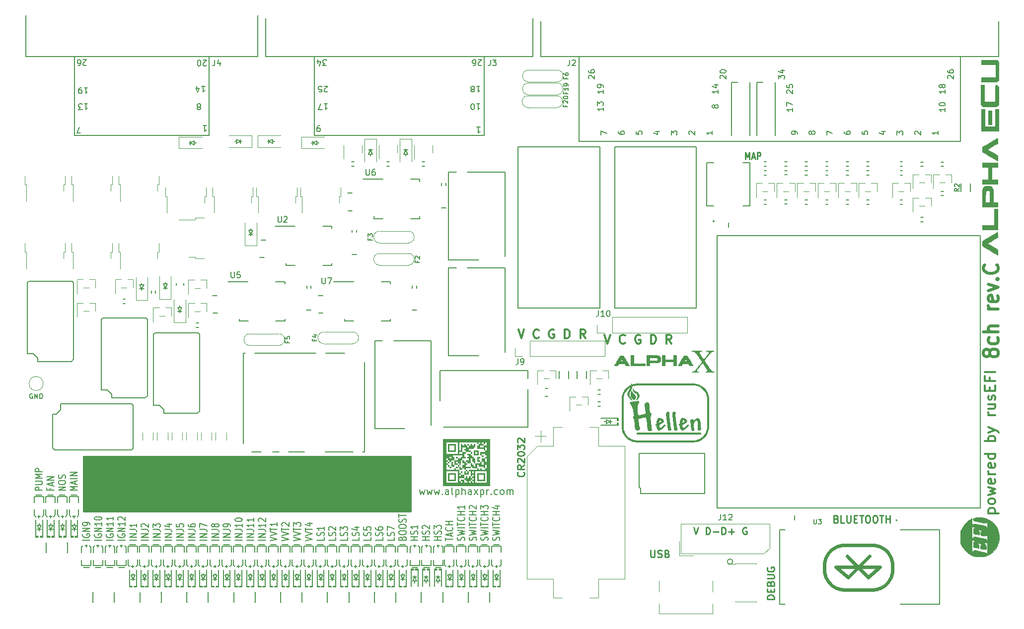
<source format=gto>
G04 #@! TF.GenerationSoftware,KiCad,Pcbnew,7.0.8-7.0.8~ubuntu22.04.1*
G04 #@! TF.CreationDate,2023-10-03T00:57:23+00:00*
G04 #@! TF.ProjectId,alphax_8ch,616c7068-6178-45f3-9863-682e6b696361,c*
G04 #@! TF.SameCoordinates,PX143caa0PY5f592e0*
G04 #@! TF.FileFunction,Legend,Top*
G04 #@! TF.FilePolarity,Positive*
%FSLAX46Y46*%
G04 Gerber Fmt 4.6, Leading zero omitted, Abs format (unit mm)*
G04 Created by KiCad (PCBNEW 7.0.8-7.0.8~ubuntu22.04.1) date 2023-10-03 00:57:23*
%MOMM*%
%LPD*%
G01*
G04 APERTURE LIST*
%ADD10C,0.250000*%
%ADD11C,0.300000*%
%ADD12C,0.500000*%
%ADD13C,0.350000*%
%ADD14C,0.200000*%
%ADD15C,0.170000*%
%ADD16C,0.150000*%
%ADD17C,0.127000*%
%ADD18C,0.203200*%
%ADD19C,0.120000*%
%ADD20C,0.631031*%
%ADD21C,0.002540*%
G04 APERTURE END LIST*
D10*
X10580000Y27080000D02*
X66380000Y27080000D01*
X66380000Y17680000D01*
X10580000Y17680000D01*
X10580000Y27080000D01*
G36*
X10580000Y27080000D02*
G01*
X66380000Y27080000D01*
X66380000Y17680000D01*
X10580000Y17680000D01*
X10580000Y27080000D01*
G37*
D11*
X99394286Y47801672D02*
X99894286Y46301672D01*
X99894286Y46301672D02*
X100394286Y47801672D01*
X102894285Y46444529D02*
X102822857Y46373100D01*
X102822857Y46373100D02*
X102608571Y46301672D01*
X102608571Y46301672D02*
X102465714Y46301672D01*
X102465714Y46301672D02*
X102251428Y46373100D01*
X102251428Y46373100D02*
X102108571Y46515958D01*
X102108571Y46515958D02*
X102037142Y46658815D01*
X102037142Y46658815D02*
X101965714Y46944529D01*
X101965714Y46944529D02*
X101965714Y47158815D01*
X101965714Y47158815D02*
X102037142Y47444529D01*
X102037142Y47444529D02*
X102108571Y47587386D01*
X102108571Y47587386D02*
X102251428Y47730243D01*
X102251428Y47730243D02*
X102465714Y47801672D01*
X102465714Y47801672D02*
X102608571Y47801672D01*
X102608571Y47801672D02*
X102822857Y47730243D01*
X102822857Y47730243D02*
X102894285Y47658815D01*
X105465714Y47730243D02*
X105322857Y47801672D01*
X105322857Y47801672D02*
X105108571Y47801672D01*
X105108571Y47801672D02*
X104894285Y47730243D01*
X104894285Y47730243D02*
X104751428Y47587386D01*
X104751428Y47587386D02*
X104679999Y47444529D01*
X104679999Y47444529D02*
X104608571Y47158815D01*
X104608571Y47158815D02*
X104608571Y46944529D01*
X104608571Y46944529D02*
X104679999Y46658815D01*
X104679999Y46658815D02*
X104751428Y46515958D01*
X104751428Y46515958D02*
X104894285Y46373100D01*
X104894285Y46373100D02*
X105108571Y46301672D01*
X105108571Y46301672D02*
X105251428Y46301672D01*
X105251428Y46301672D02*
X105465714Y46373100D01*
X105465714Y46373100D02*
X105537142Y46444529D01*
X105537142Y46444529D02*
X105537142Y46944529D01*
X105537142Y46944529D02*
X105251428Y46944529D01*
X107322856Y46301672D02*
X107322856Y47801672D01*
X107322856Y47801672D02*
X107679999Y47801672D01*
X107679999Y47801672D02*
X107894285Y47730243D01*
X107894285Y47730243D02*
X108037142Y47587386D01*
X108037142Y47587386D02*
X108108571Y47444529D01*
X108108571Y47444529D02*
X108179999Y47158815D01*
X108179999Y47158815D02*
X108179999Y46944529D01*
X108179999Y46944529D02*
X108108571Y46658815D01*
X108108571Y46658815D02*
X108037142Y46515958D01*
X108037142Y46515958D02*
X107894285Y46373100D01*
X107894285Y46373100D02*
X107679999Y46301672D01*
X107679999Y46301672D02*
X107322856Y46301672D01*
X110822856Y46301672D02*
X110322856Y47015958D01*
X109965713Y46301672D02*
X109965713Y47801672D01*
X109965713Y47801672D02*
X110537142Y47801672D01*
X110537142Y47801672D02*
X110679999Y47730243D01*
X110679999Y47730243D02*
X110751428Y47658815D01*
X110751428Y47658815D02*
X110822856Y47515958D01*
X110822856Y47515958D02*
X110822856Y47301672D01*
X110822856Y47301672D02*
X110751428Y47158815D01*
X110751428Y47158815D02*
X110679999Y47087386D01*
X110679999Y47087386D02*
X110537142Y47015958D01*
X110537142Y47015958D02*
X109965713Y47015958D01*
D10*
X114580000Y14937858D02*
X114980000Y13737858D01*
X114980000Y13737858D02*
X115380000Y14937858D01*
X116694286Y13737858D02*
X116694286Y14937858D01*
X116694286Y14937858D02*
X116980000Y14937858D01*
X116980000Y14937858D02*
X117151429Y14880715D01*
X117151429Y14880715D02*
X117265714Y14766429D01*
X117265714Y14766429D02*
X117322857Y14652143D01*
X117322857Y14652143D02*
X117380000Y14423572D01*
X117380000Y14423572D02*
X117380000Y14252143D01*
X117380000Y14252143D02*
X117322857Y14023572D01*
X117322857Y14023572D02*
X117265714Y13909286D01*
X117265714Y13909286D02*
X117151429Y13795000D01*
X117151429Y13795000D02*
X116980000Y13737858D01*
X116980000Y13737858D02*
X116694286Y13737858D01*
X117894286Y14195000D02*
X118808572Y14195000D01*
X119380000Y13737858D02*
X119380000Y14937858D01*
X119380000Y14937858D02*
X119665714Y14937858D01*
X119665714Y14937858D02*
X119837143Y14880715D01*
X119837143Y14880715D02*
X119951428Y14766429D01*
X119951428Y14766429D02*
X120008571Y14652143D01*
X120008571Y14652143D02*
X120065714Y14423572D01*
X120065714Y14423572D02*
X120065714Y14252143D01*
X120065714Y14252143D02*
X120008571Y14023572D01*
X120008571Y14023572D02*
X119951428Y13909286D01*
X119951428Y13909286D02*
X119837143Y13795000D01*
X119837143Y13795000D02*
X119665714Y13737858D01*
X119665714Y13737858D02*
X119380000Y13737858D01*
X120580000Y14195000D02*
X121494286Y14195000D01*
X121037143Y13737858D02*
X121037143Y14652143D01*
X123608571Y14880715D02*
X123494286Y14937858D01*
X123494286Y14937858D02*
X123322857Y14937858D01*
X123322857Y14937858D02*
X123151428Y14880715D01*
X123151428Y14880715D02*
X123037143Y14766429D01*
X123037143Y14766429D02*
X122980000Y14652143D01*
X122980000Y14652143D02*
X122922857Y14423572D01*
X122922857Y14423572D02*
X122922857Y14252143D01*
X122922857Y14252143D02*
X122980000Y14023572D01*
X122980000Y14023572D02*
X123037143Y13909286D01*
X123037143Y13909286D02*
X123151428Y13795000D01*
X123151428Y13795000D02*
X123322857Y13737858D01*
X123322857Y13737858D02*
X123437143Y13737858D01*
X123437143Y13737858D02*
X123608571Y13795000D01*
X123608571Y13795000D02*
X123665714Y13852143D01*
X123665714Y13852143D02*
X123665714Y14252143D01*
X123665714Y14252143D02*
X123437143Y14252143D01*
D12*
X165081976Y44485138D02*
X164962928Y44266090D01*
X164962928Y44266090D02*
X164843880Y44156567D01*
X164843880Y44156567D02*
X164605785Y44047043D01*
X164605785Y44047043D02*
X164486738Y44047043D01*
X164486738Y44047043D02*
X164248642Y44156567D01*
X164248642Y44156567D02*
X164129595Y44266090D01*
X164129595Y44266090D02*
X164010547Y44485138D01*
X164010547Y44485138D02*
X164010547Y44923233D01*
X164010547Y44923233D02*
X164129595Y45142281D01*
X164129595Y45142281D02*
X164248642Y45251805D01*
X164248642Y45251805D02*
X164486738Y45361328D01*
X164486738Y45361328D02*
X164605785Y45361328D01*
X164605785Y45361328D02*
X164843880Y45251805D01*
X164843880Y45251805D02*
X164962928Y45142281D01*
X164962928Y45142281D02*
X165081976Y44923233D01*
X165081976Y44923233D02*
X165081976Y44485138D01*
X165081976Y44485138D02*
X165201023Y44266090D01*
X165201023Y44266090D02*
X165320071Y44156567D01*
X165320071Y44156567D02*
X165558166Y44047043D01*
X165558166Y44047043D02*
X166034357Y44047043D01*
X166034357Y44047043D02*
X166272452Y44156567D01*
X166272452Y44156567D02*
X166391500Y44266090D01*
X166391500Y44266090D02*
X166510547Y44485138D01*
X166510547Y44485138D02*
X166510547Y44923233D01*
X166510547Y44923233D02*
X166391500Y45142281D01*
X166391500Y45142281D02*
X166272452Y45251805D01*
X166272452Y45251805D02*
X166034357Y45361328D01*
X166034357Y45361328D02*
X165558166Y45361328D01*
X165558166Y45361328D02*
X165320071Y45251805D01*
X165320071Y45251805D02*
X165201023Y45142281D01*
X165201023Y45142281D02*
X165081976Y44923233D01*
X166391500Y47332757D02*
X166510547Y47113709D01*
X166510547Y47113709D02*
X166510547Y46675614D01*
X166510547Y46675614D02*
X166391500Y46456566D01*
X166391500Y46456566D02*
X166272452Y46347043D01*
X166272452Y46347043D02*
X166034357Y46237519D01*
X166034357Y46237519D02*
X165320071Y46237519D01*
X165320071Y46237519D02*
X165081976Y46347043D01*
X165081976Y46347043D02*
X164962928Y46456566D01*
X164962928Y46456566D02*
X164843880Y46675614D01*
X164843880Y46675614D02*
X164843880Y47113709D01*
X164843880Y47113709D02*
X164962928Y47332757D01*
X166510547Y48318472D02*
X164010547Y48318472D01*
X166510547Y49304186D02*
X165201023Y49304186D01*
X165201023Y49304186D02*
X164962928Y49194662D01*
X164962928Y49194662D02*
X164843880Y48975614D01*
X164843880Y48975614D02*
X164843880Y48647043D01*
X164843880Y48647043D02*
X164962928Y48427995D01*
X164962928Y48427995D02*
X165081976Y48318472D01*
X166510547Y52151805D02*
X164843880Y52151805D01*
X165320071Y52151805D02*
X165081976Y52261328D01*
X165081976Y52261328D02*
X164962928Y52370852D01*
X164962928Y52370852D02*
X164843880Y52589900D01*
X164843880Y52589900D02*
X164843880Y52808947D01*
X166391500Y54451805D02*
X166510547Y54232757D01*
X166510547Y54232757D02*
X166510547Y53794662D01*
X166510547Y53794662D02*
X166391500Y53575615D01*
X166391500Y53575615D02*
X166153404Y53466091D01*
X166153404Y53466091D02*
X165201023Y53466091D01*
X165201023Y53466091D02*
X164962928Y53575615D01*
X164962928Y53575615D02*
X164843880Y53794662D01*
X164843880Y53794662D02*
X164843880Y54232757D01*
X164843880Y54232757D02*
X164962928Y54451805D01*
X164962928Y54451805D02*
X165201023Y54561329D01*
X165201023Y54561329D02*
X165439119Y54561329D01*
X165439119Y54561329D02*
X165677214Y53466091D01*
X164843880Y55327996D02*
X166510547Y55875615D01*
X166510547Y55875615D02*
X164843880Y56423234D01*
X166272452Y57299425D02*
X166391500Y57408948D01*
X166391500Y57408948D02*
X166510547Y57299425D01*
X166510547Y57299425D02*
X166391500Y57189901D01*
X166391500Y57189901D02*
X166272452Y57299425D01*
X166272452Y57299425D02*
X166510547Y57299425D01*
X166272452Y59708948D02*
X166391500Y59599424D01*
X166391500Y59599424D02*
X166510547Y59270853D01*
X166510547Y59270853D02*
X166510547Y59051805D01*
X166510547Y59051805D02*
X166391500Y58723234D01*
X166391500Y58723234D02*
X166153404Y58504186D01*
X166153404Y58504186D02*
X165915309Y58394663D01*
X165915309Y58394663D02*
X165439119Y58285139D01*
X165439119Y58285139D02*
X165081976Y58285139D01*
X165081976Y58285139D02*
X164605785Y58394663D01*
X164605785Y58394663D02*
X164367690Y58504186D01*
X164367690Y58504186D02*
X164129595Y58723234D01*
X164129595Y58723234D02*
X164010547Y59051805D01*
X164010547Y59051805D02*
X164010547Y59270853D01*
X164010547Y59270853D02*
X164129595Y59599424D01*
X164129595Y59599424D02*
X164248642Y59708948D01*
D11*
X84694286Y48701672D02*
X85194286Y47201672D01*
X85194286Y47201672D02*
X85694286Y48701672D01*
X88194285Y47344529D02*
X88122857Y47273100D01*
X88122857Y47273100D02*
X87908571Y47201672D01*
X87908571Y47201672D02*
X87765714Y47201672D01*
X87765714Y47201672D02*
X87551428Y47273100D01*
X87551428Y47273100D02*
X87408571Y47415958D01*
X87408571Y47415958D02*
X87337142Y47558815D01*
X87337142Y47558815D02*
X87265714Y47844529D01*
X87265714Y47844529D02*
X87265714Y48058815D01*
X87265714Y48058815D02*
X87337142Y48344529D01*
X87337142Y48344529D02*
X87408571Y48487386D01*
X87408571Y48487386D02*
X87551428Y48630243D01*
X87551428Y48630243D02*
X87765714Y48701672D01*
X87765714Y48701672D02*
X87908571Y48701672D01*
X87908571Y48701672D02*
X88122857Y48630243D01*
X88122857Y48630243D02*
X88194285Y48558815D01*
X90765714Y48630243D02*
X90622857Y48701672D01*
X90622857Y48701672D02*
X90408571Y48701672D01*
X90408571Y48701672D02*
X90194285Y48630243D01*
X90194285Y48630243D02*
X90051428Y48487386D01*
X90051428Y48487386D02*
X89979999Y48344529D01*
X89979999Y48344529D02*
X89908571Y48058815D01*
X89908571Y48058815D02*
X89908571Y47844529D01*
X89908571Y47844529D02*
X89979999Y47558815D01*
X89979999Y47558815D02*
X90051428Y47415958D01*
X90051428Y47415958D02*
X90194285Y47273100D01*
X90194285Y47273100D02*
X90408571Y47201672D01*
X90408571Y47201672D02*
X90551428Y47201672D01*
X90551428Y47201672D02*
X90765714Y47273100D01*
X90765714Y47273100D02*
X90837142Y47344529D01*
X90837142Y47344529D02*
X90837142Y47844529D01*
X90837142Y47844529D02*
X90551428Y47844529D01*
X92622856Y47201672D02*
X92622856Y48701672D01*
X92622856Y48701672D02*
X92979999Y48701672D01*
X92979999Y48701672D02*
X93194285Y48630243D01*
X93194285Y48630243D02*
X93337142Y48487386D01*
X93337142Y48487386D02*
X93408571Y48344529D01*
X93408571Y48344529D02*
X93479999Y48058815D01*
X93479999Y48058815D02*
X93479999Y47844529D01*
X93479999Y47844529D02*
X93408571Y47558815D01*
X93408571Y47558815D02*
X93337142Y47415958D01*
X93337142Y47415958D02*
X93194285Y47273100D01*
X93194285Y47273100D02*
X92979999Y47201672D01*
X92979999Y47201672D02*
X92622856Y47201672D01*
X96122856Y47201672D02*
X95622856Y47915958D01*
X95265713Y47201672D02*
X95265713Y48701672D01*
X95265713Y48701672D02*
X95837142Y48701672D01*
X95837142Y48701672D02*
X95979999Y48630243D01*
X95979999Y48630243D02*
X96051428Y48558815D01*
X96051428Y48558815D02*
X96122856Y48415958D01*
X96122856Y48415958D02*
X96122856Y48201672D01*
X96122856Y48201672D02*
X96051428Y48058815D01*
X96051428Y48058815D02*
X95979999Y47987386D01*
X95979999Y47987386D02*
X95837142Y47915958D01*
X95837142Y47915958D02*
X95265713Y47915958D01*
D13*
X164794514Y17338835D02*
X166594514Y17338835D01*
X164880228Y17338835D02*
X164794514Y17510263D01*
X164794514Y17510263D02*
X164794514Y17853121D01*
X164794514Y17853121D02*
X164880228Y18024549D01*
X164880228Y18024549D02*
X164965942Y18110263D01*
X164965942Y18110263D02*
X165137371Y18195978D01*
X165137371Y18195978D02*
X165651657Y18195978D01*
X165651657Y18195978D02*
X165823085Y18110263D01*
X165823085Y18110263D02*
X165908800Y18024549D01*
X165908800Y18024549D02*
X165994514Y17853121D01*
X165994514Y17853121D02*
X165994514Y17510263D01*
X165994514Y17510263D02*
X165908800Y17338835D01*
X165994514Y19224549D02*
X165908800Y19053120D01*
X165908800Y19053120D02*
X165823085Y18967406D01*
X165823085Y18967406D02*
X165651657Y18881692D01*
X165651657Y18881692D02*
X165137371Y18881692D01*
X165137371Y18881692D02*
X164965942Y18967406D01*
X164965942Y18967406D02*
X164880228Y19053120D01*
X164880228Y19053120D02*
X164794514Y19224549D01*
X164794514Y19224549D02*
X164794514Y19481692D01*
X164794514Y19481692D02*
X164880228Y19653120D01*
X164880228Y19653120D02*
X164965942Y19738834D01*
X164965942Y19738834D02*
X165137371Y19824549D01*
X165137371Y19824549D02*
X165651657Y19824549D01*
X165651657Y19824549D02*
X165823085Y19738834D01*
X165823085Y19738834D02*
X165908800Y19653120D01*
X165908800Y19653120D02*
X165994514Y19481692D01*
X165994514Y19481692D02*
X165994514Y19224549D01*
X164794514Y20424548D02*
X165994514Y20767405D01*
X165994514Y20767405D02*
X165137371Y21110263D01*
X165137371Y21110263D02*
X165994514Y21453120D01*
X165994514Y21453120D02*
X164794514Y21795977D01*
X165908800Y23167405D02*
X165994514Y22995977D01*
X165994514Y22995977D02*
X165994514Y22653119D01*
X165994514Y22653119D02*
X165908800Y22481691D01*
X165908800Y22481691D02*
X165737371Y22395977D01*
X165737371Y22395977D02*
X165051657Y22395977D01*
X165051657Y22395977D02*
X164880228Y22481691D01*
X164880228Y22481691D02*
X164794514Y22653119D01*
X164794514Y22653119D02*
X164794514Y22995977D01*
X164794514Y22995977D02*
X164880228Y23167405D01*
X164880228Y23167405D02*
X165051657Y23253119D01*
X165051657Y23253119D02*
X165223085Y23253119D01*
X165223085Y23253119D02*
X165394514Y22395977D01*
X165994514Y24024548D02*
X164794514Y24024548D01*
X165137371Y24024548D02*
X164965942Y24110262D01*
X164965942Y24110262D02*
X164880228Y24195976D01*
X164880228Y24195976D02*
X164794514Y24367405D01*
X164794514Y24367405D02*
X164794514Y24538834D01*
X165908800Y25824548D02*
X165994514Y25653120D01*
X165994514Y25653120D02*
X165994514Y25310262D01*
X165994514Y25310262D02*
X165908800Y25138834D01*
X165908800Y25138834D02*
X165737371Y25053120D01*
X165737371Y25053120D02*
X165051657Y25053120D01*
X165051657Y25053120D02*
X164880228Y25138834D01*
X164880228Y25138834D02*
X164794514Y25310262D01*
X164794514Y25310262D02*
X164794514Y25653120D01*
X164794514Y25653120D02*
X164880228Y25824548D01*
X164880228Y25824548D02*
X165051657Y25910262D01*
X165051657Y25910262D02*
X165223085Y25910262D01*
X165223085Y25910262D02*
X165394514Y25053120D01*
X165994514Y27453119D02*
X164194514Y27453119D01*
X165908800Y27453119D02*
X165994514Y27281691D01*
X165994514Y27281691D02*
X165994514Y26938834D01*
X165994514Y26938834D02*
X165908800Y26767405D01*
X165908800Y26767405D02*
X165823085Y26681691D01*
X165823085Y26681691D02*
X165651657Y26595977D01*
X165651657Y26595977D02*
X165137371Y26595977D01*
X165137371Y26595977D02*
X164965942Y26681691D01*
X164965942Y26681691D02*
X164880228Y26767405D01*
X164880228Y26767405D02*
X164794514Y26938834D01*
X164794514Y26938834D02*
X164794514Y27281691D01*
X164794514Y27281691D02*
X164880228Y27453119D01*
X165994514Y29681691D02*
X164194514Y29681691D01*
X164880228Y29681691D02*
X164794514Y29853119D01*
X164794514Y29853119D02*
X164794514Y30195977D01*
X164794514Y30195977D02*
X164880228Y30367405D01*
X164880228Y30367405D02*
X164965942Y30453119D01*
X164965942Y30453119D02*
X165137371Y30538834D01*
X165137371Y30538834D02*
X165651657Y30538834D01*
X165651657Y30538834D02*
X165823085Y30453119D01*
X165823085Y30453119D02*
X165908800Y30367405D01*
X165908800Y30367405D02*
X165994514Y30195977D01*
X165994514Y30195977D02*
X165994514Y29853119D01*
X165994514Y29853119D02*
X165908800Y29681691D01*
X164794514Y31138833D02*
X165994514Y31567405D01*
X164794514Y31995976D02*
X165994514Y31567405D01*
X165994514Y31567405D02*
X166423085Y31395976D01*
X166423085Y31395976D02*
X166508800Y31310262D01*
X166508800Y31310262D02*
X166594514Y31138833D01*
X165994514Y34053120D02*
X164794514Y34053120D01*
X165137371Y34053120D02*
X164965942Y34138834D01*
X164965942Y34138834D02*
X164880228Y34224548D01*
X164880228Y34224548D02*
X164794514Y34395977D01*
X164794514Y34395977D02*
X164794514Y34567406D01*
X164794514Y35938834D02*
X165994514Y35938834D01*
X164794514Y35167406D02*
X165737371Y35167406D01*
X165737371Y35167406D02*
X165908800Y35253120D01*
X165908800Y35253120D02*
X165994514Y35424549D01*
X165994514Y35424549D02*
X165994514Y35681692D01*
X165994514Y35681692D02*
X165908800Y35853120D01*
X165908800Y35853120D02*
X165823085Y35938834D01*
X165908800Y36710263D02*
X165994514Y36881691D01*
X165994514Y36881691D02*
X165994514Y37224548D01*
X165994514Y37224548D02*
X165908800Y37395977D01*
X165908800Y37395977D02*
X165737371Y37481691D01*
X165737371Y37481691D02*
X165651657Y37481691D01*
X165651657Y37481691D02*
X165480228Y37395977D01*
X165480228Y37395977D02*
X165394514Y37224548D01*
X165394514Y37224548D02*
X165394514Y36967405D01*
X165394514Y36967405D02*
X165308800Y36795977D01*
X165308800Y36795977D02*
X165137371Y36710263D01*
X165137371Y36710263D02*
X165051657Y36710263D01*
X165051657Y36710263D02*
X164880228Y36795977D01*
X164880228Y36795977D02*
X164794514Y36967405D01*
X164794514Y36967405D02*
X164794514Y37224548D01*
X164794514Y37224548D02*
X164880228Y37395977D01*
X165051657Y38253120D02*
X165051657Y38853120D01*
X165994514Y39110263D02*
X165994514Y38253120D01*
X165994514Y38253120D02*
X164194514Y38253120D01*
X164194514Y38253120D02*
X164194514Y39110263D01*
X165051657Y40481691D02*
X165051657Y39881691D01*
X165994514Y39881691D02*
X164194514Y39881691D01*
X164194514Y39881691D02*
X164194514Y40738834D01*
X165994514Y41424548D02*
X164194514Y41424548D01*
D14*
X11668647Y12749674D02*
X10428647Y12749674D01*
X10487695Y13749673D02*
X10428647Y13654435D01*
X10428647Y13654435D02*
X10428647Y13511578D01*
X10428647Y13511578D02*
X10487695Y13368721D01*
X10487695Y13368721D02*
X10605790Y13273483D01*
X10605790Y13273483D02*
X10723885Y13225864D01*
X10723885Y13225864D02*
X10960076Y13178245D01*
X10960076Y13178245D02*
X11137219Y13178245D01*
X11137219Y13178245D02*
X11373409Y13225864D01*
X11373409Y13225864D02*
X11491504Y13273483D01*
X11491504Y13273483D02*
X11609600Y13368721D01*
X11609600Y13368721D02*
X11668647Y13511578D01*
X11668647Y13511578D02*
X11668647Y13606816D01*
X11668647Y13606816D02*
X11609600Y13749673D01*
X11609600Y13749673D02*
X11550552Y13797292D01*
X11550552Y13797292D02*
X11137219Y13797292D01*
X11137219Y13797292D02*
X11137219Y13606816D01*
X11668647Y14225864D02*
X10428647Y14225864D01*
X10428647Y14225864D02*
X11668647Y14797292D01*
X11668647Y14797292D02*
X10428647Y14797292D01*
X11668647Y15321102D02*
X11668647Y15511578D01*
X11668647Y15511578D02*
X11609600Y15606816D01*
X11609600Y15606816D02*
X11550552Y15654435D01*
X11550552Y15654435D02*
X11373409Y15749673D01*
X11373409Y15749673D02*
X11137219Y15797292D01*
X11137219Y15797292D02*
X10664838Y15797292D01*
X10664838Y15797292D02*
X10546742Y15749673D01*
X10546742Y15749673D02*
X10487695Y15702054D01*
X10487695Y15702054D02*
X10428647Y15606816D01*
X10428647Y15606816D02*
X10428647Y15416340D01*
X10428647Y15416340D02*
X10487695Y15321102D01*
X10487695Y15321102D02*
X10546742Y15273483D01*
X10546742Y15273483D02*
X10664838Y15225864D01*
X10664838Y15225864D02*
X10960076Y15225864D01*
X10960076Y15225864D02*
X11078171Y15273483D01*
X11078171Y15273483D02*
X11137219Y15321102D01*
X11137219Y15321102D02*
X11196266Y15416340D01*
X11196266Y15416340D02*
X11196266Y15606816D01*
X11196266Y15606816D02*
X11137219Y15702054D01*
X11137219Y15702054D02*
X11078171Y15749673D01*
X11078171Y15749673D02*
X10960076Y15797292D01*
X13665047Y12749674D02*
X12425047Y12749674D01*
X12484095Y13749673D02*
X12425047Y13654435D01*
X12425047Y13654435D02*
X12425047Y13511578D01*
X12425047Y13511578D02*
X12484095Y13368721D01*
X12484095Y13368721D02*
X12602190Y13273483D01*
X12602190Y13273483D02*
X12720285Y13225864D01*
X12720285Y13225864D02*
X12956476Y13178245D01*
X12956476Y13178245D02*
X13133619Y13178245D01*
X13133619Y13178245D02*
X13369809Y13225864D01*
X13369809Y13225864D02*
X13487904Y13273483D01*
X13487904Y13273483D02*
X13606000Y13368721D01*
X13606000Y13368721D02*
X13665047Y13511578D01*
X13665047Y13511578D02*
X13665047Y13606816D01*
X13665047Y13606816D02*
X13606000Y13749673D01*
X13606000Y13749673D02*
X13546952Y13797292D01*
X13546952Y13797292D02*
X13133619Y13797292D01*
X13133619Y13797292D02*
X13133619Y13606816D01*
X13665047Y14225864D02*
X12425047Y14225864D01*
X12425047Y14225864D02*
X13665047Y14797292D01*
X13665047Y14797292D02*
X12425047Y14797292D01*
X13665047Y15797292D02*
X13665047Y15225864D01*
X13665047Y15511578D02*
X12425047Y15511578D01*
X12425047Y15511578D02*
X12602190Y15416340D01*
X12602190Y15416340D02*
X12720285Y15321102D01*
X12720285Y15321102D02*
X12779333Y15225864D01*
X12425047Y16416340D02*
X12425047Y16511578D01*
X12425047Y16511578D02*
X12484095Y16606816D01*
X12484095Y16606816D02*
X12543142Y16654435D01*
X12543142Y16654435D02*
X12661238Y16702054D01*
X12661238Y16702054D02*
X12897428Y16749673D01*
X12897428Y16749673D02*
X13192666Y16749673D01*
X13192666Y16749673D02*
X13428857Y16702054D01*
X13428857Y16702054D02*
X13546952Y16654435D01*
X13546952Y16654435D02*
X13606000Y16606816D01*
X13606000Y16606816D02*
X13665047Y16511578D01*
X13665047Y16511578D02*
X13665047Y16416340D01*
X13665047Y16416340D02*
X13606000Y16321102D01*
X13606000Y16321102D02*
X13546952Y16273483D01*
X13546952Y16273483D02*
X13428857Y16225864D01*
X13428857Y16225864D02*
X13192666Y16178245D01*
X13192666Y16178245D02*
X12897428Y16178245D01*
X12897428Y16178245D02*
X12661238Y16225864D01*
X12661238Y16225864D02*
X12543142Y16273483D01*
X12543142Y16273483D02*
X12484095Y16321102D01*
X12484095Y16321102D02*
X12425047Y16416340D01*
X15661447Y12749674D02*
X14421447Y12749674D01*
X14480495Y13749673D02*
X14421447Y13654435D01*
X14421447Y13654435D02*
X14421447Y13511578D01*
X14421447Y13511578D02*
X14480495Y13368721D01*
X14480495Y13368721D02*
X14598590Y13273483D01*
X14598590Y13273483D02*
X14716685Y13225864D01*
X14716685Y13225864D02*
X14952876Y13178245D01*
X14952876Y13178245D02*
X15130019Y13178245D01*
X15130019Y13178245D02*
X15366209Y13225864D01*
X15366209Y13225864D02*
X15484304Y13273483D01*
X15484304Y13273483D02*
X15602400Y13368721D01*
X15602400Y13368721D02*
X15661447Y13511578D01*
X15661447Y13511578D02*
X15661447Y13606816D01*
X15661447Y13606816D02*
X15602400Y13749673D01*
X15602400Y13749673D02*
X15543352Y13797292D01*
X15543352Y13797292D02*
X15130019Y13797292D01*
X15130019Y13797292D02*
X15130019Y13606816D01*
X15661447Y14225864D02*
X14421447Y14225864D01*
X14421447Y14225864D02*
X15661447Y14797292D01*
X15661447Y14797292D02*
X14421447Y14797292D01*
X15661447Y15797292D02*
X15661447Y15225864D01*
X15661447Y15511578D02*
X14421447Y15511578D01*
X14421447Y15511578D02*
X14598590Y15416340D01*
X14598590Y15416340D02*
X14716685Y15321102D01*
X14716685Y15321102D02*
X14775733Y15225864D01*
X15661447Y16749673D02*
X15661447Y16178245D01*
X15661447Y16463959D02*
X14421447Y16463959D01*
X14421447Y16463959D02*
X14598590Y16368721D01*
X14598590Y16368721D02*
X14716685Y16273483D01*
X14716685Y16273483D02*
X14775733Y16178245D01*
X17657847Y12749674D02*
X16417847Y12749674D01*
X16476895Y13749673D02*
X16417847Y13654435D01*
X16417847Y13654435D02*
X16417847Y13511578D01*
X16417847Y13511578D02*
X16476895Y13368721D01*
X16476895Y13368721D02*
X16594990Y13273483D01*
X16594990Y13273483D02*
X16713085Y13225864D01*
X16713085Y13225864D02*
X16949276Y13178245D01*
X16949276Y13178245D02*
X17126419Y13178245D01*
X17126419Y13178245D02*
X17362609Y13225864D01*
X17362609Y13225864D02*
X17480704Y13273483D01*
X17480704Y13273483D02*
X17598800Y13368721D01*
X17598800Y13368721D02*
X17657847Y13511578D01*
X17657847Y13511578D02*
X17657847Y13606816D01*
X17657847Y13606816D02*
X17598800Y13749673D01*
X17598800Y13749673D02*
X17539752Y13797292D01*
X17539752Y13797292D02*
X17126419Y13797292D01*
X17126419Y13797292D02*
X17126419Y13606816D01*
X17657847Y14225864D02*
X16417847Y14225864D01*
X16417847Y14225864D02*
X17657847Y14797292D01*
X17657847Y14797292D02*
X16417847Y14797292D01*
X17657847Y15797292D02*
X17657847Y15225864D01*
X17657847Y15511578D02*
X16417847Y15511578D01*
X16417847Y15511578D02*
X16594990Y15416340D01*
X16594990Y15416340D02*
X16713085Y15321102D01*
X16713085Y15321102D02*
X16772133Y15225864D01*
X16535942Y16178245D02*
X16476895Y16225864D01*
X16476895Y16225864D02*
X16417847Y16321102D01*
X16417847Y16321102D02*
X16417847Y16559197D01*
X16417847Y16559197D02*
X16476895Y16654435D01*
X16476895Y16654435D02*
X16535942Y16702054D01*
X16535942Y16702054D02*
X16654038Y16749673D01*
X16654038Y16749673D02*
X16772133Y16749673D01*
X16772133Y16749673D02*
X16949276Y16702054D01*
X16949276Y16702054D02*
X17657847Y16130626D01*
X17657847Y16130626D02*
X17657847Y16749673D01*
X19654247Y12749674D02*
X18414247Y12749674D01*
X19654247Y13225864D02*
X18414247Y13225864D01*
X18414247Y13225864D02*
X19654247Y13797292D01*
X19654247Y13797292D02*
X18414247Y13797292D01*
X18414247Y14559197D02*
X19299961Y14559197D01*
X19299961Y14559197D02*
X19477104Y14511578D01*
X19477104Y14511578D02*
X19595200Y14416340D01*
X19595200Y14416340D02*
X19654247Y14273483D01*
X19654247Y14273483D02*
X19654247Y14178245D01*
X19654247Y15559197D02*
X19654247Y14987769D01*
X19654247Y15273483D02*
X18414247Y15273483D01*
X18414247Y15273483D02*
X18591390Y15178245D01*
X18591390Y15178245D02*
X18709485Y15083007D01*
X18709485Y15083007D02*
X18768533Y14987769D01*
X21650647Y12749674D02*
X20410647Y12749674D01*
X21650647Y13225864D02*
X20410647Y13225864D01*
X20410647Y13225864D02*
X21650647Y13797292D01*
X21650647Y13797292D02*
X20410647Y13797292D01*
X20410647Y14559197D02*
X21296361Y14559197D01*
X21296361Y14559197D02*
X21473504Y14511578D01*
X21473504Y14511578D02*
X21591600Y14416340D01*
X21591600Y14416340D02*
X21650647Y14273483D01*
X21650647Y14273483D02*
X21650647Y14178245D01*
X20528742Y14987769D02*
X20469695Y15035388D01*
X20469695Y15035388D02*
X20410647Y15130626D01*
X20410647Y15130626D02*
X20410647Y15368721D01*
X20410647Y15368721D02*
X20469695Y15463959D01*
X20469695Y15463959D02*
X20528742Y15511578D01*
X20528742Y15511578D02*
X20646838Y15559197D01*
X20646838Y15559197D02*
X20764933Y15559197D01*
X20764933Y15559197D02*
X20942076Y15511578D01*
X20942076Y15511578D02*
X21650647Y14940150D01*
X21650647Y14940150D02*
X21650647Y15559197D01*
X23647047Y12749674D02*
X22407047Y12749674D01*
X23647047Y13225864D02*
X22407047Y13225864D01*
X22407047Y13225864D02*
X23647047Y13797292D01*
X23647047Y13797292D02*
X22407047Y13797292D01*
X22407047Y14559197D02*
X23292761Y14559197D01*
X23292761Y14559197D02*
X23469904Y14511578D01*
X23469904Y14511578D02*
X23588000Y14416340D01*
X23588000Y14416340D02*
X23647047Y14273483D01*
X23647047Y14273483D02*
X23647047Y14178245D01*
X22407047Y14940150D02*
X22407047Y15559197D01*
X22407047Y15559197D02*
X22879428Y15225864D01*
X22879428Y15225864D02*
X22879428Y15368721D01*
X22879428Y15368721D02*
X22938476Y15463959D01*
X22938476Y15463959D02*
X22997523Y15511578D01*
X22997523Y15511578D02*
X23115619Y15559197D01*
X23115619Y15559197D02*
X23410857Y15559197D01*
X23410857Y15559197D02*
X23528952Y15511578D01*
X23528952Y15511578D02*
X23588000Y15463959D01*
X23588000Y15463959D02*
X23647047Y15368721D01*
X23647047Y15368721D02*
X23647047Y15083007D01*
X23647047Y15083007D02*
X23588000Y14987769D01*
X23588000Y14987769D02*
X23528952Y14940150D01*
X25643447Y12749674D02*
X24403447Y12749674D01*
X25643447Y13225864D02*
X24403447Y13225864D01*
X24403447Y13225864D02*
X25643447Y13797292D01*
X25643447Y13797292D02*
X24403447Y13797292D01*
X24403447Y14559197D02*
X25289161Y14559197D01*
X25289161Y14559197D02*
X25466304Y14511578D01*
X25466304Y14511578D02*
X25584400Y14416340D01*
X25584400Y14416340D02*
X25643447Y14273483D01*
X25643447Y14273483D02*
X25643447Y14178245D01*
X24816780Y15463959D02*
X25643447Y15463959D01*
X24344400Y15225864D02*
X25230114Y14987769D01*
X25230114Y14987769D02*
X25230114Y15606816D01*
X27639847Y12749674D02*
X26399847Y12749674D01*
X27639847Y13225864D02*
X26399847Y13225864D01*
X26399847Y13225864D02*
X27639847Y13797292D01*
X27639847Y13797292D02*
X26399847Y13797292D01*
X26399847Y14559197D02*
X27285561Y14559197D01*
X27285561Y14559197D02*
X27462704Y14511578D01*
X27462704Y14511578D02*
X27580800Y14416340D01*
X27580800Y14416340D02*
X27639847Y14273483D01*
X27639847Y14273483D02*
X27639847Y14178245D01*
X26399847Y15511578D02*
X26399847Y15035388D01*
X26399847Y15035388D02*
X26990323Y14987769D01*
X26990323Y14987769D02*
X26931276Y15035388D01*
X26931276Y15035388D02*
X26872228Y15130626D01*
X26872228Y15130626D02*
X26872228Y15368721D01*
X26872228Y15368721D02*
X26931276Y15463959D01*
X26931276Y15463959D02*
X26990323Y15511578D01*
X26990323Y15511578D02*
X27108419Y15559197D01*
X27108419Y15559197D02*
X27403657Y15559197D01*
X27403657Y15559197D02*
X27521752Y15511578D01*
X27521752Y15511578D02*
X27580800Y15463959D01*
X27580800Y15463959D02*
X27639847Y15368721D01*
X27639847Y15368721D02*
X27639847Y15130626D01*
X27639847Y15130626D02*
X27580800Y15035388D01*
X27580800Y15035388D02*
X27521752Y14987769D01*
X29636247Y12749674D02*
X28396247Y12749674D01*
X29636247Y13225864D02*
X28396247Y13225864D01*
X28396247Y13225864D02*
X29636247Y13797292D01*
X29636247Y13797292D02*
X28396247Y13797292D01*
X28396247Y14559197D02*
X29281961Y14559197D01*
X29281961Y14559197D02*
X29459104Y14511578D01*
X29459104Y14511578D02*
X29577200Y14416340D01*
X29577200Y14416340D02*
X29636247Y14273483D01*
X29636247Y14273483D02*
X29636247Y14178245D01*
X28396247Y15463959D02*
X28396247Y15273483D01*
X28396247Y15273483D02*
X28455295Y15178245D01*
X28455295Y15178245D02*
X28514342Y15130626D01*
X28514342Y15130626D02*
X28691485Y15035388D01*
X28691485Y15035388D02*
X28927676Y14987769D01*
X28927676Y14987769D02*
X29400057Y14987769D01*
X29400057Y14987769D02*
X29518152Y15035388D01*
X29518152Y15035388D02*
X29577200Y15083007D01*
X29577200Y15083007D02*
X29636247Y15178245D01*
X29636247Y15178245D02*
X29636247Y15368721D01*
X29636247Y15368721D02*
X29577200Y15463959D01*
X29577200Y15463959D02*
X29518152Y15511578D01*
X29518152Y15511578D02*
X29400057Y15559197D01*
X29400057Y15559197D02*
X29104819Y15559197D01*
X29104819Y15559197D02*
X28986723Y15511578D01*
X28986723Y15511578D02*
X28927676Y15463959D01*
X28927676Y15463959D02*
X28868628Y15368721D01*
X28868628Y15368721D02*
X28868628Y15178245D01*
X28868628Y15178245D02*
X28927676Y15083007D01*
X28927676Y15083007D02*
X28986723Y15035388D01*
X28986723Y15035388D02*
X29104819Y14987769D01*
X31632647Y12749674D02*
X30392647Y12749674D01*
X31632647Y13225864D02*
X30392647Y13225864D01*
X30392647Y13225864D02*
X31632647Y13797292D01*
X31632647Y13797292D02*
X30392647Y13797292D01*
X30392647Y14559197D02*
X31278361Y14559197D01*
X31278361Y14559197D02*
X31455504Y14511578D01*
X31455504Y14511578D02*
X31573600Y14416340D01*
X31573600Y14416340D02*
X31632647Y14273483D01*
X31632647Y14273483D02*
X31632647Y14178245D01*
X30392647Y14940150D02*
X30392647Y15606816D01*
X30392647Y15606816D02*
X31632647Y15178245D01*
X33629047Y12749674D02*
X32389047Y12749674D01*
X33629047Y13225864D02*
X32389047Y13225864D01*
X32389047Y13225864D02*
X33629047Y13797292D01*
X33629047Y13797292D02*
X32389047Y13797292D01*
X32389047Y14559197D02*
X33274761Y14559197D01*
X33274761Y14559197D02*
X33451904Y14511578D01*
X33451904Y14511578D02*
X33570000Y14416340D01*
X33570000Y14416340D02*
X33629047Y14273483D01*
X33629047Y14273483D02*
X33629047Y14178245D01*
X32920476Y15178245D02*
X32861428Y15083007D01*
X32861428Y15083007D02*
X32802380Y15035388D01*
X32802380Y15035388D02*
X32684285Y14987769D01*
X32684285Y14987769D02*
X32625238Y14987769D01*
X32625238Y14987769D02*
X32507142Y15035388D01*
X32507142Y15035388D02*
X32448095Y15083007D01*
X32448095Y15083007D02*
X32389047Y15178245D01*
X32389047Y15178245D02*
X32389047Y15368721D01*
X32389047Y15368721D02*
X32448095Y15463959D01*
X32448095Y15463959D02*
X32507142Y15511578D01*
X32507142Y15511578D02*
X32625238Y15559197D01*
X32625238Y15559197D02*
X32684285Y15559197D01*
X32684285Y15559197D02*
X32802380Y15511578D01*
X32802380Y15511578D02*
X32861428Y15463959D01*
X32861428Y15463959D02*
X32920476Y15368721D01*
X32920476Y15368721D02*
X32920476Y15178245D01*
X32920476Y15178245D02*
X32979523Y15083007D01*
X32979523Y15083007D02*
X33038571Y15035388D01*
X33038571Y15035388D02*
X33156666Y14987769D01*
X33156666Y14987769D02*
X33392857Y14987769D01*
X33392857Y14987769D02*
X33510952Y15035388D01*
X33510952Y15035388D02*
X33570000Y15083007D01*
X33570000Y15083007D02*
X33629047Y15178245D01*
X33629047Y15178245D02*
X33629047Y15368721D01*
X33629047Y15368721D02*
X33570000Y15463959D01*
X33570000Y15463959D02*
X33510952Y15511578D01*
X33510952Y15511578D02*
X33392857Y15559197D01*
X33392857Y15559197D02*
X33156666Y15559197D01*
X33156666Y15559197D02*
X33038571Y15511578D01*
X33038571Y15511578D02*
X32979523Y15463959D01*
X32979523Y15463959D02*
X32920476Y15368721D01*
X35625447Y12749674D02*
X34385447Y12749674D01*
X35625447Y13225864D02*
X34385447Y13225864D01*
X34385447Y13225864D02*
X35625447Y13797292D01*
X35625447Y13797292D02*
X34385447Y13797292D01*
X34385447Y14559197D02*
X35271161Y14559197D01*
X35271161Y14559197D02*
X35448304Y14511578D01*
X35448304Y14511578D02*
X35566400Y14416340D01*
X35566400Y14416340D02*
X35625447Y14273483D01*
X35625447Y14273483D02*
X35625447Y14178245D01*
X35625447Y15083007D02*
X35625447Y15273483D01*
X35625447Y15273483D02*
X35566400Y15368721D01*
X35566400Y15368721D02*
X35507352Y15416340D01*
X35507352Y15416340D02*
X35330209Y15511578D01*
X35330209Y15511578D02*
X35094019Y15559197D01*
X35094019Y15559197D02*
X34621638Y15559197D01*
X34621638Y15559197D02*
X34503542Y15511578D01*
X34503542Y15511578D02*
X34444495Y15463959D01*
X34444495Y15463959D02*
X34385447Y15368721D01*
X34385447Y15368721D02*
X34385447Y15178245D01*
X34385447Y15178245D02*
X34444495Y15083007D01*
X34444495Y15083007D02*
X34503542Y15035388D01*
X34503542Y15035388D02*
X34621638Y14987769D01*
X34621638Y14987769D02*
X34916876Y14987769D01*
X34916876Y14987769D02*
X35034971Y15035388D01*
X35034971Y15035388D02*
X35094019Y15083007D01*
X35094019Y15083007D02*
X35153066Y15178245D01*
X35153066Y15178245D02*
X35153066Y15368721D01*
X35153066Y15368721D02*
X35094019Y15463959D01*
X35094019Y15463959D02*
X35034971Y15511578D01*
X35034971Y15511578D02*
X34916876Y15559197D01*
X37621847Y12749674D02*
X36381847Y12749674D01*
X37621847Y13225864D02*
X36381847Y13225864D01*
X36381847Y13225864D02*
X37621847Y13797292D01*
X37621847Y13797292D02*
X36381847Y13797292D01*
X36381847Y14559197D02*
X37267561Y14559197D01*
X37267561Y14559197D02*
X37444704Y14511578D01*
X37444704Y14511578D02*
X37562800Y14416340D01*
X37562800Y14416340D02*
X37621847Y14273483D01*
X37621847Y14273483D02*
X37621847Y14178245D01*
X37621847Y15559197D02*
X37621847Y14987769D01*
X37621847Y15273483D02*
X36381847Y15273483D01*
X36381847Y15273483D02*
X36558990Y15178245D01*
X36558990Y15178245D02*
X36677085Y15083007D01*
X36677085Y15083007D02*
X36736133Y14987769D01*
X36381847Y16178245D02*
X36381847Y16273483D01*
X36381847Y16273483D02*
X36440895Y16368721D01*
X36440895Y16368721D02*
X36499942Y16416340D01*
X36499942Y16416340D02*
X36618038Y16463959D01*
X36618038Y16463959D02*
X36854228Y16511578D01*
X36854228Y16511578D02*
X37149466Y16511578D01*
X37149466Y16511578D02*
X37385657Y16463959D01*
X37385657Y16463959D02*
X37503752Y16416340D01*
X37503752Y16416340D02*
X37562800Y16368721D01*
X37562800Y16368721D02*
X37621847Y16273483D01*
X37621847Y16273483D02*
X37621847Y16178245D01*
X37621847Y16178245D02*
X37562800Y16083007D01*
X37562800Y16083007D02*
X37503752Y16035388D01*
X37503752Y16035388D02*
X37385657Y15987769D01*
X37385657Y15987769D02*
X37149466Y15940150D01*
X37149466Y15940150D02*
X36854228Y15940150D01*
X36854228Y15940150D02*
X36618038Y15987769D01*
X36618038Y15987769D02*
X36499942Y16035388D01*
X36499942Y16035388D02*
X36440895Y16083007D01*
X36440895Y16083007D02*
X36381847Y16178245D01*
X39618247Y12749674D02*
X38378247Y12749674D01*
X39618247Y13225864D02*
X38378247Y13225864D01*
X38378247Y13225864D02*
X39618247Y13797292D01*
X39618247Y13797292D02*
X38378247Y13797292D01*
X38378247Y14559197D02*
X39263961Y14559197D01*
X39263961Y14559197D02*
X39441104Y14511578D01*
X39441104Y14511578D02*
X39559200Y14416340D01*
X39559200Y14416340D02*
X39618247Y14273483D01*
X39618247Y14273483D02*
X39618247Y14178245D01*
X39618247Y15559197D02*
X39618247Y14987769D01*
X39618247Y15273483D02*
X38378247Y15273483D01*
X38378247Y15273483D02*
X38555390Y15178245D01*
X38555390Y15178245D02*
X38673485Y15083007D01*
X38673485Y15083007D02*
X38732533Y14987769D01*
X39618247Y16511578D02*
X39618247Y15940150D01*
X39618247Y16225864D02*
X38378247Y16225864D01*
X38378247Y16225864D02*
X38555390Y16130626D01*
X38555390Y16130626D02*
X38673485Y16035388D01*
X38673485Y16035388D02*
X38732533Y15940150D01*
X41614647Y12749674D02*
X40374647Y12749674D01*
X41614647Y13225864D02*
X40374647Y13225864D01*
X40374647Y13225864D02*
X41614647Y13797292D01*
X41614647Y13797292D02*
X40374647Y13797292D01*
X40374647Y14559197D02*
X41260361Y14559197D01*
X41260361Y14559197D02*
X41437504Y14511578D01*
X41437504Y14511578D02*
X41555600Y14416340D01*
X41555600Y14416340D02*
X41614647Y14273483D01*
X41614647Y14273483D02*
X41614647Y14178245D01*
X41614647Y15559197D02*
X41614647Y14987769D01*
X41614647Y15273483D02*
X40374647Y15273483D01*
X40374647Y15273483D02*
X40551790Y15178245D01*
X40551790Y15178245D02*
X40669885Y15083007D01*
X40669885Y15083007D02*
X40728933Y14987769D01*
X40492742Y15940150D02*
X40433695Y15987769D01*
X40433695Y15987769D02*
X40374647Y16083007D01*
X40374647Y16083007D02*
X40374647Y16321102D01*
X40374647Y16321102D02*
X40433695Y16416340D01*
X40433695Y16416340D02*
X40492742Y16463959D01*
X40492742Y16463959D02*
X40610838Y16511578D01*
X40610838Y16511578D02*
X40728933Y16511578D01*
X40728933Y16511578D02*
X40906076Y16463959D01*
X40906076Y16463959D02*
X41614647Y15892531D01*
X41614647Y15892531D02*
X41614647Y16511578D01*
X42371047Y12606817D02*
X43611047Y12940150D01*
X43611047Y12940150D02*
X42371047Y13273483D01*
X42371047Y13463960D02*
X43611047Y13797293D01*
X43611047Y13797293D02*
X42371047Y14130626D01*
X42371047Y14321103D02*
X42371047Y14892531D01*
X43611047Y14606817D02*
X42371047Y14606817D01*
X43611047Y15749674D02*
X43611047Y15178246D01*
X43611047Y15463960D02*
X42371047Y15463960D01*
X42371047Y15463960D02*
X42548190Y15368722D01*
X42548190Y15368722D02*
X42666285Y15273484D01*
X42666285Y15273484D02*
X42725333Y15178246D01*
X44367447Y12606817D02*
X45607447Y12940150D01*
X45607447Y12940150D02*
X44367447Y13273483D01*
X44367447Y13463960D02*
X45607447Y13797293D01*
X45607447Y13797293D02*
X44367447Y14130626D01*
X44367447Y14321103D02*
X44367447Y14892531D01*
X45607447Y14606817D02*
X44367447Y14606817D01*
X44485542Y15178246D02*
X44426495Y15225865D01*
X44426495Y15225865D02*
X44367447Y15321103D01*
X44367447Y15321103D02*
X44367447Y15559198D01*
X44367447Y15559198D02*
X44426495Y15654436D01*
X44426495Y15654436D02*
X44485542Y15702055D01*
X44485542Y15702055D02*
X44603638Y15749674D01*
X44603638Y15749674D02*
X44721733Y15749674D01*
X44721733Y15749674D02*
X44898876Y15702055D01*
X44898876Y15702055D02*
X45607447Y15130627D01*
X45607447Y15130627D02*
X45607447Y15749674D01*
X46363847Y12606817D02*
X47603847Y12940150D01*
X47603847Y12940150D02*
X46363847Y13273483D01*
X46363847Y13463960D02*
X47603847Y13797293D01*
X47603847Y13797293D02*
X46363847Y14130626D01*
X46363847Y14321103D02*
X46363847Y14892531D01*
X47603847Y14606817D02*
X46363847Y14606817D01*
X46363847Y15130627D02*
X46363847Y15749674D01*
X46363847Y15749674D02*
X46836228Y15416341D01*
X46836228Y15416341D02*
X46836228Y15559198D01*
X46836228Y15559198D02*
X46895276Y15654436D01*
X46895276Y15654436D02*
X46954323Y15702055D01*
X46954323Y15702055D02*
X47072419Y15749674D01*
X47072419Y15749674D02*
X47367657Y15749674D01*
X47367657Y15749674D02*
X47485752Y15702055D01*
X47485752Y15702055D02*
X47544800Y15654436D01*
X47544800Y15654436D02*
X47603847Y15559198D01*
X47603847Y15559198D02*
X47603847Y15273484D01*
X47603847Y15273484D02*
X47544800Y15178246D01*
X47544800Y15178246D02*
X47485752Y15130627D01*
X48360247Y12606817D02*
X49600247Y12940150D01*
X49600247Y12940150D02*
X48360247Y13273483D01*
X48360247Y13463960D02*
X49600247Y13797293D01*
X49600247Y13797293D02*
X48360247Y14130626D01*
X48360247Y14321103D02*
X48360247Y14892531D01*
X49600247Y14606817D02*
X48360247Y14606817D01*
X48773580Y15654436D02*
X49600247Y15654436D01*
X48301200Y15416341D02*
X49186914Y15178246D01*
X49186914Y15178246D02*
X49186914Y15797293D01*
X51596647Y13225864D02*
X51596647Y12749674D01*
X51596647Y12749674D02*
X50356647Y12749674D01*
X51537600Y13511579D02*
X51596647Y13654436D01*
X51596647Y13654436D02*
X51596647Y13892531D01*
X51596647Y13892531D02*
X51537600Y13987769D01*
X51537600Y13987769D02*
X51478552Y14035388D01*
X51478552Y14035388D02*
X51360457Y14083007D01*
X51360457Y14083007D02*
X51242361Y14083007D01*
X51242361Y14083007D02*
X51124266Y14035388D01*
X51124266Y14035388D02*
X51065219Y13987769D01*
X51065219Y13987769D02*
X51006171Y13892531D01*
X51006171Y13892531D02*
X50947123Y13702055D01*
X50947123Y13702055D02*
X50888076Y13606817D01*
X50888076Y13606817D02*
X50829028Y13559198D01*
X50829028Y13559198D02*
X50710933Y13511579D01*
X50710933Y13511579D02*
X50592838Y13511579D01*
X50592838Y13511579D02*
X50474742Y13559198D01*
X50474742Y13559198D02*
X50415695Y13606817D01*
X50415695Y13606817D02*
X50356647Y13702055D01*
X50356647Y13702055D02*
X50356647Y13940150D01*
X50356647Y13940150D02*
X50415695Y14083007D01*
X51596647Y15035388D02*
X51596647Y14463960D01*
X51596647Y14749674D02*
X50356647Y14749674D01*
X50356647Y14749674D02*
X50533790Y14654436D01*
X50533790Y14654436D02*
X50651885Y14559198D01*
X50651885Y14559198D02*
X50710933Y14463960D01*
X53593047Y13225864D02*
X53593047Y12749674D01*
X53593047Y12749674D02*
X52353047Y12749674D01*
X53534000Y13511579D02*
X53593047Y13654436D01*
X53593047Y13654436D02*
X53593047Y13892531D01*
X53593047Y13892531D02*
X53534000Y13987769D01*
X53534000Y13987769D02*
X53474952Y14035388D01*
X53474952Y14035388D02*
X53356857Y14083007D01*
X53356857Y14083007D02*
X53238761Y14083007D01*
X53238761Y14083007D02*
X53120666Y14035388D01*
X53120666Y14035388D02*
X53061619Y13987769D01*
X53061619Y13987769D02*
X53002571Y13892531D01*
X53002571Y13892531D02*
X52943523Y13702055D01*
X52943523Y13702055D02*
X52884476Y13606817D01*
X52884476Y13606817D02*
X52825428Y13559198D01*
X52825428Y13559198D02*
X52707333Y13511579D01*
X52707333Y13511579D02*
X52589238Y13511579D01*
X52589238Y13511579D02*
X52471142Y13559198D01*
X52471142Y13559198D02*
X52412095Y13606817D01*
X52412095Y13606817D02*
X52353047Y13702055D01*
X52353047Y13702055D02*
X52353047Y13940150D01*
X52353047Y13940150D02*
X52412095Y14083007D01*
X52471142Y14463960D02*
X52412095Y14511579D01*
X52412095Y14511579D02*
X52353047Y14606817D01*
X52353047Y14606817D02*
X52353047Y14844912D01*
X52353047Y14844912D02*
X52412095Y14940150D01*
X52412095Y14940150D02*
X52471142Y14987769D01*
X52471142Y14987769D02*
X52589238Y15035388D01*
X52589238Y15035388D02*
X52707333Y15035388D01*
X52707333Y15035388D02*
X52884476Y14987769D01*
X52884476Y14987769D02*
X53593047Y14416341D01*
X53593047Y14416341D02*
X53593047Y15035388D01*
X55589447Y13225864D02*
X55589447Y12749674D01*
X55589447Y12749674D02*
X54349447Y12749674D01*
X55530400Y13511579D02*
X55589447Y13654436D01*
X55589447Y13654436D02*
X55589447Y13892531D01*
X55589447Y13892531D02*
X55530400Y13987769D01*
X55530400Y13987769D02*
X55471352Y14035388D01*
X55471352Y14035388D02*
X55353257Y14083007D01*
X55353257Y14083007D02*
X55235161Y14083007D01*
X55235161Y14083007D02*
X55117066Y14035388D01*
X55117066Y14035388D02*
X55058019Y13987769D01*
X55058019Y13987769D02*
X54998971Y13892531D01*
X54998971Y13892531D02*
X54939923Y13702055D01*
X54939923Y13702055D02*
X54880876Y13606817D01*
X54880876Y13606817D02*
X54821828Y13559198D01*
X54821828Y13559198D02*
X54703733Y13511579D01*
X54703733Y13511579D02*
X54585638Y13511579D01*
X54585638Y13511579D02*
X54467542Y13559198D01*
X54467542Y13559198D02*
X54408495Y13606817D01*
X54408495Y13606817D02*
X54349447Y13702055D01*
X54349447Y13702055D02*
X54349447Y13940150D01*
X54349447Y13940150D02*
X54408495Y14083007D01*
X54349447Y14416341D02*
X54349447Y15035388D01*
X54349447Y15035388D02*
X54821828Y14702055D01*
X54821828Y14702055D02*
X54821828Y14844912D01*
X54821828Y14844912D02*
X54880876Y14940150D01*
X54880876Y14940150D02*
X54939923Y14987769D01*
X54939923Y14987769D02*
X55058019Y15035388D01*
X55058019Y15035388D02*
X55353257Y15035388D01*
X55353257Y15035388D02*
X55471352Y14987769D01*
X55471352Y14987769D02*
X55530400Y14940150D01*
X55530400Y14940150D02*
X55589447Y14844912D01*
X55589447Y14844912D02*
X55589447Y14559198D01*
X55589447Y14559198D02*
X55530400Y14463960D01*
X55530400Y14463960D02*
X55471352Y14416341D01*
X57585847Y13225864D02*
X57585847Y12749674D01*
X57585847Y12749674D02*
X56345847Y12749674D01*
X57526800Y13511579D02*
X57585847Y13654436D01*
X57585847Y13654436D02*
X57585847Y13892531D01*
X57585847Y13892531D02*
X57526800Y13987769D01*
X57526800Y13987769D02*
X57467752Y14035388D01*
X57467752Y14035388D02*
X57349657Y14083007D01*
X57349657Y14083007D02*
X57231561Y14083007D01*
X57231561Y14083007D02*
X57113466Y14035388D01*
X57113466Y14035388D02*
X57054419Y13987769D01*
X57054419Y13987769D02*
X56995371Y13892531D01*
X56995371Y13892531D02*
X56936323Y13702055D01*
X56936323Y13702055D02*
X56877276Y13606817D01*
X56877276Y13606817D02*
X56818228Y13559198D01*
X56818228Y13559198D02*
X56700133Y13511579D01*
X56700133Y13511579D02*
X56582038Y13511579D01*
X56582038Y13511579D02*
X56463942Y13559198D01*
X56463942Y13559198D02*
X56404895Y13606817D01*
X56404895Y13606817D02*
X56345847Y13702055D01*
X56345847Y13702055D02*
X56345847Y13940150D01*
X56345847Y13940150D02*
X56404895Y14083007D01*
X56759180Y14940150D02*
X57585847Y14940150D01*
X56286800Y14702055D02*
X57172514Y14463960D01*
X57172514Y14463960D02*
X57172514Y15083007D01*
X59582247Y13225864D02*
X59582247Y12749674D01*
X59582247Y12749674D02*
X58342247Y12749674D01*
X59523200Y13511579D02*
X59582247Y13654436D01*
X59582247Y13654436D02*
X59582247Y13892531D01*
X59582247Y13892531D02*
X59523200Y13987769D01*
X59523200Y13987769D02*
X59464152Y14035388D01*
X59464152Y14035388D02*
X59346057Y14083007D01*
X59346057Y14083007D02*
X59227961Y14083007D01*
X59227961Y14083007D02*
X59109866Y14035388D01*
X59109866Y14035388D02*
X59050819Y13987769D01*
X59050819Y13987769D02*
X58991771Y13892531D01*
X58991771Y13892531D02*
X58932723Y13702055D01*
X58932723Y13702055D02*
X58873676Y13606817D01*
X58873676Y13606817D02*
X58814628Y13559198D01*
X58814628Y13559198D02*
X58696533Y13511579D01*
X58696533Y13511579D02*
X58578438Y13511579D01*
X58578438Y13511579D02*
X58460342Y13559198D01*
X58460342Y13559198D02*
X58401295Y13606817D01*
X58401295Y13606817D02*
X58342247Y13702055D01*
X58342247Y13702055D02*
X58342247Y13940150D01*
X58342247Y13940150D02*
X58401295Y14083007D01*
X58342247Y14987769D02*
X58342247Y14511579D01*
X58342247Y14511579D02*
X58932723Y14463960D01*
X58932723Y14463960D02*
X58873676Y14511579D01*
X58873676Y14511579D02*
X58814628Y14606817D01*
X58814628Y14606817D02*
X58814628Y14844912D01*
X58814628Y14844912D02*
X58873676Y14940150D01*
X58873676Y14940150D02*
X58932723Y14987769D01*
X58932723Y14987769D02*
X59050819Y15035388D01*
X59050819Y15035388D02*
X59346057Y15035388D01*
X59346057Y15035388D02*
X59464152Y14987769D01*
X59464152Y14987769D02*
X59523200Y14940150D01*
X59523200Y14940150D02*
X59582247Y14844912D01*
X59582247Y14844912D02*
X59582247Y14606817D01*
X59582247Y14606817D02*
X59523200Y14511579D01*
X59523200Y14511579D02*
X59464152Y14463960D01*
X61578647Y13225864D02*
X61578647Y12749674D01*
X61578647Y12749674D02*
X60338647Y12749674D01*
X61519600Y13511579D02*
X61578647Y13654436D01*
X61578647Y13654436D02*
X61578647Y13892531D01*
X61578647Y13892531D02*
X61519600Y13987769D01*
X61519600Y13987769D02*
X61460552Y14035388D01*
X61460552Y14035388D02*
X61342457Y14083007D01*
X61342457Y14083007D02*
X61224361Y14083007D01*
X61224361Y14083007D02*
X61106266Y14035388D01*
X61106266Y14035388D02*
X61047219Y13987769D01*
X61047219Y13987769D02*
X60988171Y13892531D01*
X60988171Y13892531D02*
X60929123Y13702055D01*
X60929123Y13702055D02*
X60870076Y13606817D01*
X60870076Y13606817D02*
X60811028Y13559198D01*
X60811028Y13559198D02*
X60692933Y13511579D01*
X60692933Y13511579D02*
X60574838Y13511579D01*
X60574838Y13511579D02*
X60456742Y13559198D01*
X60456742Y13559198D02*
X60397695Y13606817D01*
X60397695Y13606817D02*
X60338647Y13702055D01*
X60338647Y13702055D02*
X60338647Y13940150D01*
X60338647Y13940150D02*
X60397695Y14083007D01*
X60338647Y14940150D02*
X60338647Y14749674D01*
X60338647Y14749674D02*
X60397695Y14654436D01*
X60397695Y14654436D02*
X60456742Y14606817D01*
X60456742Y14606817D02*
X60633885Y14511579D01*
X60633885Y14511579D02*
X60870076Y14463960D01*
X60870076Y14463960D02*
X61342457Y14463960D01*
X61342457Y14463960D02*
X61460552Y14511579D01*
X61460552Y14511579D02*
X61519600Y14559198D01*
X61519600Y14559198D02*
X61578647Y14654436D01*
X61578647Y14654436D02*
X61578647Y14844912D01*
X61578647Y14844912D02*
X61519600Y14940150D01*
X61519600Y14940150D02*
X61460552Y14987769D01*
X61460552Y14987769D02*
X61342457Y15035388D01*
X61342457Y15035388D02*
X61047219Y15035388D01*
X61047219Y15035388D02*
X60929123Y14987769D01*
X60929123Y14987769D02*
X60870076Y14940150D01*
X60870076Y14940150D02*
X60811028Y14844912D01*
X60811028Y14844912D02*
X60811028Y14654436D01*
X60811028Y14654436D02*
X60870076Y14559198D01*
X60870076Y14559198D02*
X60929123Y14511579D01*
X60929123Y14511579D02*
X61047219Y14463960D01*
X63575047Y13225864D02*
X63575047Y12749674D01*
X63575047Y12749674D02*
X62335047Y12749674D01*
X63516000Y13511579D02*
X63575047Y13654436D01*
X63575047Y13654436D02*
X63575047Y13892531D01*
X63575047Y13892531D02*
X63516000Y13987769D01*
X63516000Y13987769D02*
X63456952Y14035388D01*
X63456952Y14035388D02*
X63338857Y14083007D01*
X63338857Y14083007D02*
X63220761Y14083007D01*
X63220761Y14083007D02*
X63102666Y14035388D01*
X63102666Y14035388D02*
X63043619Y13987769D01*
X63043619Y13987769D02*
X62984571Y13892531D01*
X62984571Y13892531D02*
X62925523Y13702055D01*
X62925523Y13702055D02*
X62866476Y13606817D01*
X62866476Y13606817D02*
X62807428Y13559198D01*
X62807428Y13559198D02*
X62689333Y13511579D01*
X62689333Y13511579D02*
X62571238Y13511579D01*
X62571238Y13511579D02*
X62453142Y13559198D01*
X62453142Y13559198D02*
X62394095Y13606817D01*
X62394095Y13606817D02*
X62335047Y13702055D01*
X62335047Y13702055D02*
X62335047Y13940150D01*
X62335047Y13940150D02*
X62394095Y14083007D01*
X62335047Y14416341D02*
X62335047Y15083007D01*
X62335047Y15083007D02*
X63575047Y14654436D01*
X64921923Y13083007D02*
X64980971Y13225864D01*
X64980971Y13225864D02*
X65040019Y13273483D01*
X65040019Y13273483D02*
X65158114Y13321102D01*
X65158114Y13321102D02*
X65335257Y13321102D01*
X65335257Y13321102D02*
X65453352Y13273483D01*
X65453352Y13273483D02*
X65512400Y13225864D01*
X65512400Y13225864D02*
X65571447Y13130626D01*
X65571447Y13130626D02*
X65571447Y12749674D01*
X65571447Y12749674D02*
X64331447Y12749674D01*
X64331447Y12749674D02*
X64331447Y13083007D01*
X64331447Y13083007D02*
X64390495Y13178245D01*
X64390495Y13178245D02*
X64449542Y13225864D01*
X64449542Y13225864D02*
X64567638Y13273483D01*
X64567638Y13273483D02*
X64685733Y13273483D01*
X64685733Y13273483D02*
X64803828Y13225864D01*
X64803828Y13225864D02*
X64862876Y13178245D01*
X64862876Y13178245D02*
X64921923Y13083007D01*
X64921923Y13083007D02*
X64921923Y12749674D01*
X64331447Y13940150D02*
X64331447Y14130626D01*
X64331447Y14130626D02*
X64390495Y14225864D01*
X64390495Y14225864D02*
X64508590Y14321102D01*
X64508590Y14321102D02*
X64744780Y14368721D01*
X64744780Y14368721D02*
X65158114Y14368721D01*
X65158114Y14368721D02*
X65394304Y14321102D01*
X65394304Y14321102D02*
X65512400Y14225864D01*
X65512400Y14225864D02*
X65571447Y14130626D01*
X65571447Y14130626D02*
X65571447Y13940150D01*
X65571447Y13940150D02*
X65512400Y13844912D01*
X65512400Y13844912D02*
X65394304Y13749674D01*
X65394304Y13749674D02*
X65158114Y13702055D01*
X65158114Y13702055D02*
X64744780Y13702055D01*
X64744780Y13702055D02*
X64508590Y13749674D01*
X64508590Y13749674D02*
X64390495Y13844912D01*
X64390495Y13844912D02*
X64331447Y13940150D01*
X64331447Y14987769D02*
X64331447Y15178245D01*
X64331447Y15178245D02*
X64390495Y15273483D01*
X64390495Y15273483D02*
X64508590Y15368721D01*
X64508590Y15368721D02*
X64744780Y15416340D01*
X64744780Y15416340D02*
X65158114Y15416340D01*
X65158114Y15416340D02*
X65394304Y15368721D01*
X65394304Y15368721D02*
X65512400Y15273483D01*
X65512400Y15273483D02*
X65571447Y15178245D01*
X65571447Y15178245D02*
X65571447Y14987769D01*
X65571447Y14987769D02*
X65512400Y14892531D01*
X65512400Y14892531D02*
X65394304Y14797293D01*
X65394304Y14797293D02*
X65158114Y14749674D01*
X65158114Y14749674D02*
X64744780Y14749674D01*
X64744780Y14749674D02*
X64508590Y14797293D01*
X64508590Y14797293D02*
X64390495Y14892531D01*
X64390495Y14892531D02*
X64331447Y14987769D01*
X65512400Y15797293D02*
X65571447Y15940150D01*
X65571447Y15940150D02*
X65571447Y16178245D01*
X65571447Y16178245D02*
X65512400Y16273483D01*
X65512400Y16273483D02*
X65453352Y16321102D01*
X65453352Y16321102D02*
X65335257Y16368721D01*
X65335257Y16368721D02*
X65217161Y16368721D01*
X65217161Y16368721D02*
X65099066Y16321102D01*
X65099066Y16321102D02*
X65040019Y16273483D01*
X65040019Y16273483D02*
X64980971Y16178245D01*
X64980971Y16178245D02*
X64921923Y15987769D01*
X64921923Y15987769D02*
X64862876Y15892531D01*
X64862876Y15892531D02*
X64803828Y15844912D01*
X64803828Y15844912D02*
X64685733Y15797293D01*
X64685733Y15797293D02*
X64567638Y15797293D01*
X64567638Y15797293D02*
X64449542Y15844912D01*
X64449542Y15844912D02*
X64390495Y15892531D01*
X64390495Y15892531D02*
X64331447Y15987769D01*
X64331447Y15987769D02*
X64331447Y16225864D01*
X64331447Y16225864D02*
X64390495Y16368721D01*
X64331447Y16654436D02*
X64331447Y17225864D01*
X65571447Y16940150D02*
X64331447Y16940150D01*
X67567847Y12749674D02*
X66327847Y12749674D01*
X66918323Y12749674D02*
X66918323Y13321102D01*
X67567847Y13321102D02*
X66327847Y13321102D01*
X67508800Y13749674D02*
X67567847Y13892531D01*
X67567847Y13892531D02*
X67567847Y14130626D01*
X67567847Y14130626D02*
X67508800Y14225864D01*
X67508800Y14225864D02*
X67449752Y14273483D01*
X67449752Y14273483D02*
X67331657Y14321102D01*
X67331657Y14321102D02*
X67213561Y14321102D01*
X67213561Y14321102D02*
X67095466Y14273483D01*
X67095466Y14273483D02*
X67036419Y14225864D01*
X67036419Y14225864D02*
X66977371Y14130626D01*
X66977371Y14130626D02*
X66918323Y13940150D01*
X66918323Y13940150D02*
X66859276Y13844912D01*
X66859276Y13844912D02*
X66800228Y13797293D01*
X66800228Y13797293D02*
X66682133Y13749674D01*
X66682133Y13749674D02*
X66564038Y13749674D01*
X66564038Y13749674D02*
X66445942Y13797293D01*
X66445942Y13797293D02*
X66386895Y13844912D01*
X66386895Y13844912D02*
X66327847Y13940150D01*
X66327847Y13940150D02*
X66327847Y14178245D01*
X66327847Y14178245D02*
X66386895Y14321102D01*
X67567847Y15273483D02*
X67567847Y14702055D01*
X67567847Y14987769D02*
X66327847Y14987769D01*
X66327847Y14987769D02*
X66504990Y14892531D01*
X66504990Y14892531D02*
X66623085Y14797293D01*
X66623085Y14797293D02*
X66682133Y14702055D01*
X69564247Y12749674D02*
X68324247Y12749674D01*
X68914723Y12749674D02*
X68914723Y13321102D01*
X69564247Y13321102D02*
X68324247Y13321102D01*
X69505200Y13749674D02*
X69564247Y13892531D01*
X69564247Y13892531D02*
X69564247Y14130626D01*
X69564247Y14130626D02*
X69505200Y14225864D01*
X69505200Y14225864D02*
X69446152Y14273483D01*
X69446152Y14273483D02*
X69328057Y14321102D01*
X69328057Y14321102D02*
X69209961Y14321102D01*
X69209961Y14321102D02*
X69091866Y14273483D01*
X69091866Y14273483D02*
X69032819Y14225864D01*
X69032819Y14225864D02*
X68973771Y14130626D01*
X68973771Y14130626D02*
X68914723Y13940150D01*
X68914723Y13940150D02*
X68855676Y13844912D01*
X68855676Y13844912D02*
X68796628Y13797293D01*
X68796628Y13797293D02*
X68678533Y13749674D01*
X68678533Y13749674D02*
X68560438Y13749674D01*
X68560438Y13749674D02*
X68442342Y13797293D01*
X68442342Y13797293D02*
X68383295Y13844912D01*
X68383295Y13844912D02*
X68324247Y13940150D01*
X68324247Y13940150D02*
X68324247Y14178245D01*
X68324247Y14178245D02*
X68383295Y14321102D01*
X68442342Y14702055D02*
X68383295Y14749674D01*
X68383295Y14749674D02*
X68324247Y14844912D01*
X68324247Y14844912D02*
X68324247Y15083007D01*
X68324247Y15083007D02*
X68383295Y15178245D01*
X68383295Y15178245D02*
X68442342Y15225864D01*
X68442342Y15225864D02*
X68560438Y15273483D01*
X68560438Y15273483D02*
X68678533Y15273483D01*
X68678533Y15273483D02*
X68855676Y15225864D01*
X68855676Y15225864D02*
X69564247Y14654436D01*
X69564247Y14654436D02*
X69564247Y15273483D01*
X71560647Y12749674D02*
X70320647Y12749674D01*
X70911123Y12749674D02*
X70911123Y13321102D01*
X71560647Y13321102D02*
X70320647Y13321102D01*
X71501600Y13749674D02*
X71560647Y13892531D01*
X71560647Y13892531D02*
X71560647Y14130626D01*
X71560647Y14130626D02*
X71501600Y14225864D01*
X71501600Y14225864D02*
X71442552Y14273483D01*
X71442552Y14273483D02*
X71324457Y14321102D01*
X71324457Y14321102D02*
X71206361Y14321102D01*
X71206361Y14321102D02*
X71088266Y14273483D01*
X71088266Y14273483D02*
X71029219Y14225864D01*
X71029219Y14225864D02*
X70970171Y14130626D01*
X70970171Y14130626D02*
X70911123Y13940150D01*
X70911123Y13940150D02*
X70852076Y13844912D01*
X70852076Y13844912D02*
X70793028Y13797293D01*
X70793028Y13797293D02*
X70674933Y13749674D01*
X70674933Y13749674D02*
X70556838Y13749674D01*
X70556838Y13749674D02*
X70438742Y13797293D01*
X70438742Y13797293D02*
X70379695Y13844912D01*
X70379695Y13844912D02*
X70320647Y13940150D01*
X70320647Y13940150D02*
X70320647Y14178245D01*
X70320647Y14178245D02*
X70379695Y14321102D01*
X70320647Y14654436D02*
X70320647Y15273483D01*
X70320647Y15273483D02*
X70793028Y14940150D01*
X70793028Y14940150D02*
X70793028Y15083007D01*
X70793028Y15083007D02*
X70852076Y15178245D01*
X70852076Y15178245D02*
X70911123Y15225864D01*
X70911123Y15225864D02*
X71029219Y15273483D01*
X71029219Y15273483D02*
X71324457Y15273483D01*
X71324457Y15273483D02*
X71442552Y15225864D01*
X71442552Y15225864D02*
X71501600Y15178245D01*
X71501600Y15178245D02*
X71560647Y15083007D01*
X71560647Y15083007D02*
X71560647Y14797293D01*
X71560647Y14797293D02*
X71501600Y14702055D01*
X71501600Y14702055D02*
X71442552Y14654436D01*
X72317047Y12606817D02*
X72317047Y13178245D01*
X73557047Y12892531D02*
X72317047Y12892531D01*
X73202761Y13463960D02*
X73202761Y13940150D01*
X73557047Y13368722D02*
X72317047Y13702055D01*
X72317047Y13702055D02*
X73557047Y14035388D01*
X73438952Y14940150D02*
X73498000Y14892531D01*
X73498000Y14892531D02*
X73557047Y14749674D01*
X73557047Y14749674D02*
X73557047Y14654436D01*
X73557047Y14654436D02*
X73498000Y14511579D01*
X73498000Y14511579D02*
X73379904Y14416341D01*
X73379904Y14416341D02*
X73261809Y14368722D01*
X73261809Y14368722D02*
X73025619Y14321103D01*
X73025619Y14321103D02*
X72848476Y14321103D01*
X72848476Y14321103D02*
X72612285Y14368722D01*
X72612285Y14368722D02*
X72494190Y14416341D01*
X72494190Y14416341D02*
X72376095Y14511579D01*
X72376095Y14511579D02*
X72317047Y14654436D01*
X72317047Y14654436D02*
X72317047Y14749674D01*
X72317047Y14749674D02*
X72376095Y14892531D01*
X72376095Y14892531D02*
X72435142Y14940150D01*
X73557047Y15368722D02*
X72317047Y15368722D01*
X72907523Y15368722D02*
X72907523Y15940150D01*
X73557047Y15940150D02*
X72317047Y15940150D01*
X75494400Y12702055D02*
X75553447Y12844912D01*
X75553447Y12844912D02*
X75553447Y13083007D01*
X75553447Y13083007D02*
X75494400Y13178245D01*
X75494400Y13178245D02*
X75435352Y13225864D01*
X75435352Y13225864D02*
X75317257Y13273483D01*
X75317257Y13273483D02*
X75199161Y13273483D01*
X75199161Y13273483D02*
X75081066Y13225864D01*
X75081066Y13225864D02*
X75022019Y13178245D01*
X75022019Y13178245D02*
X74962971Y13083007D01*
X74962971Y13083007D02*
X74903923Y12892531D01*
X74903923Y12892531D02*
X74844876Y12797293D01*
X74844876Y12797293D02*
X74785828Y12749674D01*
X74785828Y12749674D02*
X74667733Y12702055D01*
X74667733Y12702055D02*
X74549638Y12702055D01*
X74549638Y12702055D02*
X74431542Y12749674D01*
X74431542Y12749674D02*
X74372495Y12797293D01*
X74372495Y12797293D02*
X74313447Y12892531D01*
X74313447Y12892531D02*
X74313447Y13130626D01*
X74313447Y13130626D02*
X74372495Y13273483D01*
X74313447Y13606817D02*
X75553447Y13844912D01*
X75553447Y13844912D02*
X74667733Y14035388D01*
X74667733Y14035388D02*
X75553447Y14225864D01*
X75553447Y14225864D02*
X74313447Y14463959D01*
X75553447Y14844912D02*
X74313447Y14844912D01*
X74313447Y15178245D02*
X74313447Y15749673D01*
X75553447Y15463959D02*
X74313447Y15463959D01*
X75435352Y16654435D02*
X75494400Y16606816D01*
X75494400Y16606816D02*
X75553447Y16463959D01*
X75553447Y16463959D02*
X75553447Y16368721D01*
X75553447Y16368721D02*
X75494400Y16225864D01*
X75494400Y16225864D02*
X75376304Y16130626D01*
X75376304Y16130626D02*
X75258209Y16083007D01*
X75258209Y16083007D02*
X75022019Y16035388D01*
X75022019Y16035388D02*
X74844876Y16035388D01*
X74844876Y16035388D02*
X74608685Y16083007D01*
X74608685Y16083007D02*
X74490590Y16130626D01*
X74490590Y16130626D02*
X74372495Y16225864D01*
X74372495Y16225864D02*
X74313447Y16368721D01*
X74313447Y16368721D02*
X74313447Y16463959D01*
X74313447Y16463959D02*
X74372495Y16606816D01*
X74372495Y16606816D02*
X74431542Y16654435D01*
X75553447Y17083007D02*
X74313447Y17083007D01*
X74903923Y17083007D02*
X74903923Y17654435D01*
X75553447Y17654435D02*
X74313447Y17654435D01*
X75553447Y18654435D02*
X75553447Y18083007D01*
X75553447Y18368721D02*
X74313447Y18368721D01*
X74313447Y18368721D02*
X74490590Y18273483D01*
X74490590Y18273483D02*
X74608685Y18178245D01*
X74608685Y18178245D02*
X74667733Y18083007D01*
X77490800Y12702055D02*
X77549847Y12844912D01*
X77549847Y12844912D02*
X77549847Y13083007D01*
X77549847Y13083007D02*
X77490800Y13178245D01*
X77490800Y13178245D02*
X77431752Y13225864D01*
X77431752Y13225864D02*
X77313657Y13273483D01*
X77313657Y13273483D02*
X77195561Y13273483D01*
X77195561Y13273483D02*
X77077466Y13225864D01*
X77077466Y13225864D02*
X77018419Y13178245D01*
X77018419Y13178245D02*
X76959371Y13083007D01*
X76959371Y13083007D02*
X76900323Y12892531D01*
X76900323Y12892531D02*
X76841276Y12797293D01*
X76841276Y12797293D02*
X76782228Y12749674D01*
X76782228Y12749674D02*
X76664133Y12702055D01*
X76664133Y12702055D02*
X76546038Y12702055D01*
X76546038Y12702055D02*
X76427942Y12749674D01*
X76427942Y12749674D02*
X76368895Y12797293D01*
X76368895Y12797293D02*
X76309847Y12892531D01*
X76309847Y12892531D02*
X76309847Y13130626D01*
X76309847Y13130626D02*
X76368895Y13273483D01*
X76309847Y13606817D02*
X77549847Y13844912D01*
X77549847Y13844912D02*
X76664133Y14035388D01*
X76664133Y14035388D02*
X77549847Y14225864D01*
X77549847Y14225864D02*
X76309847Y14463959D01*
X77549847Y14844912D02*
X76309847Y14844912D01*
X76309847Y15178245D02*
X76309847Y15749673D01*
X77549847Y15463959D02*
X76309847Y15463959D01*
X77431752Y16654435D02*
X77490800Y16606816D01*
X77490800Y16606816D02*
X77549847Y16463959D01*
X77549847Y16463959D02*
X77549847Y16368721D01*
X77549847Y16368721D02*
X77490800Y16225864D01*
X77490800Y16225864D02*
X77372704Y16130626D01*
X77372704Y16130626D02*
X77254609Y16083007D01*
X77254609Y16083007D02*
X77018419Y16035388D01*
X77018419Y16035388D02*
X76841276Y16035388D01*
X76841276Y16035388D02*
X76605085Y16083007D01*
X76605085Y16083007D02*
X76486990Y16130626D01*
X76486990Y16130626D02*
X76368895Y16225864D01*
X76368895Y16225864D02*
X76309847Y16368721D01*
X76309847Y16368721D02*
X76309847Y16463959D01*
X76309847Y16463959D02*
X76368895Y16606816D01*
X76368895Y16606816D02*
X76427942Y16654435D01*
X77549847Y17083007D02*
X76309847Y17083007D01*
X76900323Y17083007D02*
X76900323Y17654435D01*
X77549847Y17654435D02*
X76309847Y17654435D01*
X76427942Y18083007D02*
X76368895Y18130626D01*
X76368895Y18130626D02*
X76309847Y18225864D01*
X76309847Y18225864D02*
X76309847Y18463959D01*
X76309847Y18463959D02*
X76368895Y18559197D01*
X76368895Y18559197D02*
X76427942Y18606816D01*
X76427942Y18606816D02*
X76546038Y18654435D01*
X76546038Y18654435D02*
X76664133Y18654435D01*
X76664133Y18654435D02*
X76841276Y18606816D01*
X76841276Y18606816D02*
X77549847Y18035388D01*
X77549847Y18035388D02*
X77549847Y18654435D01*
X79487200Y12702055D02*
X79546247Y12844912D01*
X79546247Y12844912D02*
X79546247Y13083007D01*
X79546247Y13083007D02*
X79487200Y13178245D01*
X79487200Y13178245D02*
X79428152Y13225864D01*
X79428152Y13225864D02*
X79310057Y13273483D01*
X79310057Y13273483D02*
X79191961Y13273483D01*
X79191961Y13273483D02*
X79073866Y13225864D01*
X79073866Y13225864D02*
X79014819Y13178245D01*
X79014819Y13178245D02*
X78955771Y13083007D01*
X78955771Y13083007D02*
X78896723Y12892531D01*
X78896723Y12892531D02*
X78837676Y12797293D01*
X78837676Y12797293D02*
X78778628Y12749674D01*
X78778628Y12749674D02*
X78660533Y12702055D01*
X78660533Y12702055D02*
X78542438Y12702055D01*
X78542438Y12702055D02*
X78424342Y12749674D01*
X78424342Y12749674D02*
X78365295Y12797293D01*
X78365295Y12797293D02*
X78306247Y12892531D01*
X78306247Y12892531D02*
X78306247Y13130626D01*
X78306247Y13130626D02*
X78365295Y13273483D01*
X78306247Y13606817D02*
X79546247Y13844912D01*
X79546247Y13844912D02*
X78660533Y14035388D01*
X78660533Y14035388D02*
X79546247Y14225864D01*
X79546247Y14225864D02*
X78306247Y14463959D01*
X79546247Y14844912D02*
X78306247Y14844912D01*
X78306247Y15178245D02*
X78306247Y15749673D01*
X79546247Y15463959D02*
X78306247Y15463959D01*
X79428152Y16654435D02*
X79487200Y16606816D01*
X79487200Y16606816D02*
X79546247Y16463959D01*
X79546247Y16463959D02*
X79546247Y16368721D01*
X79546247Y16368721D02*
X79487200Y16225864D01*
X79487200Y16225864D02*
X79369104Y16130626D01*
X79369104Y16130626D02*
X79251009Y16083007D01*
X79251009Y16083007D02*
X79014819Y16035388D01*
X79014819Y16035388D02*
X78837676Y16035388D01*
X78837676Y16035388D02*
X78601485Y16083007D01*
X78601485Y16083007D02*
X78483390Y16130626D01*
X78483390Y16130626D02*
X78365295Y16225864D01*
X78365295Y16225864D02*
X78306247Y16368721D01*
X78306247Y16368721D02*
X78306247Y16463959D01*
X78306247Y16463959D02*
X78365295Y16606816D01*
X78365295Y16606816D02*
X78424342Y16654435D01*
X79546247Y17083007D02*
X78306247Y17083007D01*
X78896723Y17083007D02*
X78896723Y17654435D01*
X79546247Y17654435D02*
X78306247Y17654435D01*
X78306247Y18035388D02*
X78306247Y18654435D01*
X78306247Y18654435D02*
X78778628Y18321102D01*
X78778628Y18321102D02*
X78778628Y18463959D01*
X78778628Y18463959D02*
X78837676Y18559197D01*
X78837676Y18559197D02*
X78896723Y18606816D01*
X78896723Y18606816D02*
X79014819Y18654435D01*
X79014819Y18654435D02*
X79310057Y18654435D01*
X79310057Y18654435D02*
X79428152Y18606816D01*
X79428152Y18606816D02*
X79487200Y18559197D01*
X79487200Y18559197D02*
X79546247Y18463959D01*
X79546247Y18463959D02*
X79546247Y18178245D01*
X79546247Y18178245D02*
X79487200Y18083007D01*
X79487200Y18083007D02*
X79428152Y18035388D01*
X81483600Y12702055D02*
X81542647Y12844912D01*
X81542647Y12844912D02*
X81542647Y13083007D01*
X81542647Y13083007D02*
X81483600Y13178245D01*
X81483600Y13178245D02*
X81424552Y13225864D01*
X81424552Y13225864D02*
X81306457Y13273483D01*
X81306457Y13273483D02*
X81188361Y13273483D01*
X81188361Y13273483D02*
X81070266Y13225864D01*
X81070266Y13225864D02*
X81011219Y13178245D01*
X81011219Y13178245D02*
X80952171Y13083007D01*
X80952171Y13083007D02*
X80893123Y12892531D01*
X80893123Y12892531D02*
X80834076Y12797293D01*
X80834076Y12797293D02*
X80775028Y12749674D01*
X80775028Y12749674D02*
X80656933Y12702055D01*
X80656933Y12702055D02*
X80538838Y12702055D01*
X80538838Y12702055D02*
X80420742Y12749674D01*
X80420742Y12749674D02*
X80361695Y12797293D01*
X80361695Y12797293D02*
X80302647Y12892531D01*
X80302647Y12892531D02*
X80302647Y13130626D01*
X80302647Y13130626D02*
X80361695Y13273483D01*
X80302647Y13606817D02*
X81542647Y13844912D01*
X81542647Y13844912D02*
X80656933Y14035388D01*
X80656933Y14035388D02*
X81542647Y14225864D01*
X81542647Y14225864D02*
X80302647Y14463959D01*
X81542647Y14844912D02*
X80302647Y14844912D01*
X80302647Y15178245D02*
X80302647Y15749673D01*
X81542647Y15463959D02*
X80302647Y15463959D01*
X81424552Y16654435D02*
X81483600Y16606816D01*
X81483600Y16606816D02*
X81542647Y16463959D01*
X81542647Y16463959D02*
X81542647Y16368721D01*
X81542647Y16368721D02*
X81483600Y16225864D01*
X81483600Y16225864D02*
X81365504Y16130626D01*
X81365504Y16130626D02*
X81247409Y16083007D01*
X81247409Y16083007D02*
X81011219Y16035388D01*
X81011219Y16035388D02*
X80834076Y16035388D01*
X80834076Y16035388D02*
X80597885Y16083007D01*
X80597885Y16083007D02*
X80479790Y16130626D01*
X80479790Y16130626D02*
X80361695Y16225864D01*
X80361695Y16225864D02*
X80302647Y16368721D01*
X80302647Y16368721D02*
X80302647Y16463959D01*
X80302647Y16463959D02*
X80361695Y16606816D01*
X80361695Y16606816D02*
X80420742Y16654435D01*
X81542647Y17083007D02*
X80302647Y17083007D01*
X80893123Y17083007D02*
X80893123Y17654435D01*
X81542647Y17654435D02*
X80302647Y17654435D01*
X80715980Y18559197D02*
X81542647Y18559197D01*
X80243600Y18321102D02*
X81129314Y18083007D01*
X81129314Y18083007D02*
X81129314Y18702054D01*
D15*
X1855237Y37690444D02*
X1777142Y37729492D01*
X1777142Y37729492D02*
X1659999Y37729492D01*
X1659999Y37729492D02*
X1542856Y37690444D01*
X1542856Y37690444D02*
X1464761Y37612349D01*
X1464761Y37612349D02*
X1425714Y37534254D01*
X1425714Y37534254D02*
X1386666Y37378063D01*
X1386666Y37378063D02*
X1386666Y37260920D01*
X1386666Y37260920D02*
X1425714Y37104730D01*
X1425714Y37104730D02*
X1464761Y37026635D01*
X1464761Y37026635D02*
X1542856Y36948539D01*
X1542856Y36948539D02*
X1659999Y36909492D01*
X1659999Y36909492D02*
X1738095Y36909492D01*
X1738095Y36909492D02*
X1855237Y36948539D01*
X1855237Y36948539D02*
X1894285Y36987587D01*
X1894285Y36987587D02*
X1894285Y37260920D01*
X1894285Y37260920D02*
X1738095Y37260920D01*
X2245714Y36909492D02*
X2245714Y37729492D01*
X2245714Y37729492D02*
X2714285Y36909492D01*
X2714285Y36909492D02*
X2714285Y37729492D01*
X3104762Y36909492D02*
X3104762Y37729492D01*
X3104762Y37729492D02*
X3300000Y37729492D01*
X3300000Y37729492D02*
X3417143Y37690444D01*
X3417143Y37690444D02*
X3495238Y37612349D01*
X3495238Y37612349D02*
X3534285Y37534254D01*
X3534285Y37534254D02*
X3573333Y37378063D01*
X3573333Y37378063D02*
X3573333Y37260920D01*
X3573333Y37260920D02*
X3534285Y37104730D01*
X3534285Y37104730D02*
X3495238Y37026635D01*
X3495238Y37026635D02*
X3417143Y36948539D01*
X3417143Y36948539D02*
X3300000Y36909492D01*
X3300000Y36909492D02*
X3104762Y36909492D01*
D10*
X107265714Y11037858D02*
X107265714Y10066429D01*
X107265714Y10066429D02*
X107322857Y9952143D01*
X107322857Y9952143D02*
X107380000Y9895000D01*
X107380000Y9895000D02*
X107494285Y9837858D01*
X107494285Y9837858D02*
X107722857Y9837858D01*
X107722857Y9837858D02*
X107837142Y9895000D01*
X107837142Y9895000D02*
X107894285Y9952143D01*
X107894285Y9952143D02*
X107951428Y10066429D01*
X107951428Y10066429D02*
X107951428Y11037858D01*
X108465714Y9895000D02*
X108637143Y9837858D01*
X108637143Y9837858D02*
X108922857Y9837858D01*
X108922857Y9837858D02*
X109037143Y9895000D01*
X109037143Y9895000D02*
X109094285Y9952143D01*
X109094285Y9952143D02*
X109151428Y10066429D01*
X109151428Y10066429D02*
X109151428Y10180715D01*
X109151428Y10180715D02*
X109094285Y10295000D01*
X109094285Y10295000D02*
X109037143Y10352143D01*
X109037143Y10352143D02*
X108922857Y10409286D01*
X108922857Y10409286D02*
X108694285Y10466429D01*
X108694285Y10466429D02*
X108580000Y10523572D01*
X108580000Y10523572D02*
X108522857Y10580715D01*
X108522857Y10580715D02*
X108465714Y10695000D01*
X108465714Y10695000D02*
X108465714Y10809286D01*
X108465714Y10809286D02*
X108522857Y10923572D01*
X108522857Y10923572D02*
X108580000Y10980715D01*
X108580000Y10980715D02*
X108694285Y11037858D01*
X108694285Y11037858D02*
X108980000Y11037858D01*
X108980000Y11037858D02*
X109151428Y10980715D01*
X110065714Y10466429D02*
X110237142Y10409286D01*
X110237142Y10409286D02*
X110294285Y10352143D01*
X110294285Y10352143D02*
X110351428Y10237858D01*
X110351428Y10237858D02*
X110351428Y10066429D01*
X110351428Y10066429D02*
X110294285Y9952143D01*
X110294285Y9952143D02*
X110237142Y9895000D01*
X110237142Y9895000D02*
X110122857Y9837858D01*
X110122857Y9837858D02*
X109665714Y9837858D01*
X109665714Y9837858D02*
X109665714Y11037858D01*
X109665714Y11037858D02*
X110065714Y11037858D01*
X110065714Y11037858D02*
X110180000Y10980715D01*
X110180000Y10980715D02*
X110237142Y10923572D01*
X110237142Y10923572D02*
X110294285Y10809286D01*
X110294285Y10809286D02*
X110294285Y10695000D01*
X110294285Y10695000D02*
X110237142Y10580715D01*
X110237142Y10580715D02*
X110180000Y10523572D01*
X110180000Y10523572D02*
X110065714Y10466429D01*
X110065714Y10466429D02*
X109665714Y10466429D01*
X128322142Y2694287D02*
X127122142Y2694287D01*
X127122142Y2694287D02*
X127122142Y2980001D01*
X127122142Y2980001D02*
X127179285Y3151430D01*
X127179285Y3151430D02*
X127293571Y3265715D01*
X127293571Y3265715D02*
X127407857Y3322858D01*
X127407857Y3322858D02*
X127636428Y3380001D01*
X127636428Y3380001D02*
X127807857Y3380001D01*
X127807857Y3380001D02*
X128036428Y3322858D01*
X128036428Y3322858D02*
X128150714Y3265715D01*
X128150714Y3265715D02*
X128265000Y3151430D01*
X128265000Y3151430D02*
X128322142Y2980001D01*
X128322142Y2980001D02*
X128322142Y2694287D01*
X127693571Y3894287D02*
X127693571Y4294287D01*
X128322142Y4465715D02*
X128322142Y3894287D01*
X128322142Y3894287D02*
X127122142Y3894287D01*
X127122142Y3894287D02*
X127122142Y4465715D01*
X127693571Y5380001D02*
X127750714Y5551429D01*
X127750714Y5551429D02*
X127807857Y5608572D01*
X127807857Y5608572D02*
X127922142Y5665715D01*
X127922142Y5665715D02*
X128093571Y5665715D01*
X128093571Y5665715D02*
X128207857Y5608572D01*
X128207857Y5608572D02*
X128265000Y5551429D01*
X128265000Y5551429D02*
X128322142Y5437144D01*
X128322142Y5437144D02*
X128322142Y4980001D01*
X128322142Y4980001D02*
X127122142Y4980001D01*
X127122142Y4980001D02*
X127122142Y5380001D01*
X127122142Y5380001D02*
X127179285Y5494286D01*
X127179285Y5494286D02*
X127236428Y5551429D01*
X127236428Y5551429D02*
X127350714Y5608572D01*
X127350714Y5608572D02*
X127465000Y5608572D01*
X127465000Y5608572D02*
X127579285Y5551429D01*
X127579285Y5551429D02*
X127636428Y5494286D01*
X127636428Y5494286D02*
X127693571Y5380001D01*
X127693571Y5380001D02*
X127693571Y4980001D01*
X127122142Y6180001D02*
X128093571Y6180001D01*
X128093571Y6180001D02*
X128207857Y6237144D01*
X128207857Y6237144D02*
X128265000Y6294286D01*
X128265000Y6294286D02*
X128322142Y6408572D01*
X128322142Y6408572D02*
X128322142Y6637144D01*
X128322142Y6637144D02*
X128265000Y6751429D01*
X128265000Y6751429D02*
X128207857Y6808572D01*
X128207857Y6808572D02*
X128093571Y6865715D01*
X128093571Y6865715D02*
X127122142Y6865715D01*
X127179285Y8065715D02*
X127122142Y7951429D01*
X127122142Y7951429D02*
X127122142Y7780001D01*
X127122142Y7780001D02*
X127179285Y7608572D01*
X127179285Y7608572D02*
X127293571Y7494287D01*
X127293571Y7494287D02*
X127407857Y7437144D01*
X127407857Y7437144D02*
X127636428Y7380001D01*
X127636428Y7380001D02*
X127807857Y7380001D01*
X127807857Y7380001D02*
X128036428Y7437144D01*
X128036428Y7437144D02*
X128150714Y7494287D01*
X128150714Y7494287D02*
X128265000Y7608572D01*
X128265000Y7608572D02*
X128322142Y7780001D01*
X128322142Y7780001D02*
X128322142Y7894287D01*
X128322142Y7894287D02*
X128265000Y8065715D01*
X128265000Y8065715D02*
X128207857Y8122858D01*
X128207857Y8122858D02*
X127807857Y8122858D01*
X127807857Y8122858D02*
X127807857Y7894287D01*
D14*
X67851429Y21335258D02*
X68080001Y20535258D01*
X68080001Y20535258D02*
X68308572Y21106686D01*
X68308572Y21106686D02*
X68537143Y20535258D01*
X68537143Y20535258D02*
X68765715Y21335258D01*
X69108572Y21335258D02*
X69337144Y20535258D01*
X69337144Y20535258D02*
X69565715Y21106686D01*
X69565715Y21106686D02*
X69794286Y20535258D01*
X69794286Y20535258D02*
X70022858Y21335258D01*
X70365715Y21335258D02*
X70594287Y20535258D01*
X70594287Y20535258D02*
X70822858Y21106686D01*
X70822858Y21106686D02*
X71051429Y20535258D01*
X71051429Y20535258D02*
X71280001Y21335258D01*
X71737144Y20649543D02*
X71794287Y20592400D01*
X71794287Y20592400D02*
X71737144Y20535258D01*
X71737144Y20535258D02*
X71680001Y20592400D01*
X71680001Y20592400D02*
X71737144Y20649543D01*
X71737144Y20649543D02*
X71737144Y20535258D01*
X72822859Y20535258D02*
X72822859Y21163829D01*
X72822859Y21163829D02*
X72765716Y21278115D01*
X72765716Y21278115D02*
X72651430Y21335258D01*
X72651430Y21335258D02*
X72422859Y21335258D01*
X72422859Y21335258D02*
X72308573Y21278115D01*
X72822859Y20592400D02*
X72708573Y20535258D01*
X72708573Y20535258D02*
X72422859Y20535258D01*
X72422859Y20535258D02*
X72308573Y20592400D01*
X72308573Y20592400D02*
X72251430Y20706686D01*
X72251430Y20706686D02*
X72251430Y20820972D01*
X72251430Y20820972D02*
X72308573Y20935258D01*
X72308573Y20935258D02*
X72422859Y20992400D01*
X72422859Y20992400D02*
X72708573Y20992400D01*
X72708573Y20992400D02*
X72822859Y21049543D01*
X73565715Y20535258D02*
X73451430Y20592400D01*
X73451430Y20592400D02*
X73394287Y20706686D01*
X73394287Y20706686D02*
X73394287Y21735258D01*
X74022858Y21335258D02*
X74022858Y20135258D01*
X74022858Y21278115D02*
X74137144Y21335258D01*
X74137144Y21335258D02*
X74365715Y21335258D01*
X74365715Y21335258D02*
X74480001Y21278115D01*
X74480001Y21278115D02*
X74537144Y21220972D01*
X74537144Y21220972D02*
X74594286Y21106686D01*
X74594286Y21106686D02*
X74594286Y20763829D01*
X74594286Y20763829D02*
X74537144Y20649543D01*
X74537144Y20649543D02*
X74480001Y20592400D01*
X74480001Y20592400D02*
X74365715Y20535258D01*
X74365715Y20535258D02*
X74137144Y20535258D01*
X74137144Y20535258D02*
X74022858Y20592400D01*
X75108572Y20535258D02*
X75108572Y21735258D01*
X75622858Y20535258D02*
X75622858Y21163829D01*
X75622858Y21163829D02*
X75565715Y21278115D01*
X75565715Y21278115D02*
X75451429Y21335258D01*
X75451429Y21335258D02*
X75280000Y21335258D01*
X75280000Y21335258D02*
X75165715Y21278115D01*
X75165715Y21278115D02*
X75108572Y21220972D01*
X76708572Y20535258D02*
X76708572Y21163829D01*
X76708572Y21163829D02*
X76651429Y21278115D01*
X76651429Y21278115D02*
X76537143Y21335258D01*
X76537143Y21335258D02*
X76308572Y21335258D01*
X76308572Y21335258D02*
X76194286Y21278115D01*
X76708572Y20592400D02*
X76594286Y20535258D01*
X76594286Y20535258D02*
X76308572Y20535258D01*
X76308572Y20535258D02*
X76194286Y20592400D01*
X76194286Y20592400D02*
X76137143Y20706686D01*
X76137143Y20706686D02*
X76137143Y20820972D01*
X76137143Y20820972D02*
X76194286Y20935258D01*
X76194286Y20935258D02*
X76308572Y20992400D01*
X76308572Y20992400D02*
X76594286Y20992400D01*
X76594286Y20992400D02*
X76708572Y21049543D01*
X77165714Y20535258D02*
X77794286Y21335258D01*
X77165714Y21335258D02*
X77794286Y20535258D01*
X78251429Y21335258D02*
X78251429Y20135258D01*
X78251429Y21278115D02*
X78365715Y21335258D01*
X78365715Y21335258D02*
X78594286Y21335258D01*
X78594286Y21335258D02*
X78708572Y21278115D01*
X78708572Y21278115D02*
X78765715Y21220972D01*
X78765715Y21220972D02*
X78822857Y21106686D01*
X78822857Y21106686D02*
X78822857Y20763829D01*
X78822857Y20763829D02*
X78765715Y20649543D01*
X78765715Y20649543D02*
X78708572Y20592400D01*
X78708572Y20592400D02*
X78594286Y20535258D01*
X78594286Y20535258D02*
X78365715Y20535258D01*
X78365715Y20535258D02*
X78251429Y20592400D01*
X79337143Y20535258D02*
X79337143Y21335258D01*
X79337143Y21106686D02*
X79394286Y21220972D01*
X79394286Y21220972D02*
X79451429Y21278115D01*
X79451429Y21278115D02*
X79565714Y21335258D01*
X79565714Y21335258D02*
X79680000Y21335258D01*
X80080000Y20649543D02*
X80137143Y20592400D01*
X80137143Y20592400D02*
X80080000Y20535258D01*
X80080000Y20535258D02*
X80022857Y20592400D01*
X80022857Y20592400D02*
X80080000Y20649543D01*
X80080000Y20649543D02*
X80080000Y20535258D01*
X81165715Y20592400D02*
X81051429Y20535258D01*
X81051429Y20535258D02*
X80822857Y20535258D01*
X80822857Y20535258D02*
X80708572Y20592400D01*
X80708572Y20592400D02*
X80651429Y20649543D01*
X80651429Y20649543D02*
X80594286Y20763829D01*
X80594286Y20763829D02*
X80594286Y21106686D01*
X80594286Y21106686D02*
X80651429Y21220972D01*
X80651429Y21220972D02*
X80708572Y21278115D01*
X80708572Y21278115D02*
X80822857Y21335258D01*
X80822857Y21335258D02*
X81051429Y21335258D01*
X81051429Y21335258D02*
X81165715Y21278115D01*
X81851428Y20535258D02*
X81737143Y20592400D01*
X81737143Y20592400D02*
X81680000Y20649543D01*
X81680000Y20649543D02*
X81622857Y20763829D01*
X81622857Y20763829D02*
X81622857Y21106686D01*
X81622857Y21106686D02*
X81680000Y21220972D01*
X81680000Y21220972D02*
X81737143Y21278115D01*
X81737143Y21278115D02*
X81851428Y21335258D01*
X81851428Y21335258D02*
X82022857Y21335258D01*
X82022857Y21335258D02*
X82137143Y21278115D01*
X82137143Y21278115D02*
X82194286Y21220972D01*
X82194286Y21220972D02*
X82251428Y21106686D01*
X82251428Y21106686D02*
X82251428Y20763829D01*
X82251428Y20763829D02*
X82194286Y20649543D01*
X82194286Y20649543D02*
X82137143Y20592400D01*
X82137143Y20592400D02*
X82022857Y20535258D01*
X82022857Y20535258D02*
X81851428Y20535258D01*
X82765714Y20535258D02*
X82765714Y21335258D01*
X82765714Y21220972D02*
X82822857Y21278115D01*
X82822857Y21278115D02*
X82937142Y21335258D01*
X82937142Y21335258D02*
X83108571Y21335258D01*
X83108571Y21335258D02*
X83222857Y21278115D01*
X83222857Y21278115D02*
X83280000Y21163829D01*
X83280000Y21163829D02*
X83280000Y20535258D01*
X83280000Y21163829D02*
X83337142Y21278115D01*
X83337142Y21278115D02*
X83451428Y21335258D01*
X83451428Y21335258D02*
X83622857Y21335258D01*
X83622857Y21335258D02*
X83737142Y21278115D01*
X83737142Y21278115D02*
X83794285Y21163829D01*
X83794285Y21163829D02*
X83794285Y20535258D01*
D10*
X85607857Y24365715D02*
X85665000Y24308572D01*
X85665000Y24308572D02*
X85722142Y24137144D01*
X85722142Y24137144D02*
X85722142Y24022858D01*
X85722142Y24022858D02*
X85665000Y23851429D01*
X85665000Y23851429D02*
X85550714Y23737144D01*
X85550714Y23737144D02*
X85436428Y23680001D01*
X85436428Y23680001D02*
X85207857Y23622858D01*
X85207857Y23622858D02*
X85036428Y23622858D01*
X85036428Y23622858D02*
X84807857Y23680001D01*
X84807857Y23680001D02*
X84693571Y23737144D01*
X84693571Y23737144D02*
X84579285Y23851429D01*
X84579285Y23851429D02*
X84522142Y24022858D01*
X84522142Y24022858D02*
X84522142Y24137144D01*
X84522142Y24137144D02*
X84579285Y24308572D01*
X84579285Y24308572D02*
X84636428Y24365715D01*
X85722142Y25565715D02*
X85150714Y25165715D01*
X85722142Y24880001D02*
X84522142Y24880001D01*
X84522142Y24880001D02*
X84522142Y25337144D01*
X84522142Y25337144D02*
X84579285Y25451429D01*
X84579285Y25451429D02*
X84636428Y25508572D01*
X84636428Y25508572D02*
X84750714Y25565715D01*
X84750714Y25565715D02*
X84922142Y25565715D01*
X84922142Y25565715D02*
X85036428Y25508572D01*
X85036428Y25508572D02*
X85093571Y25451429D01*
X85093571Y25451429D02*
X85150714Y25337144D01*
X85150714Y25337144D02*
X85150714Y24880001D01*
X84636428Y26022858D02*
X84579285Y26080001D01*
X84579285Y26080001D02*
X84522142Y26194286D01*
X84522142Y26194286D02*
X84522142Y26480001D01*
X84522142Y26480001D02*
X84579285Y26594286D01*
X84579285Y26594286D02*
X84636428Y26651429D01*
X84636428Y26651429D02*
X84750714Y26708572D01*
X84750714Y26708572D02*
X84865000Y26708572D01*
X84865000Y26708572D02*
X85036428Y26651429D01*
X85036428Y26651429D02*
X85722142Y25965715D01*
X85722142Y25965715D02*
X85722142Y26708572D01*
X84522142Y27451429D02*
X84522142Y27565715D01*
X84522142Y27565715D02*
X84579285Y27680001D01*
X84579285Y27680001D02*
X84636428Y27737143D01*
X84636428Y27737143D02*
X84750714Y27794286D01*
X84750714Y27794286D02*
X84979285Y27851429D01*
X84979285Y27851429D02*
X85265000Y27851429D01*
X85265000Y27851429D02*
X85493571Y27794286D01*
X85493571Y27794286D02*
X85607857Y27737143D01*
X85607857Y27737143D02*
X85665000Y27680001D01*
X85665000Y27680001D02*
X85722142Y27565715D01*
X85722142Y27565715D02*
X85722142Y27451429D01*
X85722142Y27451429D02*
X85665000Y27337143D01*
X85665000Y27337143D02*
X85607857Y27280001D01*
X85607857Y27280001D02*
X85493571Y27222858D01*
X85493571Y27222858D02*
X85265000Y27165715D01*
X85265000Y27165715D02*
X84979285Y27165715D01*
X84979285Y27165715D02*
X84750714Y27222858D01*
X84750714Y27222858D02*
X84636428Y27280001D01*
X84636428Y27280001D02*
X84579285Y27337143D01*
X84579285Y27337143D02*
X84522142Y27451429D01*
X84522142Y28251429D02*
X84522142Y28994286D01*
X84522142Y28994286D02*
X84979285Y28594286D01*
X84979285Y28594286D02*
X84979285Y28765715D01*
X84979285Y28765715D02*
X85036428Y28880000D01*
X85036428Y28880000D02*
X85093571Y28937143D01*
X85093571Y28937143D02*
X85207857Y28994286D01*
X85207857Y28994286D02*
X85493571Y28994286D01*
X85493571Y28994286D02*
X85607857Y28937143D01*
X85607857Y28937143D02*
X85665000Y28880000D01*
X85665000Y28880000D02*
X85722142Y28765715D01*
X85722142Y28765715D02*
X85722142Y28422858D01*
X85722142Y28422858D02*
X85665000Y28308572D01*
X85665000Y28308572D02*
X85607857Y28251429D01*
X84636428Y29451429D02*
X84579285Y29508572D01*
X84579285Y29508572D02*
X84522142Y29622857D01*
X84522142Y29622857D02*
X84522142Y29908572D01*
X84522142Y29908572D02*
X84579285Y30022857D01*
X84579285Y30022857D02*
X84636428Y30080000D01*
X84636428Y30080000D02*
X84750714Y30137143D01*
X84750714Y30137143D02*
X84865000Y30137143D01*
X84865000Y30137143D02*
X85036428Y30080000D01*
X85036428Y30080000D02*
X85722142Y29394286D01*
X85722142Y29394286D02*
X85722142Y30137143D01*
X123418095Y77737858D02*
X123418095Y78937858D01*
X123418095Y78937858D02*
X123751428Y78080715D01*
X123751428Y78080715D02*
X124084761Y78937858D01*
X124084761Y78937858D02*
X124084761Y77737858D01*
X124513333Y78080715D02*
X124989523Y78080715D01*
X124418095Y77737858D02*
X124751428Y78937858D01*
X124751428Y78937858D02*
X125084761Y77737858D01*
X125418095Y77737858D02*
X125418095Y78937858D01*
X125418095Y78937858D02*
X125799047Y78937858D01*
X125799047Y78937858D02*
X125894285Y78880715D01*
X125894285Y78880715D02*
X125941904Y78823572D01*
X125941904Y78823572D02*
X125989523Y78709286D01*
X125989523Y78709286D02*
X125989523Y78537858D01*
X125989523Y78537858D02*
X125941904Y78423572D01*
X125941904Y78423572D02*
X125894285Y78366429D01*
X125894285Y78366429D02*
X125799047Y78309286D01*
X125799047Y78309286D02*
X125418095Y78309286D01*
D14*
X3558171Y21249674D02*
X2328171Y21249674D01*
X2328171Y21249674D02*
X2328171Y21630626D01*
X2328171Y21630626D02*
X2386742Y21725864D01*
X2386742Y21725864D02*
X2445314Y21773483D01*
X2445314Y21773483D02*
X2562457Y21821102D01*
X2562457Y21821102D02*
X2738171Y21821102D01*
X2738171Y21821102D02*
X2855314Y21773483D01*
X2855314Y21773483D02*
X2913885Y21725864D01*
X2913885Y21725864D02*
X2972457Y21630626D01*
X2972457Y21630626D02*
X2972457Y21249674D01*
X2328171Y22249674D02*
X3323885Y22249674D01*
X3323885Y22249674D02*
X3441028Y22297293D01*
X3441028Y22297293D02*
X3499600Y22344912D01*
X3499600Y22344912D02*
X3558171Y22440150D01*
X3558171Y22440150D02*
X3558171Y22630626D01*
X3558171Y22630626D02*
X3499600Y22725864D01*
X3499600Y22725864D02*
X3441028Y22773483D01*
X3441028Y22773483D02*
X3323885Y22821102D01*
X3323885Y22821102D02*
X2328171Y22821102D01*
X3558171Y23297293D02*
X2328171Y23297293D01*
X2328171Y23297293D02*
X3206742Y23630626D01*
X3206742Y23630626D02*
X2328171Y23963959D01*
X2328171Y23963959D02*
X3558171Y23963959D01*
X3558171Y24440150D02*
X2328171Y24440150D01*
X2328171Y24440150D02*
X2328171Y24821102D01*
X2328171Y24821102D02*
X2386742Y24916340D01*
X2386742Y24916340D02*
X2445314Y24963959D01*
X2445314Y24963959D02*
X2562457Y25011578D01*
X2562457Y25011578D02*
X2738171Y25011578D01*
X2738171Y25011578D02*
X2855314Y24963959D01*
X2855314Y24963959D02*
X2913885Y24916340D01*
X2913885Y24916340D02*
X2972457Y24821102D01*
X2972457Y24821102D02*
X2972457Y24440150D01*
X4894185Y21583007D02*
X4894185Y21249674D01*
X5538471Y21249674D02*
X4308471Y21249674D01*
X4308471Y21249674D02*
X4308471Y21725864D01*
X5187042Y22059198D02*
X5187042Y22535388D01*
X5538471Y21963960D02*
X4308471Y22297293D01*
X4308471Y22297293D02*
X5538471Y22630626D01*
X5538471Y22963960D02*
X4308471Y22963960D01*
X4308471Y22963960D02*
X5538471Y23535388D01*
X5538471Y23535388D02*
X4308471Y23535388D01*
X7518771Y21249674D02*
X6288771Y21249674D01*
X6288771Y21249674D02*
X7518771Y21821102D01*
X7518771Y21821102D02*
X6288771Y21821102D01*
X6288771Y22487769D02*
X6288771Y22678245D01*
X6288771Y22678245D02*
X6347342Y22773483D01*
X6347342Y22773483D02*
X6464485Y22868721D01*
X6464485Y22868721D02*
X6698771Y22916340D01*
X6698771Y22916340D02*
X7108771Y22916340D01*
X7108771Y22916340D02*
X7343057Y22868721D01*
X7343057Y22868721D02*
X7460200Y22773483D01*
X7460200Y22773483D02*
X7518771Y22678245D01*
X7518771Y22678245D02*
X7518771Y22487769D01*
X7518771Y22487769D02*
X7460200Y22392531D01*
X7460200Y22392531D02*
X7343057Y22297293D01*
X7343057Y22297293D02*
X7108771Y22249674D01*
X7108771Y22249674D02*
X6698771Y22249674D01*
X6698771Y22249674D02*
X6464485Y22297293D01*
X6464485Y22297293D02*
X6347342Y22392531D01*
X6347342Y22392531D02*
X6288771Y22487769D01*
X7460200Y23297293D02*
X7518771Y23440150D01*
X7518771Y23440150D02*
X7518771Y23678245D01*
X7518771Y23678245D02*
X7460200Y23773483D01*
X7460200Y23773483D02*
X7401628Y23821102D01*
X7401628Y23821102D02*
X7284485Y23868721D01*
X7284485Y23868721D02*
X7167342Y23868721D01*
X7167342Y23868721D02*
X7050200Y23821102D01*
X7050200Y23821102D02*
X6991628Y23773483D01*
X6991628Y23773483D02*
X6933057Y23678245D01*
X6933057Y23678245D02*
X6874485Y23487769D01*
X6874485Y23487769D02*
X6815914Y23392531D01*
X6815914Y23392531D02*
X6757342Y23344912D01*
X6757342Y23344912D02*
X6640200Y23297293D01*
X6640200Y23297293D02*
X6523057Y23297293D01*
X6523057Y23297293D02*
X6405914Y23344912D01*
X6405914Y23344912D02*
X6347342Y23392531D01*
X6347342Y23392531D02*
X6288771Y23487769D01*
X6288771Y23487769D02*
X6288771Y23725864D01*
X6288771Y23725864D02*
X6347342Y23868721D01*
X9499071Y21249674D02*
X8269071Y21249674D01*
X8269071Y21249674D02*
X9147642Y21583007D01*
X9147642Y21583007D02*
X8269071Y21916340D01*
X8269071Y21916340D02*
X9499071Y21916340D01*
X9147642Y22344912D02*
X9147642Y22821102D01*
X9499071Y22249674D02*
X8269071Y22583007D01*
X8269071Y22583007D02*
X9499071Y22916340D01*
X9499071Y23249674D02*
X8269071Y23249674D01*
X9499071Y23725864D02*
X8269071Y23725864D01*
X8269071Y23725864D02*
X9499071Y24297292D01*
X9499071Y24297292D02*
X8269071Y24297292D01*
D10*
X138908571Y16366429D02*
X139079999Y16309286D01*
X139079999Y16309286D02*
X139137142Y16252143D01*
X139137142Y16252143D02*
X139194285Y16137858D01*
X139194285Y16137858D02*
X139194285Y15966429D01*
X139194285Y15966429D02*
X139137142Y15852143D01*
X139137142Y15852143D02*
X139079999Y15795000D01*
X139079999Y15795000D02*
X138965714Y15737858D01*
X138965714Y15737858D02*
X138508571Y15737858D01*
X138508571Y15737858D02*
X138508571Y16937858D01*
X138508571Y16937858D02*
X138908571Y16937858D01*
X138908571Y16937858D02*
X139022857Y16880715D01*
X139022857Y16880715D02*
X139079999Y16823572D01*
X139079999Y16823572D02*
X139137142Y16709286D01*
X139137142Y16709286D02*
X139137142Y16595000D01*
X139137142Y16595000D02*
X139079999Y16480715D01*
X139079999Y16480715D02*
X139022857Y16423572D01*
X139022857Y16423572D02*
X138908571Y16366429D01*
X138908571Y16366429D02*
X138508571Y16366429D01*
X140279999Y15737858D02*
X139708571Y15737858D01*
X139708571Y15737858D02*
X139708571Y16937858D01*
X140680000Y16937858D02*
X140680000Y15966429D01*
X140680000Y15966429D02*
X140737143Y15852143D01*
X140737143Y15852143D02*
X140794286Y15795000D01*
X140794286Y15795000D02*
X140908571Y15737858D01*
X140908571Y15737858D02*
X141137143Y15737858D01*
X141137143Y15737858D02*
X141251428Y15795000D01*
X141251428Y15795000D02*
X141308571Y15852143D01*
X141308571Y15852143D02*
X141365714Y15966429D01*
X141365714Y15966429D02*
X141365714Y16937858D01*
X141937143Y16366429D02*
X142337143Y16366429D01*
X142508571Y15737858D02*
X141937143Y15737858D01*
X141937143Y15737858D02*
X141937143Y16937858D01*
X141937143Y16937858D02*
X142508571Y16937858D01*
X142851428Y16937858D02*
X143537143Y16937858D01*
X143194285Y15737858D02*
X143194285Y16937858D01*
X144165714Y16937858D02*
X144394286Y16937858D01*
X144394286Y16937858D02*
X144508571Y16880715D01*
X144508571Y16880715D02*
X144622857Y16766429D01*
X144622857Y16766429D02*
X144680000Y16537858D01*
X144680000Y16537858D02*
X144680000Y16137858D01*
X144680000Y16137858D02*
X144622857Y15909286D01*
X144622857Y15909286D02*
X144508571Y15795000D01*
X144508571Y15795000D02*
X144394286Y15737858D01*
X144394286Y15737858D02*
X144165714Y15737858D01*
X144165714Y15737858D02*
X144051429Y15795000D01*
X144051429Y15795000D02*
X143937143Y15909286D01*
X143937143Y15909286D02*
X143880000Y16137858D01*
X143880000Y16137858D02*
X143880000Y16537858D01*
X143880000Y16537858D02*
X143937143Y16766429D01*
X143937143Y16766429D02*
X144051429Y16880715D01*
X144051429Y16880715D02*
X144165714Y16937858D01*
X145422857Y16937858D02*
X145651429Y16937858D01*
X145651429Y16937858D02*
X145765714Y16880715D01*
X145765714Y16880715D02*
X145880000Y16766429D01*
X145880000Y16766429D02*
X145937143Y16537858D01*
X145937143Y16537858D02*
X145937143Y16137858D01*
X145937143Y16137858D02*
X145880000Y15909286D01*
X145880000Y15909286D02*
X145765714Y15795000D01*
X145765714Y15795000D02*
X145651429Y15737858D01*
X145651429Y15737858D02*
X145422857Y15737858D01*
X145422857Y15737858D02*
X145308572Y15795000D01*
X145308572Y15795000D02*
X145194286Y15909286D01*
X145194286Y15909286D02*
X145137143Y16137858D01*
X145137143Y16137858D02*
X145137143Y16537858D01*
X145137143Y16537858D02*
X145194286Y16766429D01*
X145194286Y16766429D02*
X145308572Y16880715D01*
X145308572Y16880715D02*
X145422857Y16937858D01*
X146280000Y16937858D02*
X146965715Y16937858D01*
X146622857Y15737858D02*
X146622857Y16937858D01*
X147365715Y15737858D02*
X147365715Y16937858D01*
X147365715Y16366429D02*
X148051429Y16366429D01*
X148051429Y15737858D02*
X148051429Y16937858D01*
D16*
X98370476Y51925181D02*
X98370476Y51210896D01*
X98370476Y51210896D02*
X98322857Y51068039D01*
X98322857Y51068039D02*
X98227619Y50972800D01*
X98227619Y50972800D02*
X98084762Y50925181D01*
X98084762Y50925181D02*
X97989524Y50925181D01*
X99370476Y50925181D02*
X98799048Y50925181D01*
X99084762Y50925181D02*
X99084762Y51925181D01*
X99084762Y51925181D02*
X98989524Y51782324D01*
X98989524Y51782324D02*
X98894286Y51687086D01*
X98894286Y51687086D02*
X98799048Y51639467D01*
X99989524Y51925181D02*
X100084762Y51925181D01*
X100084762Y51925181D02*
X100180000Y51877562D01*
X100180000Y51877562D02*
X100227619Y51829943D01*
X100227619Y51829943D02*
X100275238Y51734705D01*
X100275238Y51734705D02*
X100322857Y51544229D01*
X100322857Y51544229D02*
X100322857Y51306134D01*
X100322857Y51306134D02*
X100275238Y51115658D01*
X100275238Y51115658D02*
X100227619Y51020420D01*
X100227619Y51020420D02*
X100180000Y50972800D01*
X100180000Y50972800D02*
X100084762Y50925181D01*
X100084762Y50925181D02*
X99989524Y50925181D01*
X99989524Y50925181D02*
X99894286Y50972800D01*
X99894286Y50972800D02*
X99846667Y51020420D01*
X99846667Y51020420D02*
X99799048Y51115658D01*
X99799048Y51115658D02*
X99751429Y51306134D01*
X99751429Y51306134D02*
X99751429Y51544229D01*
X99751429Y51544229D02*
X99799048Y51734705D01*
X99799048Y51734705D02*
X99846667Y51829943D01*
X99846667Y51829943D02*
X99894286Y51877562D01*
X99894286Y51877562D02*
X99989524Y51925181D01*
X35738095Y58525181D02*
X35738095Y57715658D01*
X35738095Y57715658D02*
X35785714Y57620420D01*
X35785714Y57620420D02*
X35833333Y57572800D01*
X35833333Y57572800D02*
X35928571Y57525181D01*
X35928571Y57525181D02*
X36119047Y57525181D01*
X36119047Y57525181D02*
X36214285Y57572800D01*
X36214285Y57572800D02*
X36261904Y57620420D01*
X36261904Y57620420D02*
X36309523Y57715658D01*
X36309523Y57715658D02*
X36309523Y58525181D01*
X37261904Y58525181D02*
X36785714Y58525181D01*
X36785714Y58525181D02*
X36738095Y58048991D01*
X36738095Y58048991D02*
X36785714Y58096610D01*
X36785714Y58096610D02*
X36880952Y58144229D01*
X36880952Y58144229D02*
X37119047Y58144229D01*
X37119047Y58144229D02*
X37214285Y58096610D01*
X37214285Y58096610D02*
X37261904Y58048991D01*
X37261904Y58048991D02*
X37309523Y57953753D01*
X37309523Y57953753D02*
X37309523Y57715658D01*
X37309523Y57715658D02*
X37261904Y57620420D01*
X37261904Y57620420D02*
X37214285Y57572800D01*
X37214285Y57572800D02*
X37119047Y57525181D01*
X37119047Y57525181D02*
X36880952Y57525181D01*
X36880952Y57525181D02*
X36785714Y57572800D01*
X36785714Y57572800D02*
X36738095Y57620420D01*
D17*
X45326768Y46726001D02*
X45326768Y46472001D01*
X45725911Y46472001D02*
X44963911Y46472001D01*
X44963911Y46472001D02*
X44963911Y46834858D01*
X44963911Y47488001D02*
X44963911Y47125144D01*
X44963911Y47125144D02*
X45326768Y47088858D01*
X45326768Y47088858D02*
X45290483Y47125144D01*
X45290483Y47125144D02*
X45254197Y47197715D01*
X45254197Y47197715D02*
X45254197Y47379144D01*
X45254197Y47379144D02*
X45290483Y47451715D01*
X45290483Y47451715D02*
X45326768Y47488001D01*
X45326768Y47488001D02*
X45399340Y47524287D01*
X45399340Y47524287D02*
X45580768Y47524287D01*
X45580768Y47524287D02*
X45653340Y47488001D01*
X45653340Y47488001D02*
X45689626Y47451715D01*
X45689626Y47451715D02*
X45725911Y47379144D01*
X45725911Y47379144D02*
X45725911Y47197715D01*
X45725911Y47197715D02*
X45689626Y47125144D01*
X45689626Y47125144D02*
X45653340Y47088858D01*
X59446768Y64226001D02*
X59446768Y63972001D01*
X59845911Y63972001D02*
X59083911Y63972001D01*
X59083911Y63972001D02*
X59083911Y64334858D01*
X59083911Y64552573D02*
X59083911Y65024287D01*
X59083911Y65024287D02*
X59374197Y64770287D01*
X59374197Y64770287D02*
X59374197Y64879144D01*
X59374197Y64879144D02*
X59410483Y64951715D01*
X59410483Y64951715D02*
X59446768Y64988001D01*
X59446768Y64988001D02*
X59519340Y65024287D01*
X59519340Y65024287D02*
X59700768Y65024287D01*
X59700768Y65024287D02*
X59773340Y64988001D01*
X59773340Y64988001D02*
X59809626Y64951715D01*
X59809626Y64951715D02*
X59845911Y64879144D01*
X59845911Y64879144D02*
X59845911Y64661430D01*
X59845911Y64661430D02*
X59809626Y64588858D01*
X59809626Y64588858D02*
X59773340Y64552573D01*
X92746768Y86983144D02*
X92746768Y86729144D01*
X93145911Y86729144D02*
X92383911Y86729144D01*
X92383911Y86729144D02*
X92383911Y87092001D01*
X92456483Y87346001D02*
X92420197Y87382287D01*
X92420197Y87382287D02*
X92383911Y87454858D01*
X92383911Y87454858D02*
X92383911Y87636287D01*
X92383911Y87636287D02*
X92420197Y87708858D01*
X92420197Y87708858D02*
X92456483Y87745144D01*
X92456483Y87745144D02*
X92529054Y87781430D01*
X92529054Y87781430D02*
X92601626Y87781430D01*
X92601626Y87781430D02*
X92710483Y87745144D01*
X92710483Y87745144D02*
X93145911Y87309716D01*
X93145911Y87309716D02*
X93145911Y87781430D01*
X92383911Y88253144D02*
X92383911Y88325715D01*
X92383911Y88325715D02*
X92420197Y88398287D01*
X92420197Y88398287D02*
X92456483Y88434572D01*
X92456483Y88434572D02*
X92529054Y88470858D01*
X92529054Y88470858D02*
X92674197Y88507144D01*
X92674197Y88507144D02*
X92855626Y88507144D01*
X92855626Y88507144D02*
X93000768Y88470858D01*
X93000768Y88470858D02*
X93073340Y88434572D01*
X93073340Y88434572D02*
X93109626Y88398287D01*
X93109626Y88398287D02*
X93145911Y88325715D01*
X93145911Y88325715D02*
X93145911Y88253144D01*
X93145911Y88253144D02*
X93109626Y88180572D01*
X93109626Y88180572D02*
X93073340Y88144287D01*
X93073340Y88144287D02*
X93000768Y88108001D01*
X93000768Y88108001D02*
X92855626Y88071715D01*
X92855626Y88071715D02*
X92674197Y88071715D01*
X92674197Y88071715D02*
X92529054Y88108001D01*
X92529054Y88108001D02*
X92456483Y88144287D01*
X92456483Y88144287D02*
X92420197Y88180572D01*
X92420197Y88180572D02*
X92383911Y88253144D01*
D16*
X43738095Y68025181D02*
X43738095Y67215658D01*
X43738095Y67215658D02*
X43785714Y67120420D01*
X43785714Y67120420D02*
X43833333Y67072800D01*
X43833333Y67072800D02*
X43928571Y67025181D01*
X43928571Y67025181D02*
X44119047Y67025181D01*
X44119047Y67025181D02*
X44214285Y67072800D01*
X44214285Y67072800D02*
X44261904Y67120420D01*
X44261904Y67120420D02*
X44309523Y67215658D01*
X44309523Y67215658D02*
X44309523Y68025181D01*
X44738095Y67929943D02*
X44785714Y67977562D01*
X44785714Y67977562D02*
X44880952Y68025181D01*
X44880952Y68025181D02*
X45119047Y68025181D01*
X45119047Y68025181D02*
X45214285Y67977562D01*
X45214285Y67977562D02*
X45261904Y67929943D01*
X45261904Y67929943D02*
X45309523Y67834705D01*
X45309523Y67834705D02*
X45309523Y67739467D01*
X45309523Y67739467D02*
X45261904Y67596610D01*
X45261904Y67596610D02*
X44690476Y67025181D01*
X44690476Y67025181D02*
X45309523Y67025181D01*
X84646666Y43725181D02*
X84646666Y43010896D01*
X84646666Y43010896D02*
X84599047Y42868039D01*
X84599047Y42868039D02*
X84503809Y42772800D01*
X84503809Y42772800D02*
X84360952Y42725181D01*
X84360952Y42725181D02*
X84265714Y42725181D01*
X85170476Y42725181D02*
X85360952Y42725181D01*
X85360952Y42725181D02*
X85456190Y42772800D01*
X85456190Y42772800D02*
X85503809Y42820420D01*
X85503809Y42820420D02*
X85599047Y42963277D01*
X85599047Y42963277D02*
X85646666Y43153753D01*
X85646666Y43153753D02*
X85646666Y43534705D01*
X85646666Y43534705D02*
X85599047Y43629943D01*
X85599047Y43629943D02*
X85551428Y43677562D01*
X85551428Y43677562D02*
X85456190Y43725181D01*
X85456190Y43725181D02*
X85265714Y43725181D01*
X85265714Y43725181D02*
X85170476Y43677562D01*
X85170476Y43677562D02*
X85122857Y43629943D01*
X85122857Y43629943D02*
X85075238Y43534705D01*
X85075238Y43534705D02*
X85075238Y43296610D01*
X85075238Y43296610D02*
X85122857Y43201372D01*
X85122857Y43201372D02*
X85170476Y43153753D01*
X85170476Y43153753D02*
X85265714Y43106134D01*
X85265714Y43106134D02*
X85456190Y43106134D01*
X85456190Y43106134D02*
X85551428Y43153753D01*
X85551428Y43153753D02*
X85599047Y43201372D01*
X85599047Y43201372D02*
X85646666Y43296610D01*
D15*
X159870508Y72780834D02*
X159480032Y72507501D01*
X159870508Y72312263D02*
X159050508Y72312263D01*
X159050508Y72312263D02*
X159050508Y72624644D01*
X159050508Y72624644D02*
X159089556Y72702739D01*
X159089556Y72702739D02*
X159128603Y72741786D01*
X159128603Y72741786D02*
X159206699Y72780834D01*
X159206699Y72780834D02*
X159323841Y72780834D01*
X159323841Y72780834D02*
X159401937Y72741786D01*
X159401937Y72741786D02*
X159440984Y72702739D01*
X159440984Y72702739D02*
X159480032Y72624644D01*
X159480032Y72624644D02*
X159480032Y72312263D01*
X159128603Y73093215D02*
X159089556Y73132263D01*
X159089556Y73132263D02*
X159050508Y73210358D01*
X159050508Y73210358D02*
X159050508Y73405596D01*
X159050508Y73405596D02*
X159089556Y73483691D01*
X159089556Y73483691D02*
X159128603Y73522739D01*
X159128603Y73522739D02*
X159206699Y73561786D01*
X159206699Y73561786D02*
X159284794Y73561786D01*
X159284794Y73561786D02*
X159401937Y73522739D01*
X159401937Y73522739D02*
X159870508Y73054167D01*
X159870508Y73054167D02*
X159870508Y73561786D01*
D17*
X49946768Y47026001D02*
X49946768Y46772001D01*
X50345911Y46772001D02*
X49583911Y46772001D01*
X49583911Y46772001D02*
X49583911Y47134858D01*
X49837911Y47751715D02*
X50345911Y47751715D01*
X49547626Y47570287D02*
X50091911Y47388858D01*
X50091911Y47388858D02*
X50091911Y47860573D01*
D16*
X135090476Y16317705D02*
X135090476Y15670086D01*
X135090476Y15670086D02*
X135128571Y15593896D01*
X135128571Y15593896D02*
X135166666Y15555800D01*
X135166666Y15555800D02*
X135242857Y15517705D01*
X135242857Y15517705D02*
X135395238Y15517705D01*
X135395238Y15517705D02*
X135471428Y15555800D01*
X135471428Y15555800D02*
X135509523Y15593896D01*
X135509523Y15593896D02*
X135547619Y15670086D01*
X135547619Y15670086D02*
X135547619Y16317705D01*
X135852380Y16317705D02*
X136347618Y16317705D01*
X136347618Y16317705D02*
X136080952Y16012943D01*
X136080952Y16012943D02*
X136195237Y16012943D01*
X136195237Y16012943D02*
X136271428Y15974848D01*
X136271428Y15974848D02*
X136309523Y15936753D01*
X136309523Y15936753D02*
X136347618Y15860562D01*
X136347618Y15860562D02*
X136347618Y15670086D01*
X136347618Y15670086D02*
X136309523Y15593896D01*
X136309523Y15593896D02*
X136271428Y15555800D01*
X136271428Y15555800D02*
X136195237Y15517705D01*
X136195237Y15517705D02*
X135966666Y15517705D01*
X135966666Y15517705D02*
X135890475Y15555800D01*
X135890475Y15555800D02*
X135852380Y15593896D01*
X79946666Y94725181D02*
X79946666Y94010896D01*
X79946666Y94010896D02*
X79899047Y93868039D01*
X79899047Y93868039D02*
X79803809Y93772800D01*
X79803809Y93772800D02*
X79660952Y93725181D01*
X79660952Y93725181D02*
X79565714Y93725181D01*
X80327619Y94725181D02*
X80946666Y94725181D01*
X80946666Y94725181D02*
X80613333Y94344229D01*
X80613333Y94344229D02*
X80756190Y94344229D01*
X80756190Y94344229D02*
X80851428Y94296610D01*
X80851428Y94296610D02*
X80899047Y94248991D01*
X80899047Y94248991D02*
X80946666Y94153753D01*
X80946666Y94153753D02*
X80946666Y93915658D01*
X80946666Y93915658D02*
X80899047Y93820420D01*
X80899047Y93820420D02*
X80851428Y93772800D01*
X80851428Y93772800D02*
X80756190Y93725181D01*
X80756190Y93725181D02*
X80470476Y93725181D01*
X80470476Y93725181D02*
X80375238Y93772800D01*
X80375238Y93772800D02*
X80327619Y93820420D01*
X77614285Y83234820D02*
X78185713Y83234820D01*
X77899999Y83234820D02*
X77899999Y82234820D01*
X77899999Y82234820D02*
X77995237Y82377677D01*
X77995237Y82377677D02*
X78090475Y82472915D01*
X78090475Y82472915D02*
X78185713Y82520534D01*
X78411904Y93830058D02*
X78364285Y93782439D01*
X78364285Y93782439D02*
X78269047Y93734820D01*
X78269047Y93734820D02*
X78030952Y93734820D01*
X78030952Y93734820D02*
X77935714Y93782439D01*
X77935714Y93782439D02*
X77888095Y93830058D01*
X77888095Y93830058D02*
X77840476Y93925296D01*
X77840476Y93925296D02*
X77840476Y94020534D01*
X77840476Y94020534D02*
X77888095Y94163391D01*
X77888095Y94163391D02*
X78459523Y94734820D01*
X78459523Y94734820D02*
X77840476Y94734820D01*
X76983333Y93734820D02*
X77173809Y93734820D01*
X77173809Y93734820D02*
X77269047Y93782439D01*
X77269047Y93782439D02*
X77316666Y93830058D01*
X77316666Y93830058D02*
X77411904Y93972915D01*
X77411904Y93972915D02*
X77459523Y94163391D01*
X77459523Y94163391D02*
X77459523Y94544343D01*
X77459523Y94544343D02*
X77411904Y94639581D01*
X77411904Y94639581D02*
X77364285Y94687200D01*
X77364285Y94687200D02*
X77269047Y94734820D01*
X77269047Y94734820D02*
X77078571Y94734820D01*
X77078571Y94734820D02*
X76983333Y94687200D01*
X76983333Y94687200D02*
X76935714Y94639581D01*
X76935714Y94639581D02*
X76888095Y94544343D01*
X76888095Y94544343D02*
X76888095Y94306248D01*
X76888095Y94306248D02*
X76935714Y94211010D01*
X76935714Y94211010D02*
X76983333Y94163391D01*
X76983333Y94163391D02*
X77078571Y94115772D01*
X77078571Y94115772D02*
X77269047Y94115772D01*
X77269047Y94115772D02*
X77364285Y94163391D01*
X77364285Y94163391D02*
X77411904Y94211010D01*
X77411904Y94211010D02*
X77459523Y94306248D01*
X50840475Y83484820D02*
X50649999Y83484820D01*
X50649999Y83484820D02*
X50554761Y83437200D01*
X50554761Y83437200D02*
X50507142Y83389581D01*
X50507142Y83389581D02*
X50411904Y83246724D01*
X50411904Y83246724D02*
X50364285Y83056248D01*
X50364285Y83056248D02*
X50364285Y82675296D01*
X50364285Y82675296D02*
X50411904Y82580058D01*
X50411904Y82580058D02*
X50459523Y82532439D01*
X50459523Y82532439D02*
X50554761Y82484820D01*
X50554761Y82484820D02*
X50745237Y82484820D01*
X50745237Y82484820D02*
X50840475Y82532439D01*
X50840475Y82532439D02*
X50888094Y82580058D01*
X50888094Y82580058D02*
X50935713Y82675296D01*
X50935713Y82675296D02*
X50935713Y82913391D01*
X50935713Y82913391D02*
X50888094Y83008629D01*
X50888094Y83008629D02*
X50840475Y83056248D01*
X50840475Y83056248D02*
X50745237Y83103867D01*
X50745237Y83103867D02*
X50554761Y83103867D01*
X50554761Y83103867D02*
X50459523Y83056248D01*
X50459523Y83056248D02*
X50411904Y83008629D01*
X50411904Y83008629D02*
X50364285Y82913391D01*
X52161904Y89330058D02*
X52114285Y89282439D01*
X52114285Y89282439D02*
X52019047Y89234820D01*
X52019047Y89234820D02*
X51780952Y89234820D01*
X51780952Y89234820D02*
X51685714Y89282439D01*
X51685714Y89282439D02*
X51638095Y89330058D01*
X51638095Y89330058D02*
X51590476Y89425296D01*
X51590476Y89425296D02*
X51590476Y89520534D01*
X51590476Y89520534D02*
X51638095Y89663391D01*
X51638095Y89663391D02*
X52209523Y90234820D01*
X52209523Y90234820D02*
X51590476Y90234820D01*
X50685714Y89234820D02*
X51161904Y89234820D01*
X51161904Y89234820D02*
X51209523Y89711010D01*
X51209523Y89711010D02*
X51161904Y89663391D01*
X51161904Y89663391D02*
X51066666Y89615772D01*
X51066666Y89615772D02*
X50828571Y89615772D01*
X50828571Y89615772D02*
X50733333Y89663391D01*
X50733333Y89663391D02*
X50685714Y89711010D01*
X50685714Y89711010D02*
X50638095Y89806248D01*
X50638095Y89806248D02*
X50638095Y90044343D01*
X50638095Y90044343D02*
X50685714Y90139581D01*
X50685714Y90139581D02*
X50733333Y90187200D01*
X50733333Y90187200D02*
X50828571Y90234820D01*
X50828571Y90234820D02*
X51066666Y90234820D01*
X51066666Y90234820D02*
X51161904Y90187200D01*
X51161904Y90187200D02*
X51209523Y90139581D01*
X51590476Y87234820D02*
X52161904Y87234820D01*
X51876190Y87234820D02*
X51876190Y86234820D01*
X51876190Y86234820D02*
X51971428Y86377677D01*
X51971428Y86377677D02*
X52066666Y86472915D01*
X52066666Y86472915D02*
X52161904Y86520534D01*
X51257142Y86234820D02*
X50590476Y86234820D01*
X50590476Y86234820D02*
X51019047Y87234820D01*
X77590476Y87234820D02*
X78161904Y87234820D01*
X77876190Y87234820D02*
X77876190Y86234820D01*
X77876190Y86234820D02*
X77971428Y86377677D01*
X77971428Y86377677D02*
X78066666Y86472915D01*
X78066666Y86472915D02*
X78161904Y86520534D01*
X76971428Y86234820D02*
X76876190Y86234820D01*
X76876190Y86234820D02*
X76780952Y86282439D01*
X76780952Y86282439D02*
X76733333Y86330058D01*
X76733333Y86330058D02*
X76685714Y86425296D01*
X76685714Y86425296D02*
X76638095Y86615772D01*
X76638095Y86615772D02*
X76638095Y86853867D01*
X76638095Y86853867D02*
X76685714Y87044343D01*
X76685714Y87044343D02*
X76733333Y87139581D01*
X76733333Y87139581D02*
X76780952Y87187200D01*
X76780952Y87187200D02*
X76876190Y87234820D01*
X76876190Y87234820D02*
X76971428Y87234820D01*
X76971428Y87234820D02*
X77066666Y87187200D01*
X77066666Y87187200D02*
X77114285Y87139581D01*
X77114285Y87139581D02*
X77161904Y87044343D01*
X77161904Y87044343D02*
X77209523Y86853867D01*
X77209523Y86853867D02*
X77209523Y86615772D01*
X77209523Y86615772D02*
X77161904Y86425296D01*
X77161904Y86425296D02*
X77114285Y86330058D01*
X77114285Y86330058D02*
X77066666Y86282439D01*
X77066666Y86282439D02*
X76971428Y86234820D01*
X51995769Y93734820D02*
X51376722Y93734820D01*
X51376722Y93734820D02*
X51710055Y94115772D01*
X51710055Y94115772D02*
X51567198Y94115772D01*
X51567198Y94115772D02*
X51471960Y94163391D01*
X51471960Y94163391D02*
X51424341Y94211010D01*
X51424341Y94211010D02*
X51376722Y94306248D01*
X51376722Y94306248D02*
X51376722Y94544343D01*
X51376722Y94544343D02*
X51424341Y94639581D01*
X51424341Y94639581D02*
X51471960Y94687200D01*
X51471960Y94687200D02*
X51567198Y94734820D01*
X51567198Y94734820D02*
X51852912Y94734820D01*
X51852912Y94734820D02*
X51948150Y94687200D01*
X51948150Y94687200D02*
X51995769Y94639581D01*
X50519579Y94068153D02*
X50519579Y94734820D01*
X50757674Y93687200D02*
X50995769Y94401486D01*
X50995769Y94401486D02*
X50376722Y94401486D01*
X77590476Y90234820D02*
X78161904Y90234820D01*
X77876190Y90234820D02*
X77876190Y89234820D01*
X77876190Y89234820D02*
X77971428Y89377677D01*
X77971428Y89377677D02*
X78066666Y89472915D01*
X78066666Y89472915D02*
X78161904Y89520534D01*
X77019047Y89663391D02*
X77114285Y89615772D01*
X77114285Y89615772D02*
X77161904Y89568153D01*
X77161904Y89568153D02*
X77209523Y89472915D01*
X77209523Y89472915D02*
X77209523Y89425296D01*
X77209523Y89425296D02*
X77161904Y89330058D01*
X77161904Y89330058D02*
X77114285Y89282439D01*
X77114285Y89282439D02*
X77019047Y89234820D01*
X77019047Y89234820D02*
X76828571Y89234820D01*
X76828571Y89234820D02*
X76733333Y89282439D01*
X76733333Y89282439D02*
X76685714Y89330058D01*
X76685714Y89330058D02*
X76638095Y89425296D01*
X76638095Y89425296D02*
X76638095Y89472915D01*
X76638095Y89472915D02*
X76685714Y89568153D01*
X76685714Y89568153D02*
X76733333Y89615772D01*
X76733333Y89615772D02*
X76828571Y89663391D01*
X76828571Y89663391D02*
X77019047Y89663391D01*
X77019047Y89663391D02*
X77114285Y89711010D01*
X77114285Y89711010D02*
X77161904Y89758629D01*
X77161904Y89758629D02*
X77209523Y89853867D01*
X77209523Y89853867D02*
X77209523Y90044343D01*
X77209523Y90044343D02*
X77161904Y90139581D01*
X77161904Y90139581D02*
X77114285Y90187200D01*
X77114285Y90187200D02*
X77019047Y90234820D01*
X77019047Y90234820D02*
X76828571Y90234820D01*
X76828571Y90234820D02*
X76733333Y90187200D01*
X76733333Y90187200D02*
X76685714Y90139581D01*
X76685714Y90139581D02*
X76638095Y90044343D01*
X76638095Y90044343D02*
X76638095Y89853867D01*
X76638095Y89853867D02*
X76685714Y89758629D01*
X76685714Y89758629D02*
X76733333Y89711010D01*
X76733333Y89711010D02*
X76828571Y89663391D01*
X51238095Y57525181D02*
X51238095Y56715658D01*
X51238095Y56715658D02*
X51285714Y56620420D01*
X51285714Y56620420D02*
X51333333Y56572800D01*
X51333333Y56572800D02*
X51428571Y56525181D01*
X51428571Y56525181D02*
X51619047Y56525181D01*
X51619047Y56525181D02*
X51714285Y56572800D01*
X51714285Y56572800D02*
X51761904Y56620420D01*
X51761904Y56620420D02*
X51809523Y56715658D01*
X51809523Y56715658D02*
X51809523Y57525181D01*
X52190476Y57525181D02*
X52857142Y57525181D01*
X52857142Y57525181D02*
X52428571Y56525181D01*
X58738095Y76025181D02*
X58738095Y75215658D01*
X58738095Y75215658D02*
X58785714Y75120420D01*
X58785714Y75120420D02*
X58833333Y75072800D01*
X58833333Y75072800D02*
X58928571Y75025181D01*
X58928571Y75025181D02*
X59119047Y75025181D01*
X59119047Y75025181D02*
X59214285Y75072800D01*
X59214285Y75072800D02*
X59261904Y75120420D01*
X59261904Y75120420D02*
X59309523Y75215658D01*
X59309523Y75215658D02*
X59309523Y76025181D01*
X60214285Y76025181D02*
X60023809Y76025181D01*
X60023809Y76025181D02*
X59928571Y75977562D01*
X59928571Y75977562D02*
X59880952Y75929943D01*
X59880952Y75929943D02*
X59785714Y75787086D01*
X59785714Y75787086D02*
X59738095Y75596610D01*
X59738095Y75596610D02*
X59738095Y75215658D01*
X59738095Y75215658D02*
X59785714Y75120420D01*
X59785714Y75120420D02*
X59833333Y75072800D01*
X59833333Y75072800D02*
X59928571Y75025181D01*
X59928571Y75025181D02*
X60119047Y75025181D01*
X60119047Y75025181D02*
X60214285Y75072800D01*
X60214285Y75072800D02*
X60261904Y75120420D01*
X60261904Y75120420D02*
X60309523Y75215658D01*
X60309523Y75215658D02*
X60309523Y75453753D01*
X60309523Y75453753D02*
X60261904Y75548991D01*
X60261904Y75548991D02*
X60214285Y75596610D01*
X60214285Y75596610D02*
X60119047Y75644229D01*
X60119047Y75644229D02*
X59928571Y75644229D01*
X59928571Y75644229D02*
X59833333Y75596610D01*
X59833333Y75596610D02*
X59785714Y75548991D01*
X59785714Y75548991D02*
X59738095Y75453753D01*
X32946666Y94725181D02*
X32946666Y94010896D01*
X32946666Y94010896D02*
X32899047Y93868039D01*
X32899047Y93868039D02*
X32803809Y93772800D01*
X32803809Y93772800D02*
X32660952Y93725181D01*
X32660952Y93725181D02*
X32565714Y93725181D01*
X33851428Y94391848D02*
X33851428Y93725181D01*
X33613333Y94772800D02*
X33375238Y94058515D01*
X33375238Y94058515D02*
X33994285Y94058515D01*
X31511904Y93776824D02*
X31464285Y93729205D01*
X31464285Y93729205D02*
X31369047Y93681586D01*
X31369047Y93681586D02*
X31130952Y93681586D01*
X31130952Y93681586D02*
X31035714Y93729205D01*
X31035714Y93729205D02*
X30988095Y93776824D01*
X30988095Y93776824D02*
X30940476Y93872062D01*
X30940476Y93872062D02*
X30940476Y93967300D01*
X30940476Y93967300D02*
X30988095Y94110157D01*
X30988095Y94110157D02*
X31559523Y94681586D01*
X31559523Y94681586D02*
X30940476Y94681586D01*
X30321428Y93681586D02*
X30226190Y93681586D01*
X30226190Y93681586D02*
X30130952Y93729205D01*
X30130952Y93729205D02*
X30083333Y93776824D01*
X30083333Y93776824D02*
X30035714Y93872062D01*
X30035714Y93872062D02*
X29988095Y94062538D01*
X29988095Y94062538D02*
X29988095Y94300633D01*
X29988095Y94300633D02*
X30035714Y94491109D01*
X30035714Y94491109D02*
X30083333Y94586347D01*
X30083333Y94586347D02*
X30130952Y94633966D01*
X30130952Y94633966D02*
X30226190Y94681586D01*
X30226190Y94681586D02*
X30321428Y94681586D01*
X30321428Y94681586D02*
X30416666Y94633966D01*
X30416666Y94633966D02*
X30464285Y94586347D01*
X30464285Y94586347D02*
X30511904Y94491109D01*
X30511904Y94491109D02*
X30559523Y94300633D01*
X30559523Y94300633D02*
X30559523Y94062538D01*
X30559523Y94062538D02*
X30511904Y93872062D01*
X30511904Y93872062D02*
X30464285Y93776824D01*
X30464285Y93776824D02*
X30416666Y93729205D01*
X30416666Y93729205D02*
X30321428Y93681586D01*
X30345237Y86663391D02*
X30440475Y86615772D01*
X30440475Y86615772D02*
X30488094Y86568153D01*
X30488094Y86568153D02*
X30535713Y86472915D01*
X30535713Y86472915D02*
X30535713Y86425296D01*
X30535713Y86425296D02*
X30488094Y86330058D01*
X30488094Y86330058D02*
X30440475Y86282439D01*
X30440475Y86282439D02*
X30345237Y86234820D01*
X30345237Y86234820D02*
X30154761Y86234820D01*
X30154761Y86234820D02*
X30059523Y86282439D01*
X30059523Y86282439D02*
X30011904Y86330058D01*
X30011904Y86330058D02*
X29964285Y86425296D01*
X29964285Y86425296D02*
X29964285Y86472915D01*
X29964285Y86472915D02*
X30011904Y86568153D01*
X30011904Y86568153D02*
X30059523Y86615772D01*
X30059523Y86615772D02*
X30154761Y86663391D01*
X30154761Y86663391D02*
X30345237Y86663391D01*
X30345237Y86663391D02*
X30440475Y86711010D01*
X30440475Y86711010D02*
X30488094Y86758629D01*
X30488094Y86758629D02*
X30535713Y86853867D01*
X30535713Y86853867D02*
X30535713Y87044343D01*
X30535713Y87044343D02*
X30488094Y87139581D01*
X30488094Y87139581D02*
X30440475Y87187200D01*
X30440475Y87187200D02*
X30345237Y87234820D01*
X30345237Y87234820D02*
X30154761Y87234820D01*
X30154761Y87234820D02*
X30059523Y87187200D01*
X30059523Y87187200D02*
X30011904Y87139581D01*
X30011904Y87139581D02*
X29964285Y87044343D01*
X29964285Y87044343D02*
X29964285Y86853867D01*
X29964285Y86853867D02*
X30011904Y86758629D01*
X30011904Y86758629D02*
X30059523Y86711010D01*
X30059523Y86711010D02*
X30154761Y86663391D01*
X10690476Y89984820D02*
X11261904Y89984820D01*
X10976190Y89984820D02*
X10976190Y88984820D01*
X10976190Y88984820D02*
X11071428Y89127677D01*
X11071428Y89127677D02*
X11166666Y89222915D01*
X11166666Y89222915D02*
X11261904Y89270534D01*
X10214285Y89984820D02*
X10023809Y89984820D01*
X10023809Y89984820D02*
X9928571Y89937200D01*
X9928571Y89937200D02*
X9880952Y89889581D01*
X9880952Y89889581D02*
X9785714Y89746724D01*
X9785714Y89746724D02*
X9738095Y89556248D01*
X9738095Y89556248D02*
X9738095Y89175296D01*
X9738095Y89175296D02*
X9785714Y89080058D01*
X9785714Y89080058D02*
X9833333Y89032439D01*
X9833333Y89032439D02*
X9928571Y88984820D01*
X9928571Y88984820D02*
X10119047Y88984820D01*
X10119047Y88984820D02*
X10214285Y89032439D01*
X10214285Y89032439D02*
X10261904Y89080058D01*
X10261904Y89080058D02*
X10309523Y89175296D01*
X10309523Y89175296D02*
X10309523Y89413391D01*
X10309523Y89413391D02*
X10261904Y89508629D01*
X10261904Y89508629D02*
X10214285Y89556248D01*
X10214285Y89556248D02*
X10119047Y89603867D01*
X10119047Y89603867D02*
X9928571Y89603867D01*
X9928571Y89603867D02*
X9833333Y89556248D01*
X9833333Y89556248D02*
X9785714Y89508629D01*
X9785714Y89508629D02*
X9738095Y89413391D01*
X10083332Y82234820D02*
X9416666Y82234820D01*
X9416666Y82234820D02*
X9845237Y83234820D01*
X30964285Y83484820D02*
X31535713Y83484820D01*
X31249999Y83484820D02*
X31249999Y82484820D01*
X31249999Y82484820D02*
X31345237Y82627677D01*
X31345237Y82627677D02*
X31440475Y82722915D01*
X31440475Y82722915D02*
X31535713Y82770534D01*
X11048150Y93830058D02*
X11000531Y93782439D01*
X11000531Y93782439D02*
X10905293Y93734820D01*
X10905293Y93734820D02*
X10667198Y93734820D01*
X10667198Y93734820D02*
X10571960Y93782439D01*
X10571960Y93782439D02*
X10524341Y93830058D01*
X10524341Y93830058D02*
X10476722Y93925296D01*
X10476722Y93925296D02*
X10476722Y94020534D01*
X10476722Y94020534D02*
X10524341Y94163391D01*
X10524341Y94163391D02*
X11095769Y94734820D01*
X11095769Y94734820D02*
X10476722Y94734820D01*
X9619579Y93734820D02*
X9810055Y93734820D01*
X9810055Y93734820D02*
X9905293Y93782439D01*
X9905293Y93782439D02*
X9952912Y93830058D01*
X9952912Y93830058D02*
X10048150Y93972915D01*
X10048150Y93972915D02*
X10095769Y94163391D01*
X10095769Y94163391D02*
X10095769Y94544343D01*
X10095769Y94544343D02*
X10048150Y94639581D01*
X10048150Y94639581D02*
X10000531Y94687200D01*
X10000531Y94687200D02*
X9905293Y94734820D01*
X9905293Y94734820D02*
X9714817Y94734820D01*
X9714817Y94734820D02*
X9619579Y94687200D01*
X9619579Y94687200D02*
X9571960Y94639581D01*
X9571960Y94639581D02*
X9524341Y94544343D01*
X9524341Y94544343D02*
X9524341Y94306248D01*
X9524341Y94306248D02*
X9571960Y94211010D01*
X9571960Y94211010D02*
X9619579Y94163391D01*
X9619579Y94163391D02*
X9714817Y94115772D01*
X9714817Y94115772D02*
X9905293Y94115772D01*
X9905293Y94115772D02*
X10000531Y94163391D01*
X10000531Y94163391D02*
X10048150Y94211010D01*
X10048150Y94211010D02*
X10095769Y94306248D01*
X10690476Y87234820D02*
X11261904Y87234820D01*
X10976190Y87234820D02*
X10976190Y86234820D01*
X10976190Y86234820D02*
X11071428Y86377677D01*
X11071428Y86377677D02*
X11166666Y86472915D01*
X11166666Y86472915D02*
X11261904Y86520534D01*
X10357142Y86234820D02*
X9738095Y86234820D01*
X9738095Y86234820D02*
X10071428Y86615772D01*
X10071428Y86615772D02*
X9928571Y86615772D01*
X9928571Y86615772D02*
X9833333Y86663391D01*
X9833333Y86663391D02*
X9785714Y86711010D01*
X9785714Y86711010D02*
X9738095Y86806248D01*
X9738095Y86806248D02*
X9738095Y87044343D01*
X9738095Y87044343D02*
X9785714Y87139581D01*
X9785714Y87139581D02*
X9833333Y87187200D01*
X9833333Y87187200D02*
X9928571Y87234820D01*
X9928571Y87234820D02*
X10214285Y87234820D01*
X10214285Y87234820D02*
X10309523Y87187200D01*
X10309523Y87187200D02*
X10357142Y87139581D01*
X30690476Y90234820D02*
X31261904Y90234820D01*
X30976190Y90234820D02*
X30976190Y89234820D01*
X30976190Y89234820D02*
X31071428Y89377677D01*
X31071428Y89377677D02*
X31166666Y89472915D01*
X31166666Y89472915D02*
X31261904Y89520534D01*
X29833333Y89568153D02*
X29833333Y90234820D01*
X30071428Y89187200D02*
X30309523Y89901486D01*
X30309523Y89901486D02*
X29690476Y89901486D01*
D17*
X67446768Y60426001D02*
X67446768Y60172001D01*
X67845911Y60172001D02*
X67083911Y60172001D01*
X67083911Y60172001D02*
X67083911Y60534858D01*
X67156483Y60788858D02*
X67120197Y60825144D01*
X67120197Y60825144D02*
X67083911Y60897715D01*
X67083911Y60897715D02*
X67083911Y61079144D01*
X67083911Y61079144D02*
X67120197Y61151715D01*
X67120197Y61151715D02*
X67156483Y61188001D01*
X67156483Y61188001D02*
X67229054Y61224287D01*
X67229054Y61224287D02*
X67301626Y61224287D01*
X67301626Y61224287D02*
X67410483Y61188001D01*
X67410483Y61188001D02*
X67845911Y60752573D01*
X67845911Y60752573D02*
X67845911Y61224287D01*
X92826768Y91726001D02*
X92826768Y91472001D01*
X93225911Y91472001D02*
X92463911Y91472001D01*
X92463911Y91472001D02*
X92463911Y91834858D01*
X92463911Y92451715D02*
X92463911Y92306573D01*
X92463911Y92306573D02*
X92500197Y92234001D01*
X92500197Y92234001D02*
X92536483Y92197715D01*
X92536483Y92197715D02*
X92645340Y92125144D01*
X92645340Y92125144D02*
X92790483Y92088858D01*
X92790483Y92088858D02*
X93080768Y92088858D01*
X93080768Y92088858D02*
X93153340Y92125144D01*
X93153340Y92125144D02*
X93189626Y92161430D01*
X93189626Y92161430D02*
X93225911Y92234001D01*
X93225911Y92234001D02*
X93225911Y92379144D01*
X93225911Y92379144D02*
X93189626Y92451715D01*
X93189626Y92451715D02*
X93153340Y92488001D01*
X93153340Y92488001D02*
X93080768Y92524287D01*
X93080768Y92524287D02*
X92899340Y92524287D01*
X92899340Y92524287D02*
X92826768Y92488001D01*
X92826768Y92488001D02*
X92790483Y92451715D01*
X92790483Y92451715D02*
X92754197Y92379144D01*
X92754197Y92379144D02*
X92754197Y92234001D01*
X92754197Y92234001D02*
X92790483Y92161430D01*
X92790483Y92161430D02*
X92826768Y92125144D01*
X92826768Y92125144D02*
X92899340Y92088858D01*
X92826768Y89163144D02*
X92826768Y88909144D01*
X93225911Y88909144D02*
X92463911Y88909144D01*
X92463911Y88909144D02*
X92463911Y89272001D01*
X93225911Y89961430D02*
X93225911Y89526001D01*
X93225911Y89743716D02*
X92463911Y89743716D01*
X92463911Y89743716D02*
X92572768Y89671144D01*
X92572768Y89671144D02*
X92645340Y89598573D01*
X92645340Y89598573D02*
X92681626Y89526001D01*
X93225911Y90324287D02*
X93225911Y90469430D01*
X93225911Y90469430D02*
X93189626Y90542001D01*
X93189626Y90542001D02*
X93153340Y90578287D01*
X93153340Y90578287D02*
X93044483Y90650858D01*
X93044483Y90650858D02*
X92899340Y90687144D01*
X92899340Y90687144D02*
X92609054Y90687144D01*
X92609054Y90687144D02*
X92536483Y90650858D01*
X92536483Y90650858D02*
X92500197Y90614572D01*
X92500197Y90614572D02*
X92463911Y90542001D01*
X92463911Y90542001D02*
X92463911Y90396858D01*
X92463911Y90396858D02*
X92500197Y90324287D01*
X92500197Y90324287D02*
X92536483Y90288001D01*
X92536483Y90288001D02*
X92609054Y90251715D01*
X92609054Y90251715D02*
X92790483Y90251715D01*
X92790483Y90251715D02*
X92863054Y90288001D01*
X92863054Y90288001D02*
X92899340Y90324287D01*
X92899340Y90324287D02*
X92935626Y90396858D01*
X92935626Y90396858D02*
X92935626Y90542001D01*
X92935626Y90542001D02*
X92899340Y90614572D01*
X92899340Y90614572D02*
X92863054Y90650858D01*
X92863054Y90650858D02*
X92790483Y90687144D01*
D16*
X93446666Y94725181D02*
X93446666Y94010896D01*
X93446666Y94010896D02*
X93399047Y93868039D01*
X93399047Y93868039D02*
X93303809Y93772800D01*
X93303809Y93772800D02*
X93160952Y93725181D01*
X93160952Y93725181D02*
X93065714Y93725181D01*
X93875238Y94629943D02*
X93922857Y94677562D01*
X93922857Y94677562D02*
X94018095Y94725181D01*
X94018095Y94725181D02*
X94256190Y94725181D01*
X94256190Y94725181D02*
X94351428Y94677562D01*
X94351428Y94677562D02*
X94399047Y94629943D01*
X94399047Y94629943D02*
X94446666Y94534705D01*
X94446666Y94534705D02*
X94446666Y94439467D01*
X94446666Y94439467D02*
X94399047Y94296610D01*
X94399047Y94296610D02*
X93827619Y93725181D01*
X93827619Y93725181D02*
X94446666Y93725181D01*
X132274819Y82089775D02*
X132274819Y82280251D01*
X132274819Y82280251D02*
X132227200Y82375489D01*
X132227200Y82375489D02*
X132179580Y82423108D01*
X132179580Y82423108D02*
X132036723Y82518346D01*
X132036723Y82518346D02*
X131846247Y82565965D01*
X131846247Y82565965D02*
X131465295Y82565965D01*
X131465295Y82565965D02*
X131370057Y82518346D01*
X131370057Y82518346D02*
X131322438Y82470727D01*
X131322438Y82470727D02*
X131274819Y82375489D01*
X131274819Y82375489D02*
X131274819Y82185013D01*
X131274819Y82185013D02*
X131322438Y82089775D01*
X131322438Y82089775D02*
X131370057Y82042156D01*
X131370057Y82042156D02*
X131465295Y81994537D01*
X131465295Y81994537D02*
X131703390Y81994537D01*
X131703390Y81994537D02*
X131798628Y82042156D01*
X131798628Y82042156D02*
X131846247Y82089775D01*
X131846247Y82089775D02*
X131893866Y82185013D01*
X131893866Y82185013D02*
X131893866Y82375489D01*
X131893866Y82375489D02*
X131846247Y82470727D01*
X131846247Y82470727D02*
X131798628Y82518346D01*
X131798628Y82518346D02*
X131703390Y82565965D01*
X118203390Y86685013D02*
X118155771Y86589775D01*
X118155771Y86589775D02*
X118108152Y86542156D01*
X118108152Y86542156D02*
X118012914Y86494537D01*
X118012914Y86494537D02*
X117965295Y86494537D01*
X117965295Y86494537D02*
X117870057Y86542156D01*
X117870057Y86542156D02*
X117822438Y86589775D01*
X117822438Y86589775D02*
X117774819Y86685013D01*
X117774819Y86685013D02*
X117774819Y86875489D01*
X117774819Y86875489D02*
X117822438Y86970727D01*
X117822438Y86970727D02*
X117870057Y87018346D01*
X117870057Y87018346D02*
X117965295Y87065965D01*
X117965295Y87065965D02*
X118012914Y87065965D01*
X118012914Y87065965D02*
X118108152Y87018346D01*
X118108152Y87018346D02*
X118155771Y86970727D01*
X118155771Y86970727D02*
X118203390Y86875489D01*
X118203390Y86875489D02*
X118203390Y86685013D01*
X118203390Y86685013D02*
X118251009Y86589775D01*
X118251009Y86589775D02*
X118298628Y86542156D01*
X118298628Y86542156D02*
X118393866Y86494537D01*
X118393866Y86494537D02*
X118584342Y86494537D01*
X118584342Y86494537D02*
X118679580Y86542156D01*
X118679580Y86542156D02*
X118727200Y86589775D01*
X118727200Y86589775D02*
X118774819Y86685013D01*
X118774819Y86685013D02*
X118774819Y86875489D01*
X118774819Y86875489D02*
X118727200Y86970727D01*
X118727200Y86970727D02*
X118679580Y87018346D01*
X118679580Y87018346D02*
X118584342Y87065965D01*
X118584342Y87065965D02*
X118393866Y87065965D01*
X118393866Y87065965D02*
X118298628Y87018346D01*
X118298628Y87018346D02*
X118251009Y86970727D01*
X118251009Y86970727D02*
X118203390Y86875489D01*
X157474819Y89589774D02*
X157474819Y89018346D01*
X157474819Y89304060D02*
X156474819Y89304060D01*
X156474819Y89304060D02*
X156617676Y89208822D01*
X156617676Y89208822D02*
X156712914Y89113584D01*
X156712914Y89113584D02*
X156760533Y89018346D01*
X156903390Y90161203D02*
X156855771Y90065965D01*
X156855771Y90065965D02*
X156808152Y90018346D01*
X156808152Y90018346D02*
X156712914Y89970727D01*
X156712914Y89970727D02*
X156665295Y89970727D01*
X156665295Y89970727D02*
X156570057Y90018346D01*
X156570057Y90018346D02*
X156522438Y90065965D01*
X156522438Y90065965D02*
X156474819Y90161203D01*
X156474819Y90161203D02*
X156474819Y90351679D01*
X156474819Y90351679D02*
X156522438Y90446917D01*
X156522438Y90446917D02*
X156570057Y90494536D01*
X156570057Y90494536D02*
X156665295Y90542155D01*
X156665295Y90542155D02*
X156712914Y90542155D01*
X156712914Y90542155D02*
X156808152Y90494536D01*
X156808152Y90494536D02*
X156855771Y90446917D01*
X156855771Y90446917D02*
X156903390Y90351679D01*
X156903390Y90351679D02*
X156903390Y90161203D01*
X156903390Y90161203D02*
X156951009Y90065965D01*
X156951009Y90065965D02*
X156998628Y90018346D01*
X156998628Y90018346D02*
X157093866Y89970727D01*
X157093866Y89970727D02*
X157284342Y89970727D01*
X157284342Y89970727D02*
X157379580Y90018346D01*
X157379580Y90018346D02*
X157427200Y90065965D01*
X157427200Y90065965D02*
X157474819Y90161203D01*
X157474819Y90161203D02*
X157474819Y90351679D01*
X157474819Y90351679D02*
X157427200Y90446917D01*
X157427200Y90446917D02*
X157379580Y90494536D01*
X157379580Y90494536D02*
X157284342Y90542155D01*
X157284342Y90542155D02*
X157093866Y90542155D01*
X157093866Y90542155D02*
X156998628Y90494536D01*
X156998628Y90494536D02*
X156951009Y90446917D01*
X156951009Y90446917D02*
X156903390Y90351679D01*
X137274819Y81946918D02*
X137274819Y82613584D01*
X137274819Y82613584D02*
X138274819Y82185013D01*
X118774819Y89589774D02*
X118774819Y89018346D01*
X118774819Y89304060D02*
X117774819Y89304060D01*
X117774819Y89304060D02*
X117917676Y89208822D01*
X117917676Y89208822D02*
X118012914Y89113584D01*
X118012914Y89113584D02*
X118060533Y89018346D01*
X118108152Y90446917D02*
X118774819Y90446917D01*
X117727200Y90208822D02*
X118441485Y89970727D01*
X118441485Y89970727D02*
X118441485Y90589774D01*
X110774819Y81946918D02*
X110774819Y82565965D01*
X110774819Y82565965D02*
X111155771Y82232632D01*
X111155771Y82232632D02*
X111155771Y82375489D01*
X111155771Y82375489D02*
X111203390Y82470727D01*
X111203390Y82470727D02*
X111251009Y82518346D01*
X111251009Y82518346D02*
X111346247Y82565965D01*
X111346247Y82565965D02*
X111584342Y82565965D01*
X111584342Y82565965D02*
X111679580Y82518346D01*
X111679580Y82518346D02*
X111727200Y82470727D01*
X111727200Y82470727D02*
X111774819Y82375489D01*
X111774819Y82375489D02*
X111774819Y82089775D01*
X111774819Y82089775D02*
X111727200Y81994537D01*
X111727200Y81994537D02*
X111679580Y81946918D01*
X131474819Y86489774D02*
X131474819Y85918346D01*
X131474819Y86204060D02*
X130474819Y86204060D01*
X130474819Y86204060D02*
X130617676Y86108822D01*
X130617676Y86108822D02*
X130712914Y86013584D01*
X130712914Y86013584D02*
X130760533Y85918346D01*
X130474819Y86823108D02*
X130474819Y87489774D01*
X130474819Y87489774D02*
X131474819Y87061203D01*
X130570057Y89018346D02*
X130522438Y89065965D01*
X130522438Y89065965D02*
X130474819Y89161203D01*
X130474819Y89161203D02*
X130474819Y89399298D01*
X130474819Y89399298D02*
X130522438Y89494536D01*
X130522438Y89494536D02*
X130570057Y89542155D01*
X130570057Y89542155D02*
X130665295Y89589774D01*
X130665295Y89589774D02*
X130760533Y89589774D01*
X130760533Y89589774D02*
X130903390Y89542155D01*
X130903390Y89542155D02*
X131474819Y88970727D01*
X131474819Y88970727D02*
X131474819Y89589774D01*
X130474819Y90494536D02*
X130474819Y90018346D01*
X130474819Y90018346D02*
X130951009Y89970727D01*
X130951009Y89970727D02*
X130903390Y90018346D01*
X130903390Y90018346D02*
X130855771Y90113584D01*
X130855771Y90113584D02*
X130855771Y90351679D01*
X130855771Y90351679D02*
X130903390Y90446917D01*
X130903390Y90446917D02*
X130951009Y90494536D01*
X130951009Y90494536D02*
X131046247Y90542155D01*
X131046247Y90542155D02*
X131284342Y90542155D01*
X131284342Y90542155D02*
X131379580Y90494536D01*
X131379580Y90494536D02*
X131427200Y90446917D01*
X131427200Y90446917D02*
X131474819Y90351679D01*
X131474819Y90351679D02*
X131474819Y90113584D01*
X131474819Y90113584D02*
X131427200Y90018346D01*
X131427200Y90018346D02*
X131379580Y89970727D01*
X157474819Y86489774D02*
X157474819Y85918346D01*
X157474819Y86204060D02*
X156474819Y86204060D01*
X156474819Y86204060D02*
X156617676Y86108822D01*
X156617676Y86108822D02*
X156712914Y86013584D01*
X156712914Y86013584D02*
X156760533Y85918346D01*
X156474819Y87108822D02*
X156474819Y87204060D01*
X156474819Y87204060D02*
X156522438Y87299298D01*
X156522438Y87299298D02*
X156570057Y87346917D01*
X156570057Y87346917D02*
X156665295Y87394536D01*
X156665295Y87394536D02*
X156855771Y87442155D01*
X156855771Y87442155D02*
X157093866Y87442155D01*
X157093866Y87442155D02*
X157284342Y87394536D01*
X157284342Y87394536D02*
X157379580Y87346917D01*
X157379580Y87346917D02*
X157427200Y87299298D01*
X157427200Y87299298D02*
X157474819Y87204060D01*
X157474819Y87204060D02*
X157474819Y87108822D01*
X157474819Y87108822D02*
X157427200Y87013584D01*
X157427200Y87013584D02*
X157379580Y86965965D01*
X157379580Y86965965D02*
X157284342Y86918346D01*
X157284342Y86918346D02*
X157093866Y86870727D01*
X157093866Y86870727D02*
X156855771Y86870727D01*
X156855771Y86870727D02*
X156665295Y86918346D01*
X156665295Y86918346D02*
X156570057Y86965965D01*
X156570057Y86965965D02*
X156522438Y87013584D01*
X156522438Y87013584D02*
X156474819Y87108822D01*
X149274819Y81946918D02*
X149274819Y82565965D01*
X149274819Y82565965D02*
X149655771Y82232632D01*
X149655771Y82232632D02*
X149655771Y82375489D01*
X149655771Y82375489D02*
X149703390Y82470727D01*
X149703390Y82470727D02*
X149751009Y82518346D01*
X149751009Y82518346D02*
X149846247Y82565965D01*
X149846247Y82565965D02*
X150084342Y82565965D01*
X150084342Y82565965D02*
X150179580Y82518346D01*
X150179580Y82518346D02*
X150227200Y82470727D01*
X150227200Y82470727D02*
X150274819Y82375489D01*
X150274819Y82375489D02*
X150274819Y82089775D01*
X150274819Y82089775D02*
X150227200Y81994537D01*
X150227200Y81994537D02*
X150179580Y81946918D01*
X99174819Y86589774D02*
X99174819Y86018346D01*
X99174819Y86304060D02*
X98174819Y86304060D01*
X98174819Y86304060D02*
X98317676Y86208822D01*
X98317676Y86208822D02*
X98412914Y86113584D01*
X98412914Y86113584D02*
X98460533Y86018346D01*
X98174819Y86923108D02*
X98174819Y87542155D01*
X98174819Y87542155D02*
X98555771Y87208822D01*
X98555771Y87208822D02*
X98555771Y87351679D01*
X98555771Y87351679D02*
X98603390Y87446917D01*
X98603390Y87446917D02*
X98651009Y87494536D01*
X98651009Y87494536D02*
X98746247Y87542155D01*
X98746247Y87542155D02*
X98984342Y87542155D01*
X98984342Y87542155D02*
X99079580Y87494536D01*
X99079580Y87494536D02*
X99127200Y87446917D01*
X99127200Y87446917D02*
X99174819Y87351679D01*
X99174819Y87351679D02*
X99174819Y87065965D01*
X99174819Y87065965D02*
X99127200Y86970727D01*
X99127200Y86970727D02*
X99079580Y86923108D01*
X108108152Y82470727D02*
X108774819Y82470727D01*
X107727200Y82232632D02*
X108441485Y81994537D01*
X108441485Y81994537D02*
X108441485Y82613584D01*
X117774819Y82565965D02*
X117774819Y81994537D01*
X117774819Y82280251D02*
X116774819Y82280251D01*
X116774819Y82280251D02*
X116917676Y82185013D01*
X116917676Y82185013D02*
X117012914Y82089775D01*
X117012914Y82089775D02*
X117060533Y81994537D01*
X113870057Y81994537D02*
X113822438Y82042156D01*
X113822438Y82042156D02*
X113774819Y82137394D01*
X113774819Y82137394D02*
X113774819Y82375489D01*
X113774819Y82375489D02*
X113822438Y82470727D01*
X113822438Y82470727D02*
X113870057Y82518346D01*
X113870057Y82518346D02*
X113965295Y82565965D01*
X113965295Y82565965D02*
X114060533Y82565965D01*
X114060533Y82565965D02*
X114203390Y82518346D01*
X114203390Y82518346D02*
X114774819Y81946918D01*
X114774819Y81946918D02*
X114774819Y82565965D01*
X99174819Y89589774D02*
X99174819Y89018346D01*
X99174819Y89304060D02*
X98174819Y89304060D01*
X98174819Y89304060D02*
X98317676Y89208822D01*
X98317676Y89208822D02*
X98412914Y89113584D01*
X98412914Y89113584D02*
X98460533Y89018346D01*
X99174819Y90065965D02*
X99174819Y90256441D01*
X99174819Y90256441D02*
X99127200Y90351679D01*
X99127200Y90351679D02*
X99079580Y90399298D01*
X99079580Y90399298D02*
X98936723Y90494536D01*
X98936723Y90494536D02*
X98746247Y90542155D01*
X98746247Y90542155D02*
X98365295Y90542155D01*
X98365295Y90542155D02*
X98270057Y90494536D01*
X98270057Y90494536D02*
X98222438Y90446917D01*
X98222438Y90446917D02*
X98174819Y90351679D01*
X98174819Y90351679D02*
X98174819Y90161203D01*
X98174819Y90161203D02*
X98222438Y90065965D01*
X98222438Y90065965D02*
X98270057Y90018346D01*
X98270057Y90018346D02*
X98365295Y89970727D01*
X98365295Y89970727D02*
X98603390Y89970727D01*
X98603390Y89970727D02*
X98698628Y90018346D01*
X98698628Y90018346D02*
X98746247Y90065965D01*
X98746247Y90065965D02*
X98793866Y90161203D01*
X98793866Y90161203D02*
X98793866Y90351679D01*
X98793866Y90351679D02*
X98746247Y90446917D01*
X98746247Y90446917D02*
X98698628Y90494536D01*
X98698628Y90494536D02*
X98603390Y90542155D01*
X101774819Y82470727D02*
X101774819Y82280251D01*
X101774819Y82280251D02*
X101822438Y82185013D01*
X101822438Y82185013D02*
X101870057Y82137394D01*
X101870057Y82137394D02*
X102012914Y82042156D01*
X102012914Y82042156D02*
X102203390Y81994537D01*
X102203390Y81994537D02*
X102584342Y81994537D01*
X102584342Y81994537D02*
X102679580Y82042156D01*
X102679580Y82042156D02*
X102727200Y82089775D01*
X102727200Y82089775D02*
X102774819Y82185013D01*
X102774819Y82185013D02*
X102774819Y82375489D01*
X102774819Y82375489D02*
X102727200Y82470727D01*
X102727200Y82470727D02*
X102679580Y82518346D01*
X102679580Y82518346D02*
X102584342Y82565965D01*
X102584342Y82565965D02*
X102346247Y82565965D01*
X102346247Y82565965D02*
X102251009Y82518346D01*
X102251009Y82518346D02*
X102203390Y82470727D01*
X102203390Y82470727D02*
X102155771Y82375489D01*
X102155771Y82375489D02*
X102155771Y82185013D01*
X102155771Y82185013D02*
X102203390Y82089775D01*
X102203390Y82089775D02*
X102251009Y82042156D01*
X102251009Y82042156D02*
X102346247Y81994537D01*
X152370057Y81994537D02*
X152322438Y82042156D01*
X152322438Y82042156D02*
X152274819Y82137394D01*
X152274819Y82137394D02*
X152274819Y82375489D01*
X152274819Y82375489D02*
X152322438Y82470727D01*
X152322438Y82470727D02*
X152370057Y82518346D01*
X152370057Y82518346D02*
X152465295Y82565965D01*
X152465295Y82565965D02*
X152560533Y82565965D01*
X152560533Y82565965D02*
X152703390Y82518346D01*
X152703390Y82518346D02*
X153274819Y81946918D01*
X153274819Y81946918D02*
X153274819Y82565965D01*
X143274819Y82518346D02*
X143274819Y82042156D01*
X143274819Y82042156D02*
X143751009Y81994537D01*
X143751009Y81994537D02*
X143703390Y82042156D01*
X143703390Y82042156D02*
X143655771Y82137394D01*
X143655771Y82137394D02*
X143655771Y82375489D01*
X143655771Y82375489D02*
X143703390Y82470727D01*
X143703390Y82470727D02*
X143751009Y82518346D01*
X143751009Y82518346D02*
X143846247Y82565965D01*
X143846247Y82565965D02*
X144084342Y82565965D01*
X144084342Y82565965D02*
X144179580Y82518346D01*
X144179580Y82518346D02*
X144227200Y82470727D01*
X144227200Y82470727D02*
X144274819Y82375489D01*
X144274819Y82375489D02*
X144274819Y82137394D01*
X144274819Y82137394D02*
X144227200Y82042156D01*
X144227200Y82042156D02*
X144179580Y81994537D01*
X104774819Y82518346D02*
X104774819Y82042156D01*
X104774819Y82042156D02*
X105251009Y81994537D01*
X105251009Y81994537D02*
X105203390Y82042156D01*
X105203390Y82042156D02*
X105155771Y82137394D01*
X105155771Y82137394D02*
X105155771Y82375489D01*
X105155771Y82375489D02*
X105203390Y82470727D01*
X105203390Y82470727D02*
X105251009Y82518346D01*
X105251009Y82518346D02*
X105346247Y82565965D01*
X105346247Y82565965D02*
X105584342Y82565965D01*
X105584342Y82565965D02*
X105679580Y82518346D01*
X105679580Y82518346D02*
X105727200Y82470727D01*
X105727200Y82470727D02*
X105774819Y82375489D01*
X105774819Y82375489D02*
X105774819Y82137394D01*
X105774819Y82137394D02*
X105727200Y82042156D01*
X105727200Y82042156D02*
X105679580Y81994537D01*
X157970057Y91518346D02*
X157922438Y91565965D01*
X157922438Y91565965D02*
X157874819Y91661203D01*
X157874819Y91661203D02*
X157874819Y91899298D01*
X157874819Y91899298D02*
X157922438Y91994536D01*
X157922438Y91994536D02*
X157970057Y92042155D01*
X157970057Y92042155D02*
X158065295Y92089774D01*
X158065295Y92089774D02*
X158160533Y92089774D01*
X158160533Y92089774D02*
X158303390Y92042155D01*
X158303390Y92042155D02*
X158874819Y91470727D01*
X158874819Y91470727D02*
X158874819Y92089774D01*
X157874819Y92946917D02*
X157874819Y92756441D01*
X157874819Y92756441D02*
X157922438Y92661203D01*
X157922438Y92661203D02*
X157970057Y92613584D01*
X157970057Y92613584D02*
X158112914Y92518346D01*
X158112914Y92518346D02*
X158303390Y92470727D01*
X158303390Y92470727D02*
X158684342Y92470727D01*
X158684342Y92470727D02*
X158779580Y92518346D01*
X158779580Y92518346D02*
X158827200Y92565965D01*
X158827200Y92565965D02*
X158874819Y92661203D01*
X158874819Y92661203D02*
X158874819Y92851679D01*
X158874819Y92851679D02*
X158827200Y92946917D01*
X158827200Y92946917D02*
X158779580Y92994536D01*
X158779580Y92994536D02*
X158684342Y93042155D01*
X158684342Y93042155D02*
X158446247Y93042155D01*
X158446247Y93042155D02*
X158351009Y92994536D01*
X158351009Y92994536D02*
X158303390Y92946917D01*
X158303390Y92946917D02*
X158255771Y92851679D01*
X158255771Y92851679D02*
X158255771Y92661203D01*
X158255771Y92661203D02*
X158303390Y92565965D01*
X158303390Y92565965D02*
X158351009Y92518346D01*
X158351009Y92518346D02*
X158446247Y92470727D01*
X98774819Y81946918D02*
X98774819Y82613584D01*
X98774819Y82613584D02*
X99774819Y82185013D01*
X146608152Y82470727D02*
X147274819Y82470727D01*
X146227200Y82232632D02*
X146941485Y81994537D01*
X146941485Y81994537D02*
X146941485Y82613584D01*
X96770057Y91518346D02*
X96722438Y91565965D01*
X96722438Y91565965D02*
X96674819Y91661203D01*
X96674819Y91661203D02*
X96674819Y91899298D01*
X96674819Y91899298D02*
X96722438Y91994536D01*
X96722438Y91994536D02*
X96770057Y92042155D01*
X96770057Y92042155D02*
X96865295Y92089774D01*
X96865295Y92089774D02*
X96960533Y92089774D01*
X96960533Y92089774D02*
X97103390Y92042155D01*
X97103390Y92042155D02*
X97674819Y91470727D01*
X97674819Y91470727D02*
X97674819Y92089774D01*
X96674819Y92946917D02*
X96674819Y92756441D01*
X96674819Y92756441D02*
X96722438Y92661203D01*
X96722438Y92661203D02*
X96770057Y92613584D01*
X96770057Y92613584D02*
X96912914Y92518346D01*
X96912914Y92518346D02*
X97103390Y92470727D01*
X97103390Y92470727D02*
X97484342Y92470727D01*
X97484342Y92470727D02*
X97579580Y92518346D01*
X97579580Y92518346D02*
X97627200Y92565965D01*
X97627200Y92565965D02*
X97674819Y92661203D01*
X97674819Y92661203D02*
X97674819Y92851679D01*
X97674819Y92851679D02*
X97627200Y92946917D01*
X97627200Y92946917D02*
X97579580Y92994536D01*
X97579580Y92994536D02*
X97484342Y93042155D01*
X97484342Y93042155D02*
X97246247Y93042155D01*
X97246247Y93042155D02*
X97151009Y92994536D01*
X97151009Y92994536D02*
X97103390Y92946917D01*
X97103390Y92946917D02*
X97055771Y92851679D01*
X97055771Y92851679D02*
X97055771Y92661203D01*
X97055771Y92661203D02*
X97103390Y92565965D01*
X97103390Y92565965D02*
X97151009Y92518346D01*
X97151009Y92518346D02*
X97246247Y92470727D01*
X156274819Y82565965D02*
X156274819Y81994537D01*
X156274819Y82280251D02*
X155274819Y82280251D01*
X155274819Y82280251D02*
X155417676Y82185013D01*
X155417676Y82185013D02*
X155512914Y82089775D01*
X155512914Y82089775D02*
X155560533Y81994537D01*
X119170057Y91518346D02*
X119122438Y91565965D01*
X119122438Y91565965D02*
X119074819Y91661203D01*
X119074819Y91661203D02*
X119074819Y91899298D01*
X119074819Y91899298D02*
X119122438Y91994536D01*
X119122438Y91994536D02*
X119170057Y92042155D01*
X119170057Y92042155D02*
X119265295Y92089774D01*
X119265295Y92089774D02*
X119360533Y92089774D01*
X119360533Y92089774D02*
X119503390Y92042155D01*
X119503390Y92042155D02*
X120074819Y91470727D01*
X120074819Y91470727D02*
X120074819Y92089774D01*
X119074819Y92708822D02*
X119074819Y92804060D01*
X119074819Y92804060D02*
X119122438Y92899298D01*
X119122438Y92899298D02*
X119170057Y92946917D01*
X119170057Y92946917D02*
X119265295Y92994536D01*
X119265295Y92994536D02*
X119455771Y93042155D01*
X119455771Y93042155D02*
X119693866Y93042155D01*
X119693866Y93042155D02*
X119884342Y92994536D01*
X119884342Y92994536D02*
X119979580Y92946917D01*
X119979580Y92946917D02*
X120027200Y92899298D01*
X120027200Y92899298D02*
X120074819Y92804060D01*
X120074819Y92804060D02*
X120074819Y92708822D01*
X120074819Y92708822D02*
X120027200Y92613584D01*
X120027200Y92613584D02*
X119979580Y92565965D01*
X119979580Y92565965D02*
X119884342Y92518346D01*
X119884342Y92518346D02*
X119693866Y92470727D01*
X119693866Y92470727D02*
X119455771Y92470727D01*
X119455771Y92470727D02*
X119265295Y92518346D01*
X119265295Y92518346D02*
X119170057Y92565965D01*
X119170057Y92565965D02*
X119122438Y92613584D01*
X119122438Y92613584D02*
X119074819Y92708822D01*
X140274819Y82470727D02*
X140274819Y82280251D01*
X140274819Y82280251D02*
X140322438Y82185013D01*
X140322438Y82185013D02*
X140370057Y82137394D01*
X140370057Y82137394D02*
X140512914Y82042156D01*
X140512914Y82042156D02*
X140703390Y81994537D01*
X140703390Y81994537D02*
X141084342Y81994537D01*
X141084342Y81994537D02*
X141179580Y82042156D01*
X141179580Y82042156D02*
X141227200Y82089775D01*
X141227200Y82089775D02*
X141274819Y82185013D01*
X141274819Y82185013D02*
X141274819Y82375489D01*
X141274819Y82375489D02*
X141227200Y82470727D01*
X141227200Y82470727D02*
X141179580Y82518346D01*
X141179580Y82518346D02*
X141084342Y82565965D01*
X141084342Y82565965D02*
X140846247Y82565965D01*
X140846247Y82565965D02*
X140751009Y82518346D01*
X140751009Y82518346D02*
X140703390Y82470727D01*
X140703390Y82470727D02*
X140655771Y82375489D01*
X140655771Y82375489D02*
X140655771Y82185013D01*
X140655771Y82185013D02*
X140703390Y82089775D01*
X140703390Y82089775D02*
X140751009Y82042156D01*
X140751009Y82042156D02*
X140846247Y81994537D01*
X129074819Y91470727D02*
X129074819Y92089774D01*
X129074819Y92089774D02*
X129455771Y91756441D01*
X129455771Y91756441D02*
X129455771Y91899298D01*
X129455771Y91899298D02*
X129503390Y91994536D01*
X129503390Y91994536D02*
X129551009Y92042155D01*
X129551009Y92042155D02*
X129646247Y92089774D01*
X129646247Y92089774D02*
X129884342Y92089774D01*
X129884342Y92089774D02*
X129979580Y92042155D01*
X129979580Y92042155D02*
X130027200Y91994536D01*
X130027200Y91994536D02*
X130074819Y91899298D01*
X130074819Y91899298D02*
X130074819Y91613584D01*
X130074819Y91613584D02*
X130027200Y91518346D01*
X130027200Y91518346D02*
X129979580Y91470727D01*
X129408152Y92946917D02*
X130074819Y92946917D01*
X129027200Y92708822D02*
X129741485Y92470727D01*
X129741485Y92470727D02*
X129741485Y93089774D01*
X134703390Y82185013D02*
X134655771Y82089775D01*
X134655771Y82089775D02*
X134608152Y82042156D01*
X134608152Y82042156D02*
X134512914Y81994537D01*
X134512914Y81994537D02*
X134465295Y81994537D01*
X134465295Y81994537D02*
X134370057Y82042156D01*
X134370057Y82042156D02*
X134322438Y82089775D01*
X134322438Y82089775D02*
X134274819Y82185013D01*
X134274819Y82185013D02*
X134274819Y82375489D01*
X134274819Y82375489D02*
X134322438Y82470727D01*
X134322438Y82470727D02*
X134370057Y82518346D01*
X134370057Y82518346D02*
X134465295Y82565965D01*
X134465295Y82565965D02*
X134512914Y82565965D01*
X134512914Y82565965D02*
X134608152Y82518346D01*
X134608152Y82518346D02*
X134655771Y82470727D01*
X134655771Y82470727D02*
X134703390Y82375489D01*
X134703390Y82375489D02*
X134703390Y82185013D01*
X134703390Y82185013D02*
X134751009Y82089775D01*
X134751009Y82089775D02*
X134798628Y82042156D01*
X134798628Y82042156D02*
X134893866Y81994537D01*
X134893866Y81994537D02*
X135084342Y81994537D01*
X135084342Y81994537D02*
X135179580Y82042156D01*
X135179580Y82042156D02*
X135227200Y82089775D01*
X135227200Y82089775D02*
X135274819Y82185013D01*
X135274819Y82185013D02*
X135274819Y82375489D01*
X135274819Y82375489D02*
X135227200Y82470727D01*
X135227200Y82470727D02*
X135179580Y82518346D01*
X135179580Y82518346D02*
X135084342Y82565965D01*
X135084342Y82565965D02*
X134893866Y82565965D01*
X134893866Y82565965D02*
X134798628Y82518346D01*
X134798628Y82518346D02*
X134751009Y82470727D01*
X134751009Y82470727D02*
X134703390Y82375489D01*
X119190476Y17170181D02*
X119190476Y16455896D01*
X119190476Y16455896D02*
X119142857Y16313039D01*
X119142857Y16313039D02*
X119047619Y16217800D01*
X119047619Y16217800D02*
X118904762Y16170181D01*
X118904762Y16170181D02*
X118809524Y16170181D01*
X120190476Y16170181D02*
X119619048Y16170181D01*
X119904762Y16170181D02*
X119904762Y17170181D01*
X119904762Y17170181D02*
X119809524Y17027324D01*
X119809524Y17027324D02*
X119714286Y16932086D01*
X119714286Y16932086D02*
X119619048Y16884467D01*
X120571429Y17074943D02*
X120619048Y17122562D01*
X120619048Y17122562D02*
X120714286Y17170181D01*
X120714286Y17170181D02*
X120952381Y17170181D01*
X120952381Y17170181D02*
X121047619Y17122562D01*
X121047619Y17122562D02*
X121095238Y17074943D01*
X121095238Y17074943D02*
X121142857Y16979705D01*
X121142857Y16979705D02*
X121142857Y16884467D01*
X121142857Y16884467D02*
X121095238Y16741610D01*
X121095238Y16741610D02*
X120523810Y16170181D01*
X120523810Y16170181D02*
X121142857Y16170181D01*
G04 #@! TO.C,G2*
G36*
X75190282Y24186734D02*
G01*
X74914395Y24186734D01*
X74914395Y24462621D01*
X75190282Y24462621D01*
X75190282Y24186734D01*
G37*
G36*
X73259073Y25014395D02*
G01*
X72983186Y25014395D01*
X72983186Y25290282D01*
X73259073Y25290282D01*
X73259073Y25014395D01*
G37*
G36*
X74362621Y25014395D02*
G01*
X74086734Y25014395D01*
X74086734Y25290282D01*
X74362621Y25290282D01*
X74362621Y25014395D01*
G37*
G36*
X72983186Y25290282D02*
G01*
X72707299Y25290282D01*
X72707299Y25566169D01*
X72983186Y25566169D01*
X72983186Y25290282D01*
G37*
G36*
X74638508Y25290282D02*
G01*
X74362621Y25290282D01*
X74362621Y25566169D01*
X74638508Y25566169D01*
X74638508Y25290282D01*
G37*
G36*
X72983186Y25842056D02*
G01*
X72707299Y25842056D01*
X72707299Y26117943D01*
X72983186Y26117943D01*
X72983186Y25842056D01*
G37*
G36*
X74362621Y26669717D02*
G01*
X74086734Y26669717D01*
X74086734Y26945604D01*
X74362621Y26945604D01*
X74362621Y26669717D01*
G37*
G36*
X78776813Y26945604D02*
G01*
X78500926Y26945604D01*
X78500926Y27221491D01*
X78776813Y27221491D01*
X78776813Y26945604D01*
G37*
G36*
X76845604Y27497378D02*
G01*
X76569717Y27497378D01*
X76569717Y27773265D01*
X76845604Y27773265D01*
X76845604Y27497378D01*
G37*
G36*
X76293830Y28876813D02*
G01*
X76017943Y28876813D01*
X76017943Y29152700D01*
X76293830Y29152700D01*
X76293830Y28876813D01*
G37*
G36*
X74914395Y25014395D02*
G01*
X75190282Y25014395D01*
X75190282Y24738508D01*
X74638508Y24738508D01*
X74638508Y25290282D01*
X74914395Y25290282D01*
X74914395Y25014395D01*
G37*
G36*
X73534960Y25566169D02*
G01*
X73810847Y25566169D01*
X73810847Y25290282D01*
X73259073Y25290282D01*
X73259073Y26117943D01*
X73534960Y26117943D01*
X73534960Y25566169D01*
G37*
G36*
X78225039Y26669717D02*
G01*
X77949152Y26669717D01*
X77949152Y26393830D01*
X78225039Y26393830D01*
X78225039Y26117943D01*
X77673265Y26117943D01*
X77673265Y26945604D01*
X78225039Y26945604D01*
X78225039Y26669717D01*
G37*
G36*
X74086734Y22807299D02*
G01*
X73810847Y22807299D01*
X72707299Y22807299D01*
X72707299Y23910847D01*
X72983186Y23910847D01*
X72983186Y23083186D01*
X73810847Y23083186D01*
X73810847Y23910847D01*
X72983186Y23910847D01*
X72707299Y23910847D01*
X72707299Y24186734D01*
X74086734Y24186734D01*
X74086734Y22807299D01*
G37*
G36*
X79052700Y22807299D02*
G01*
X78776813Y22807299D01*
X77673265Y22807299D01*
X77673265Y23910847D01*
X77949152Y23910847D01*
X77949152Y23083186D01*
X78776813Y23083186D01*
X78776813Y23910847D01*
X77949152Y23910847D01*
X77673265Y23910847D01*
X77673265Y24186734D01*
X79052700Y24186734D01*
X79052700Y22807299D01*
G37*
G36*
X77949152Y27221491D02*
G01*
X77673265Y27221491D01*
X77121491Y27221491D01*
X77121491Y27773265D01*
X77397378Y27773265D01*
X77397378Y27497378D01*
X77673265Y27497378D01*
X77673265Y27773265D01*
X77397378Y27773265D01*
X77121491Y27773265D01*
X77121491Y28049152D01*
X77949152Y28049152D01*
X77949152Y27221491D01*
G37*
G36*
X74086734Y27773265D02*
G01*
X73810847Y27773265D01*
X72707299Y27773265D01*
X72707299Y28876813D01*
X72983186Y28876813D01*
X72983186Y28049152D01*
X73810847Y28049152D01*
X73810847Y28876813D01*
X72983186Y28876813D01*
X72707299Y28876813D01*
X72707299Y29152700D01*
X74086734Y29152700D01*
X74086734Y27773265D01*
G37*
G36*
X76017943Y24462621D02*
G01*
X75742056Y24462621D01*
X75742056Y24186734D01*
X76017943Y24186734D01*
X76017943Y24462621D01*
X76293830Y24462621D01*
X76293830Y23910847D01*
X76017943Y23910847D01*
X75466169Y23910847D01*
X75466169Y24462621D01*
X75742056Y24462621D01*
X75742056Y24738508D01*
X76017943Y24738508D01*
X76017943Y24462621D01*
G37*
G36*
X76569717Y27221491D02*
G01*
X76845604Y27221491D01*
X76845604Y26945604D01*
X77121491Y26945604D01*
X77121491Y26669717D01*
X77397378Y26669717D01*
X77397378Y25842056D01*
X77121491Y25842056D01*
X77121491Y26117943D01*
X76845604Y26117943D01*
X76845604Y26669717D01*
X76569717Y26669717D01*
X76569717Y25842056D01*
X76017943Y25842056D01*
X76017943Y26117943D01*
X75742056Y26117943D01*
X75742056Y25842056D01*
X76017943Y25842056D01*
X76017943Y25566169D01*
X75742056Y25566169D01*
X75742056Y25290282D01*
X76569717Y25290282D01*
X76569717Y25014395D01*
X75742056Y25014395D01*
X75742056Y24738508D01*
X75466169Y24738508D01*
X75466169Y25014395D01*
X75190282Y25014395D01*
X75190282Y25566169D01*
X75466169Y25566169D01*
X75466169Y25842056D01*
X75190282Y25842056D01*
X75190282Y26393830D01*
X75466169Y26393830D01*
X75466169Y26117943D01*
X75742056Y26117943D01*
X75742056Y26393830D01*
X76293830Y26393830D01*
X76293830Y26669717D01*
X76017943Y26669717D01*
X76017943Y26945604D01*
X76293830Y26945604D01*
X76293830Y27221491D01*
X76017943Y27221491D01*
X76017943Y27497378D01*
X76569717Y27497378D01*
X76569717Y27221491D01*
G37*
G36*
X79880362Y21979638D02*
G01*
X79328588Y21979638D01*
X77121491Y21979638D01*
X76569717Y21979638D01*
X76017943Y21979638D01*
X75190282Y21979638D01*
X74362621Y21979638D01*
X71879638Y21979638D01*
X71879638Y24462621D01*
X72431412Y24462621D01*
X72431412Y22531412D01*
X74362621Y22531412D01*
X74362621Y22807299D01*
X74638508Y22807299D01*
X74914395Y22807299D01*
X74914395Y22531412D01*
X75190282Y22531412D01*
X75190282Y22807299D01*
X74914395Y22807299D01*
X74914395Y23083186D01*
X75466169Y23083186D01*
X75466169Y22531412D01*
X76017943Y22531412D01*
X76293830Y22531412D01*
X76569717Y22531412D01*
X76569717Y22807299D01*
X76845604Y22807299D01*
X76845604Y22531412D01*
X77121491Y22531412D01*
X77397378Y22531412D01*
X79328588Y22531412D01*
X79328588Y24462621D01*
X79052700Y24462621D01*
X77397378Y24462621D01*
X77397378Y22531412D01*
X77121491Y22531412D01*
X77121491Y22807299D01*
X76845604Y22807299D01*
X76845604Y23083186D01*
X77121491Y23083186D01*
X77121491Y23359073D01*
X76845604Y23359073D01*
X76845604Y23634960D01*
X77121491Y23634960D01*
X77121491Y23910847D01*
X76845604Y23910847D01*
X76845604Y23634960D01*
X76569717Y23634960D01*
X76569717Y23359073D01*
X76845604Y23359073D01*
X76845604Y23083186D01*
X76569717Y23083186D01*
X76569717Y22807299D01*
X76293830Y22807299D01*
X76293830Y22531412D01*
X76017943Y22531412D01*
X76017943Y22807299D01*
X75742056Y22807299D01*
X75742056Y23083186D01*
X75466169Y23083186D01*
X75466169Y23359073D01*
X74914395Y23359073D01*
X74638508Y23359073D01*
X74638508Y22807299D01*
X74362621Y22807299D01*
X74362621Y24462621D01*
X72431412Y24462621D01*
X71879638Y24462621D01*
X71879638Y24738508D01*
X72431412Y24738508D01*
X73810847Y24738508D01*
X73810847Y25014395D01*
X74086734Y25014395D01*
X74086734Y24738508D01*
X74638508Y24738508D01*
X74638508Y24186734D01*
X74914395Y24186734D01*
X74914395Y23910847D01*
X74638508Y23910847D01*
X74638508Y23634960D01*
X74914395Y23634960D01*
X74914395Y23910847D01*
X75466169Y23910847D01*
X75466169Y23359073D01*
X75742056Y23359073D01*
X75742056Y23634960D01*
X76017943Y23634960D01*
X76017943Y23359073D01*
X76293830Y23359073D01*
X76293830Y23634960D01*
X76569717Y23634960D01*
X76569717Y24462621D01*
X76845604Y24462621D01*
X76845604Y24186734D01*
X77121491Y24186734D01*
X77121491Y24462621D01*
X76845604Y24462621D01*
X76569717Y24462621D01*
X76293830Y24462621D01*
X76293830Y24738508D01*
X77673265Y24738508D01*
X77673265Y25014395D01*
X77949152Y25014395D01*
X77949152Y24738508D01*
X78225039Y24738508D01*
X78225039Y25014395D01*
X78500926Y25014395D01*
X78500926Y24738508D01*
X79052700Y24738508D01*
X79052700Y25014395D01*
X79328588Y25014395D01*
X79328588Y25566169D01*
X79052700Y25566169D01*
X79052700Y25014395D01*
X78776813Y25014395D01*
X78776813Y25290282D01*
X77949152Y25290282D01*
X77949152Y25566169D01*
X77673265Y25566169D01*
X77673265Y25014395D01*
X76845604Y25014395D01*
X76845604Y25290282D01*
X76569717Y25290282D01*
X76569717Y25842056D01*
X76845604Y25842056D01*
X76845604Y25566169D01*
X77121491Y25566169D01*
X77121491Y25290282D01*
X77397378Y25290282D01*
X77397378Y25842056D01*
X78225039Y25842056D01*
X78225039Y26117943D01*
X78500926Y26117943D01*
X78500926Y25566169D01*
X78776813Y25566169D01*
X78776813Y26117943D01*
X78500926Y26117943D01*
X78500926Y26669717D01*
X79052700Y26669717D01*
X79052700Y26117943D01*
X79328588Y26117943D01*
X79328588Y26669717D01*
X79052700Y26669717D01*
X79052700Y26945604D01*
X79328588Y26945604D01*
X79328588Y27221491D01*
X79052700Y27221491D01*
X79052700Y27497378D01*
X78500926Y27497378D01*
X78500926Y27221491D01*
X78225039Y27221491D01*
X78225039Y27773265D01*
X79052700Y27773265D01*
X79052700Y28049152D01*
X79328588Y28049152D01*
X79328588Y28600926D01*
X79052700Y28600926D01*
X79052700Y28049152D01*
X78776813Y28049152D01*
X78776813Y28325039D01*
X77673265Y28325039D01*
X77673265Y28600926D01*
X78225039Y28600926D01*
X78776813Y28600926D01*
X78776813Y28876813D01*
X79328588Y28876813D01*
X79328588Y29428588D01*
X79052700Y29428588D01*
X79052700Y29152700D01*
X78776813Y29152700D01*
X78776813Y29428588D01*
X78500926Y29428588D01*
X78500926Y29152700D01*
X78776813Y29152700D01*
X78776813Y28876813D01*
X78225039Y28876813D01*
X78225039Y28600926D01*
X77673265Y28600926D01*
X77673265Y28876813D01*
X77949152Y28876813D01*
X77949152Y29152700D01*
X78225039Y29152700D01*
X78225039Y29428588D01*
X77949152Y29428588D01*
X77949152Y29152700D01*
X77673265Y29152700D01*
X77673265Y29428588D01*
X74638508Y29428588D01*
X74638508Y28049152D01*
X74914395Y28049152D01*
X74914395Y29152700D01*
X75190282Y29152700D01*
X75190282Y28876813D01*
X75466169Y28876813D01*
X75466169Y29152700D01*
X75742056Y29152700D01*
X75742056Y28876813D01*
X76017943Y28876813D01*
X76017943Y28600926D01*
X76293830Y28600926D01*
X76293830Y28876813D01*
X76569717Y28876813D01*
X76569717Y29152700D01*
X76845604Y29152700D01*
X76845604Y28876813D01*
X77121491Y28876813D01*
X77121491Y29152700D01*
X77397378Y29152700D01*
X77397378Y28600926D01*
X77121491Y28600926D01*
X77121491Y28325039D01*
X76293830Y28325039D01*
X76293830Y28049152D01*
X76569717Y28049152D01*
X76569717Y27773265D01*
X75742056Y27773265D01*
X75742056Y28049152D01*
X75466169Y28049152D01*
X75466169Y28325039D01*
X75742056Y28325039D01*
X75742056Y28600926D01*
X75190282Y28600926D01*
X75190282Y27773265D01*
X74638508Y27773265D01*
X74638508Y27497378D01*
X75190282Y27497378D01*
X75190282Y27773265D01*
X75742056Y27773265D01*
X75742056Y27497378D01*
X75466169Y27497378D01*
X75466169Y26945604D01*
X75742056Y26945604D01*
X75742056Y26669717D01*
X75190282Y26669717D01*
X75190282Y26393830D01*
X74914395Y26393830D01*
X74914395Y25566169D01*
X74638508Y25566169D01*
X74638508Y25842056D01*
X74362621Y25842056D01*
X74362621Y25566169D01*
X73810847Y25566169D01*
X73810847Y25842056D01*
X74086734Y25842056D01*
X74362621Y25842056D01*
X74362621Y26117943D01*
X74086734Y26117943D01*
X74086734Y25842056D01*
X73810847Y25842056D01*
X73810847Y26393830D01*
X74362621Y26393830D01*
X74362621Y26669717D01*
X74914395Y26669717D01*
X74914395Y26945604D01*
X75190282Y26945604D01*
X75190282Y27221491D01*
X74362621Y27221491D01*
X73534960Y27221491D01*
X73534960Y26945604D01*
X73810847Y26945604D01*
X73810847Y26393830D01*
X73259073Y26393830D01*
X73259073Y26117943D01*
X72983186Y26117943D01*
X72983186Y26393830D01*
X72707299Y26393830D01*
X72707299Y26117943D01*
X72431412Y26117943D01*
X72431412Y25842056D01*
X72707299Y25842056D01*
X72707299Y25566169D01*
X72431412Y25566169D01*
X72431412Y24738508D01*
X71879638Y24738508D01*
X71879638Y26669717D01*
X72431412Y26669717D01*
X72431412Y26393830D01*
X72707299Y26393830D01*
X72707299Y26669717D01*
X72431412Y26669717D01*
X71879638Y26669717D01*
X71879638Y26945604D01*
X72983186Y26945604D01*
X72983186Y26669717D01*
X73259073Y26669717D01*
X73259073Y26945604D01*
X72983186Y26945604D01*
X71879638Y26945604D01*
X71879638Y29428588D01*
X72431412Y29428588D01*
X72431412Y27497378D01*
X74362621Y27497378D01*
X74362621Y29428588D01*
X72431412Y29428588D01*
X71879638Y29428588D01*
X71879638Y29980362D01*
X79880362Y29980362D01*
X79880362Y21979638D01*
G37*
D14*
G04 #@! TO.C,D45*
X66575007Y8104998D02*
X67550004Y8104998D01*
X66250001Y8379993D02*
X67850003Y8379993D01*
X66250001Y8379993D02*
X66250001Y9354995D01*
X67850003Y8379993D02*
X67850003Y9354995D01*
X66250001Y10614995D02*
X66250001Y11529992D01*
X67850003Y10614995D02*
X67850003Y11529992D01*
X66250001Y11529992D02*
X66490006Y11829999D01*
X67025006Y11580000D02*
X67025006Y12005000D01*
X66800000Y11779994D02*
X67275000Y11779994D01*
X67609998Y11829999D02*
X67850003Y11529992D01*
G04 #@! TO.C,C3*
X131800000Y16929986D02*
X131800000Y16180001D01*
G04 #@! TO.C,C56*
X50650014Y51480000D02*
X51399999Y51480000D01*
G04 #@! TO.C,D71*
X53424993Y11955002D02*
X52449996Y11955002D01*
X53749999Y11680007D02*
X52149997Y11680007D01*
X53749999Y11680007D02*
X53749999Y10705005D01*
X52149997Y11680007D02*
X52149997Y10705005D01*
X53749999Y9445005D02*
X53749999Y8530008D01*
X52149997Y9445005D02*
X52149997Y8530008D01*
X53749999Y8530008D02*
X53509994Y8230001D01*
X52974994Y8480000D02*
X52974994Y8055000D01*
X53200000Y8280006D02*
X52725000Y8280006D01*
X52390002Y8230001D02*
X52149997Y8530008D01*
D18*
G04 #@! TO.C,R40*
X137098944Y76546660D02*
X137498943Y76546649D01*
X137100000Y77292495D02*
X137500000Y77292485D01*
D14*
G04 #@! TO.C,D66*
X43424993Y11955002D02*
X42449996Y11955002D01*
X43749999Y11680007D02*
X42149997Y11680007D01*
X43749999Y11680007D02*
X43749999Y10705005D01*
X42149997Y11680007D02*
X42149997Y10705005D01*
X43749999Y9445005D02*
X43749999Y8530008D01*
X42149997Y9445005D02*
X42149997Y8530008D01*
X43749999Y8530008D02*
X43509994Y8230001D01*
X42974994Y8480000D02*
X42974994Y8055000D01*
X43200000Y8280006D02*
X42725000Y8280006D01*
X42390002Y8230001D02*
X42149997Y8530008D01*
G04 #@! TO.C,D77*
X65424993Y11955002D02*
X64449996Y11955002D01*
X65749999Y11680007D02*
X64149997Y11680007D01*
X65749999Y11680007D02*
X65749999Y10705005D01*
X64149997Y11680007D02*
X64149997Y10705005D01*
X65749999Y9445005D02*
X65749999Y8530008D01*
X64149997Y9445005D02*
X64149997Y8530008D01*
X65749999Y8530008D02*
X65509994Y8230001D01*
X64974994Y8480000D02*
X64974994Y8055000D01*
X65200000Y8280006D02*
X64725000Y8280006D01*
X64390002Y8230001D02*
X64149997Y8530008D01*
D19*
G04 #@! TO.C,J10*
X98110000Y48150000D02*
X98110000Y49480000D01*
X99440000Y48150000D02*
X98110000Y48150000D01*
X100710000Y48150000D02*
X113470000Y48150000D01*
X100710000Y48150000D02*
X100710000Y50810000D01*
X113470000Y48150000D02*
X113470000Y50810000D01*
X100710000Y50810000D02*
X113470000Y50810000D01*
D14*
G04 #@! TO.C,D75*
X61424993Y11955002D02*
X60449996Y11955002D01*
X61749999Y11680007D02*
X60149997Y11680007D01*
X61749999Y11680007D02*
X61749999Y10705005D01*
X60149997Y11680007D02*
X60149997Y10705005D01*
X61749999Y9445005D02*
X61749999Y8530008D01*
X60149997Y9445005D02*
X60149997Y8530008D01*
X61749999Y8530008D02*
X61509994Y8230001D01*
X60974994Y8480000D02*
X60974994Y8055000D01*
X61200000Y8280006D02*
X60725000Y8280006D01*
X60390002Y8230001D02*
X60149997Y8530008D01*
D18*
G04 #@! TO.C,R50*
X130098944Y70109160D02*
X130498943Y70109149D01*
X130100000Y70854995D02*
X130500000Y70854985D01*
D14*
G04 #@! TO.C,C30*
X32650014Y51480000D02*
X33399999Y51480000D01*
D18*
G04 #@! TO.C,R47*
X149798944Y70046660D02*
X150198943Y70046649D01*
X149800000Y70792495D02*
X150200000Y70792485D01*
D16*
G04 #@! TO.C,D14*
X32400000Y4752003D02*
X32400000Y7680001D01*
X32746000Y4752003D02*
X32746000Y4879003D01*
X32846005Y4752003D02*
X32400000Y4752003D01*
X33254000Y4752003D02*
X33254000Y4880000D01*
X33574995Y4752003D02*
X33153995Y4752003D01*
X33574995Y4752003D02*
X33574995Y7680000D01*
X32846005Y4880000D02*
X32400000Y4880000D01*
X33550000Y4880000D02*
X33153995Y4879003D01*
D15*
X33000000Y5880000D02*
X33000000Y6080000D01*
X33000000Y6080000D02*
X32650000Y6780000D01*
X33000000Y6080000D02*
X33350000Y6780000D01*
X33350000Y6080000D02*
X32650000Y6080000D01*
X33000000Y6780000D02*
X33000000Y7080000D01*
X33350000Y6780000D02*
X32650000Y6780000D01*
D14*
G04 #@! TO.C,D47*
X70575007Y8104998D02*
X71550004Y8104998D01*
X70250001Y8379993D02*
X71850003Y8379993D01*
X70250001Y8379993D02*
X70250001Y9354995D01*
X71850003Y8379993D02*
X71850003Y9354995D01*
X70250001Y10614995D02*
X70250001Y11529992D01*
X71850003Y10614995D02*
X71850003Y11529992D01*
X70250001Y11529992D02*
X70490006Y11829999D01*
X71025006Y11580000D02*
X71025006Y12005000D01*
X70800000Y11779994D02*
X71275000Y11779994D01*
X71609998Y11829999D02*
X71850003Y11529992D01*
D19*
G04 #@! TO.C,Q26*
X11450000Y51830000D02*
X10525000Y51830000D01*
X9440000Y52480000D02*
X9440000Y50805000D01*
X9440000Y52480000D02*
X9440000Y53130000D01*
X12560000Y52480000D02*
X12560000Y51830000D01*
X12560000Y52480000D02*
X12560000Y53130000D01*
X10500000Y53230000D02*
X9440000Y53230000D01*
X12550000Y53230000D02*
X11550000Y53230000D01*
D14*
G04 #@! TO.C,D36*
X39424993Y11955002D02*
X38449996Y11955002D01*
X39749999Y11680007D02*
X38149997Y11680007D01*
X39749999Y11680007D02*
X39749999Y10705005D01*
X38149997Y11680007D02*
X38149997Y10705005D01*
X39749999Y9445005D02*
X39749999Y8530008D01*
X38149997Y9445005D02*
X38149997Y8530008D01*
X39749999Y8530008D02*
X39509994Y8230001D01*
X38974994Y8480000D02*
X38974994Y8055000D01*
X39200000Y8280006D02*
X38725000Y8280006D01*
X38390002Y8230001D02*
X38149997Y8530008D01*
D18*
G04 #@! TO.C,R29*
X68298944Y76609160D02*
X68698943Y76609149D01*
X68300000Y77354995D02*
X68700000Y77354985D01*
D14*
G04 #@! TO.C,D29*
X25424993Y11955002D02*
X24449996Y11955002D01*
X25749999Y11680007D02*
X24149997Y11680007D01*
X25749999Y11680007D02*
X25749999Y10705005D01*
X24149997Y11680007D02*
X24149997Y10705005D01*
X25749999Y9445005D02*
X25749999Y8530008D01*
X24149997Y9445005D02*
X24149997Y8530008D01*
X25749999Y8530008D02*
X25509994Y8230001D01*
X24974994Y8480000D02*
X24974994Y8055000D01*
X25200000Y8280006D02*
X24725000Y8280006D01*
X24390002Y8230001D02*
X24149997Y8530008D01*
D18*
G04 #@! TO.C,R58*
X144098944Y70046660D02*
X144498943Y70046649D01*
X144100000Y70792495D02*
X144500000Y70792485D01*
D14*
G04 #@! TO.C,D39*
X5424993Y20455002D02*
X4449996Y20455002D01*
X5749999Y20180007D02*
X4149997Y20180007D01*
X5749999Y20180007D02*
X5749999Y19205005D01*
X4149997Y20180007D02*
X4149997Y19205005D01*
X5749999Y17945005D02*
X5749999Y17030008D01*
X4149997Y17945005D02*
X4149997Y17030008D01*
X5749999Y17030008D02*
X5509994Y16730001D01*
X4974994Y16980000D02*
X4974994Y16555000D01*
X5200000Y16780006D02*
X4725000Y16780006D01*
X4390002Y16730001D02*
X4149997Y17030008D01*
D16*
G04 #@! TO.C,U5*
X35200000Y56830000D02*
X38600000Y56830000D01*
X37100000Y50480000D02*
X37100000Y50130000D01*
X37100000Y50130000D02*
X38650000Y50130000D01*
X44900000Y56830000D02*
X43350000Y56830000D01*
X44900000Y56480000D02*
X44900000Y56830000D01*
X44900000Y50480000D02*
X44900000Y50130000D01*
X44900000Y50130000D02*
X43350000Y50130000D01*
D18*
G04 #@! TO.C,R52*
X144098944Y76546660D02*
X144498943Y76546649D01*
X144100000Y77292495D02*
X144500000Y77292485D01*
D14*
G04 #@! TO.C,D38*
X3424993Y20455002D02*
X2449996Y20455002D01*
X3749999Y20180007D02*
X2149997Y20180007D01*
X3749999Y20180007D02*
X3749999Y19205005D01*
X2149997Y20180007D02*
X2149997Y19205005D01*
X3749999Y17945005D02*
X3749999Y17030008D01*
X2149997Y17945005D02*
X2149997Y17030008D01*
X3749999Y17030008D02*
X3509994Y16730001D01*
X2974994Y16980000D02*
X2974994Y16555000D01*
X3200000Y16780006D02*
X2725000Y16780006D01*
X2390002Y16730001D02*
X2149997Y17030008D01*
D16*
G04 #@! TO.C,D21*
X6400000Y13252003D02*
X6400000Y16180001D01*
X6746000Y13252003D02*
X6746000Y13379003D01*
X6846005Y13252003D02*
X6400000Y13252003D01*
X7254000Y13252003D02*
X7254000Y13380000D01*
X7574995Y13252003D02*
X7153995Y13252003D01*
X7574995Y13252003D02*
X7574995Y16180000D01*
X6846005Y13380000D02*
X6400000Y13380000D01*
X7550000Y13380000D02*
X7153995Y13379003D01*
D15*
X7000000Y14380000D02*
X7000000Y14580000D01*
X7000000Y14580000D02*
X6650000Y15280000D01*
X7000000Y14580000D02*
X7350000Y15280000D01*
X7350000Y14580000D02*
X6650000Y14580000D01*
X7000000Y15280000D02*
X7000000Y15580000D01*
X7350000Y15280000D02*
X6650000Y15280000D01*
D18*
G04 #@! TO.C,R48*
X137098944Y70046660D02*
X137498943Y70046649D01*
X137100000Y70792495D02*
X137500000Y70792485D01*
D16*
G04 #@! TO.C,D10*
X24400000Y4752003D02*
X24400000Y7680001D01*
X24746000Y4752003D02*
X24746000Y4879003D01*
X24846005Y4752003D02*
X24400000Y4752003D01*
X25254000Y4752003D02*
X25254000Y4880000D01*
X25574995Y4752003D02*
X25153995Y4752003D01*
X25574995Y4752003D02*
X25574995Y7680000D01*
X24846005Y4880000D02*
X24400000Y4880000D01*
X25550000Y4880000D02*
X25153995Y4879003D01*
D15*
X25000000Y5880000D02*
X25000000Y6080000D01*
X25000000Y6080000D02*
X24650000Y6780000D01*
X25000000Y6080000D02*
X25350000Y6780000D01*
X25350000Y6080000D02*
X24650000Y6080000D01*
X25000000Y6780000D02*
X25000000Y7080000D01*
X25350000Y6780000D02*
X24650000Y6780000D01*
D18*
G04 #@! TO.C,R31*
X56298944Y76609160D02*
X56698943Y76609149D01*
X56300000Y77354995D02*
X56700000Y77354985D01*
D19*
G04 #@! TO.C,F11*
X27410000Y31082064D02*
X27410000Y29877936D01*
X25590000Y31082064D02*
X25590000Y29877936D01*
D18*
G04 #@! TO.C,R41*
X133598944Y76546660D02*
X133998943Y76546649D01*
X133600000Y77292495D02*
X134000000Y77292485D01*
D19*
G04 #@! TO.C,F5*
X43780000Y45980000D02*
X38930000Y45980000D01*
X43780000Y47980000D02*
X38930000Y47980000D01*
X43830000Y45980000D02*
G75*
G03*
X43830000Y47980000I0J1000000D01*
G01*
X38930000Y47980000D02*
G75*
G03*
X38930000Y45980000I0J-1000000D01*
G01*
D16*
G04 #@! TO.C,D54*
X50400000Y4752003D02*
X50400000Y7680001D01*
X50746000Y4752003D02*
X50746000Y4879003D01*
X50846005Y4752003D02*
X50400000Y4752003D01*
X51254000Y4752003D02*
X51254000Y4880000D01*
X51574995Y4752003D02*
X51153995Y4752003D01*
X51574995Y4752003D02*
X51574995Y7680000D01*
X50846005Y4880000D02*
X50400000Y4880000D01*
X51550000Y4880000D02*
X51153995Y4879003D01*
D15*
X51000000Y5880000D02*
X51000000Y6080000D01*
X51000000Y6080000D02*
X50650000Y6780000D01*
X51000000Y6080000D02*
X51350000Y6780000D01*
X51350000Y6080000D02*
X50650000Y6080000D01*
X51000000Y6780000D02*
X51000000Y7080000D01*
X51350000Y6780000D02*
X50650000Y6780000D01*
D14*
G04 #@! TO.C,R13*
X94700000Y40330000D02*
X94697072Y41630000D01*
X96300000Y40330000D02*
X96300000Y41630000D01*
G04 #@! TO.C,C44*
X72349986Y69480000D02*
X71600001Y69480000D01*
D19*
G04 #@! TO.C,F3*
X61100000Y65480000D02*
X65950000Y65480000D01*
X61100000Y63480000D02*
X65950000Y63480000D01*
X61050000Y65480000D02*
G75*
G03*
X61050000Y63480000I0J-1000000D01*
G01*
X65950000Y63480000D02*
G75*
G03*
X65950000Y65480000I0J1000000D01*
G01*
D14*
G04 #@! TO.C,R8*
X76170004Y2155000D02*
X76220004Y2155000D01*
X76170004Y2155000D02*
X76170004Y3805000D01*
X79779997Y2155000D02*
X79829997Y2155000D01*
X79829997Y2155000D02*
X79829997Y3805000D01*
X76170004Y3805000D02*
X76220004Y3805000D01*
X79779997Y3805000D02*
X79829997Y3805000D01*
D19*
G04 #@! TO.C,Q13*
X153950000Y69767500D02*
X153025000Y69767500D01*
X151940000Y70417500D02*
X151940000Y68742500D01*
X151940000Y70417500D02*
X151940000Y71067500D01*
X155060000Y70417500D02*
X155060000Y69767500D01*
X155060000Y70417500D02*
X155060000Y71067500D01*
X153000000Y71167500D02*
X151940000Y71167500D01*
X155050000Y71167500D02*
X154050000Y71167500D01*
G04 #@! TO.C,Q14*
X150450000Y72267500D02*
X149525000Y72267500D01*
X148440000Y72917500D02*
X148440000Y71242500D01*
X148440000Y72917500D02*
X148440000Y73567500D01*
X151560000Y72917500D02*
X151560000Y72267500D01*
X151560000Y72917500D02*
X151560000Y73567500D01*
X149500000Y73667500D02*
X148440000Y73667500D01*
X151550000Y73667500D02*
X150550000Y73667500D01*
G04 #@! TO.C,F20*
X91200000Y86600000D02*
X86350000Y86600000D01*
X91200000Y88600000D02*
X86350000Y88600000D01*
X91250000Y86600000D02*
G75*
G03*
X91250000Y88600000I0J1000000D01*
G01*
X86350000Y88600000D02*
G75*
G03*
X86350000Y86600000I0J-1000000D01*
G01*
D14*
G04 #@! TO.C,D62*
X10575007Y8104998D02*
X11550004Y8104998D01*
X10250001Y8379993D02*
X11850003Y8379993D01*
X10250001Y8379993D02*
X10250001Y9354995D01*
X11850003Y8379993D02*
X11850003Y9354995D01*
X10250001Y10614995D02*
X10250001Y11529992D01*
X11850003Y10614995D02*
X11850003Y11529992D01*
X10250001Y11529992D02*
X10490006Y11829999D01*
X11025006Y11580000D02*
X11025006Y12005000D01*
X10800000Y11779994D02*
X11275000Y11779994D01*
X11609998Y11829999D02*
X11850003Y11529992D01*
G04 #@! TO.C,D26*
X19424993Y11955002D02*
X18449996Y11955002D01*
X19749999Y11680007D02*
X18149997Y11680007D01*
X19749999Y11680007D02*
X19749999Y10705005D01*
X18149997Y11680007D02*
X18149997Y10705005D01*
X19749999Y9445005D02*
X19749999Y8530008D01*
X18149997Y9445005D02*
X18149997Y8530008D01*
X19749999Y8530008D02*
X19509994Y8230001D01*
X18974994Y8480000D02*
X18974994Y8055000D01*
X19200000Y8280006D02*
X18725000Y8280006D01*
X18390002Y8230001D02*
X18149997Y8530008D01*
D19*
G04 #@! TO.C,Q16*
X134250000Y72267500D02*
X133325000Y72267500D01*
X132240000Y72917500D02*
X132240000Y71242500D01*
X132240000Y72917500D02*
X132240000Y73567500D01*
X135360000Y72917500D02*
X135360000Y72267500D01*
X135360000Y72917500D02*
X135360000Y73567500D01*
X133300000Y73667500D02*
X132240000Y73667500D01*
X135350000Y73667500D02*
X134350000Y73667500D01*
D14*
G04 #@! TO.C,C31*
X49349986Y51980000D02*
X48600001Y51980000D01*
G04 #@! TO.C,M8*
X69860000Y46755000D02*
X63460000Y46755000D01*
X60260000Y46755000D02*
X61560000Y46755000D01*
X60260000Y46755000D02*
X60260000Y31755000D01*
X69860000Y32355000D02*
X69860000Y46755000D01*
X60260000Y31755000D02*
X65360000Y31755000D01*
D19*
G04 #@! TO.C,J13*
X108645954Y5830000D02*
X108645954Y3910000D01*
X108645954Y195000D02*
X108645954Y1900000D01*
X117805954Y3910000D02*
X117805954Y5830000D01*
X117805954Y1900000D02*
X117805954Y195000D01*
X117805954Y195000D02*
X108645954Y195000D01*
D18*
G04 #@! TO.C,R66*
X17298944Y53109160D02*
X17698943Y53109149D01*
X17300000Y53854995D02*
X17700000Y53854985D01*
D16*
G04 #@! TO.C,D15*
X34400000Y4752003D02*
X34400000Y7680001D01*
X34746000Y4752003D02*
X34746000Y4879003D01*
X34846005Y4752003D02*
X34400000Y4752003D01*
X35254000Y4752003D02*
X35254000Y4880000D01*
X35574995Y4752003D02*
X35153995Y4752003D01*
X35574995Y4752003D02*
X35574995Y7680000D01*
X34846005Y4880000D02*
X34400000Y4880000D01*
X35550000Y4880000D02*
X35153995Y4879003D01*
D15*
X35000000Y5880000D02*
X35000000Y6080000D01*
X35000000Y6080000D02*
X34650000Y6780000D01*
X35000000Y6080000D02*
X35350000Y6780000D01*
X35350000Y6080000D02*
X34650000Y6080000D01*
X35000000Y6780000D02*
X35000000Y7080000D01*
X35350000Y6780000D02*
X34650000Y6780000D01*
D14*
G04 #@! TO.C,D76*
X63424993Y11955002D02*
X62449996Y11955002D01*
X63749999Y11680007D02*
X62149997Y11680007D01*
X63749999Y11680007D02*
X63749999Y10705005D01*
X62149997Y11680007D02*
X62149997Y10705005D01*
X63749999Y9445005D02*
X63749999Y8530008D01*
X62149997Y9445005D02*
X62149997Y8530008D01*
X63749999Y8530008D02*
X63509994Y8230001D01*
X62974994Y8480000D02*
X62974994Y8055000D01*
X63200000Y8280006D02*
X62725000Y8280006D01*
X62390002Y8230001D02*
X62149997Y8530008D01*
D16*
G04 #@! TO.C,U2*
X43200000Y66330000D02*
X46600000Y66330000D01*
X45100000Y59980000D02*
X45100000Y59630000D01*
X45100000Y59630000D02*
X46650000Y59630000D01*
X52900000Y66330000D02*
X51350000Y66330000D01*
X52900000Y65980000D02*
X52900000Y66330000D01*
X52900000Y59980000D02*
X52900000Y59630000D01*
X52900000Y59630000D02*
X51350000Y59630000D01*
D18*
G04 #@! TO.C,R59*
X140598944Y70046660D02*
X140998943Y70046649D01*
X140600000Y70792495D02*
X141000000Y70792485D01*
D19*
G04 #@! TO.C,D82*
X11450000Y55830000D02*
X10525000Y55830000D01*
X9440000Y56480000D02*
X9440000Y54805000D01*
X9440000Y56480000D02*
X9440000Y57130000D01*
X12560000Y56480000D02*
X12560000Y55830000D01*
X12560000Y56480000D02*
X12560000Y57130000D01*
X10500000Y57230000D02*
X9440000Y57230000D01*
X12550000Y57230000D02*
X11550000Y57230000D01*
G04 #@! TO.C,D80*
X89950000Y40330000D02*
X89025000Y40330000D01*
X87940000Y40980000D02*
X87940000Y39305000D01*
X87940000Y40980000D02*
X87940000Y41630000D01*
X91060000Y40980000D02*
X91060000Y40330000D01*
X91060000Y40980000D02*
X91060000Y41630000D01*
X89000000Y41730000D02*
X87940000Y41730000D01*
X91050000Y41730000D02*
X90050000Y41730000D01*
G04 #@! TO.C,Q40*
X16550000Y61910000D02*
X16820000Y61910000D01*
X16820000Y61910000D02*
X16820000Y59080000D01*
X23180000Y61910000D02*
X23180000Y60810000D01*
X23450000Y61910000D02*
X23180000Y61910000D01*
X16550000Y63410000D02*
X16550000Y61910000D01*
X23450000Y63410000D02*
X23450000Y61910000D01*
D14*
G04 #@! TO.C,C57*
X67349986Y51980000D02*
X66600001Y51980000D01*
G04 #@! TO.C,C16*
X41629986Y63980000D02*
X40880001Y63980000D01*
D16*
G04 #@! TO.C,D55*
X52400000Y4752003D02*
X52400000Y7680001D01*
X52746000Y4752003D02*
X52746000Y4879003D01*
X52846005Y4752003D02*
X52400000Y4752003D01*
X53254000Y4752003D02*
X53254000Y4880000D01*
X53574995Y4752003D02*
X53153995Y4752003D01*
X53574995Y4752003D02*
X53574995Y7680000D01*
X52846005Y4880000D02*
X52400000Y4880000D01*
X53550000Y4880000D02*
X53153995Y4879003D01*
D15*
X53000000Y5880000D02*
X53000000Y6080000D01*
X53000000Y6080000D02*
X52650000Y6780000D01*
X53000000Y6080000D02*
X53350000Y6780000D01*
X53350000Y6080000D02*
X52650000Y6080000D01*
X53000000Y6780000D02*
X53000000Y7080000D01*
X53350000Y6780000D02*
X52650000Y6780000D01*
D19*
G04 #@! TO.C,J9*
X84090000Y44150000D02*
X84090000Y45480000D01*
X85420000Y44150000D02*
X84090000Y44150000D01*
X86690000Y44150000D02*
X99450000Y44150000D01*
X86690000Y44150000D02*
X86690000Y46810000D01*
X99450000Y44150000D02*
X99450000Y46810000D01*
X86690000Y46810000D02*
X99450000Y46810000D01*
D16*
G04 #@! TO.C,D19*
X2400000Y13252003D02*
X2400000Y16180001D01*
X2746000Y13252003D02*
X2746000Y13379003D01*
X2846005Y13252003D02*
X2400000Y13252003D01*
X3254000Y13252003D02*
X3254000Y13380000D01*
X3574995Y13252003D02*
X3153995Y13252003D01*
X3574995Y13252003D02*
X3574995Y16180000D01*
X2846005Y13380000D02*
X2400000Y13380000D01*
X3550000Y13380000D02*
X3153995Y13379003D01*
D15*
X3000000Y14380000D02*
X3000000Y14580000D01*
X3000000Y14580000D02*
X2650000Y15280000D01*
X3000000Y14580000D02*
X3350000Y15280000D01*
X3350000Y14580000D02*
X2650000Y14580000D01*
X3000000Y15280000D02*
X3000000Y15580000D01*
X3350000Y15280000D02*
X2650000Y15280000D01*
D16*
G04 #@! TO.C,D60*
X62400000Y4752003D02*
X62400000Y7680001D01*
X62746000Y4752003D02*
X62746000Y4879003D01*
X62846005Y4752003D02*
X62400000Y4752003D01*
X63254000Y4752003D02*
X63254000Y4880000D01*
X63574995Y4752003D02*
X63153995Y4752003D01*
X63574995Y4752003D02*
X63574995Y7680000D01*
X62846005Y4880000D02*
X62400000Y4880000D01*
X63550000Y4880000D02*
X63153995Y4879003D01*
D15*
X63000000Y5880000D02*
X63000000Y6080000D01*
X63000000Y6080000D02*
X62650000Y6780000D01*
X63000000Y6080000D02*
X63350000Y6780000D01*
X63350000Y6080000D02*
X62650000Y6080000D01*
X63000000Y6780000D02*
X63000000Y7080000D01*
X63350000Y6780000D02*
X62650000Y6780000D01*
D14*
G04 #@! TO.C,R9*
X44170004Y2155000D02*
X44220004Y2155000D01*
X44170004Y2155000D02*
X44170004Y3805000D01*
X47779997Y2155000D02*
X47829997Y2155000D01*
X47829997Y2155000D02*
X47829997Y3805000D01*
X44170004Y3805000D02*
X44220004Y3805000D01*
X47779997Y3805000D02*
X47829997Y3805000D01*
D19*
G04 #@! TO.C,Q15*
X137750000Y72267500D02*
X136825000Y72267500D01*
X135740000Y72917500D02*
X135740000Y71242500D01*
X135740000Y72917500D02*
X135740000Y73567500D01*
X138860000Y72917500D02*
X138860000Y72267500D01*
X138860000Y72917500D02*
X138860000Y73567500D01*
X136800000Y73667500D02*
X135740000Y73667500D01*
X138850000Y73667500D02*
X137850000Y73667500D01*
G04 #@! TO.C,Q42*
X16550000Y73410000D02*
X16820000Y73410000D01*
X16820000Y73410000D02*
X16820000Y70580000D01*
X23180000Y73410000D02*
X23180000Y72310000D01*
X23450000Y73410000D02*
X23180000Y73410000D01*
X16550000Y74910000D02*
X16550000Y73410000D01*
X23450000Y74910000D02*
X23450000Y73410000D01*
D16*
G04 #@! TO.C,D50*
X42400000Y4752003D02*
X42400000Y7680001D01*
X42746000Y4752003D02*
X42746000Y4879003D01*
X42846005Y4752003D02*
X42400000Y4752003D01*
X43254000Y4752003D02*
X43254000Y4880000D01*
X43574995Y4752003D02*
X43153995Y4752003D01*
X43574995Y4752003D02*
X43574995Y7680000D01*
X42846005Y4880000D02*
X42400000Y4880000D01*
X43550000Y4880000D02*
X43153995Y4879003D01*
D15*
X43000000Y5880000D02*
X43000000Y6080000D01*
X43000000Y6080000D02*
X42650000Y6780000D01*
X43000000Y6080000D02*
X43350000Y6780000D01*
X43350000Y6080000D02*
X42650000Y6080000D01*
X43000000Y6780000D02*
X43000000Y7080000D01*
X43350000Y6780000D02*
X42650000Y6780000D01*
D14*
G04 #@! TO.C,D43*
X79424993Y11955002D02*
X78449996Y11955002D01*
X79749999Y11680007D02*
X78149997Y11680007D01*
X79749999Y11680007D02*
X79749999Y10705005D01*
X78149997Y11680007D02*
X78149997Y10705005D01*
X79749999Y9445005D02*
X79749999Y8530008D01*
X78149997Y9445005D02*
X78149997Y8530008D01*
X79749999Y8530008D02*
X79509994Y8230001D01*
X78974994Y8480000D02*
X78974994Y8055000D01*
X79200000Y8280006D02*
X78725000Y8280006D01*
X78390002Y8230001D02*
X78149997Y8530008D01*
G04 #@! TO.C,D41*
X75424993Y11955002D02*
X74449996Y11955002D01*
X75749999Y11680007D02*
X74149997Y11680007D01*
X75749999Y11680007D02*
X75749999Y10705005D01*
X74149997Y11680007D02*
X74149997Y10705005D01*
X75749999Y9445005D02*
X75749999Y8530008D01*
X74149997Y9445005D02*
X74149997Y8530008D01*
X75749999Y8530008D02*
X75509994Y8230001D01*
X74974994Y8480000D02*
X74974994Y8055000D01*
X75200000Y8280006D02*
X74725000Y8280006D01*
X74390002Y8230001D02*
X74149997Y8530008D01*
G04 #@! TO.C,G7*
G36*
X104090349Y38261113D02*
G01*
X104094459Y38238282D01*
X104094491Y38234766D01*
X104105084Y38171715D01*
X104134528Y38095182D01*
X104179318Y38010255D01*
X104235949Y37922022D01*
X104300918Y37835570D01*
X104370718Y37755987D01*
X104441846Y37688360D01*
X104501876Y37643342D01*
X104564754Y37590584D01*
X104626728Y37516253D01*
X104682810Y37427551D01*
X104728011Y37331679D01*
X104739493Y37300280D01*
X104757417Y37244046D01*
X104766021Y37202988D01*
X104766357Y37165133D01*
X104759480Y37118511D01*
X104756763Y37104112D01*
X104731669Y37012584D01*
X104694556Y36927632D01*
X104649694Y36858020D01*
X104622590Y36828831D01*
X104588428Y36799964D01*
X104546829Y36767684D01*
X104504758Y36737019D01*
X104469179Y36712994D01*
X104447059Y36700635D01*
X104444002Y36699961D01*
X104427034Y36705448D01*
X104392336Y36718636D01*
X104365964Y36729165D01*
X104295044Y36762246D01*
X104235096Y36801541D01*
X104177477Y36853664D01*
X104120364Y36917132D01*
X104026842Y37032862D01*
X103954820Y37134212D01*
X103902444Y37224096D01*
X103867859Y37305427D01*
X103862522Y37322233D01*
X103850944Y37362522D01*
X103843299Y37396287D01*
X103839423Y37429854D01*
X103839155Y37469547D01*
X103842333Y37521691D01*
X103848794Y37592612D01*
X103854191Y37646935D01*
X103864966Y37739657D01*
X103878729Y37836661D01*
X103893860Y37927567D01*
X103908736Y38001993D01*
X103911592Y38014214D01*
X103928636Y38081630D01*
X103943245Y38127962D01*
X103958966Y38160564D01*
X103979346Y38186792D01*
X104007932Y38214000D01*
X104007948Y38214014D01*
X104050596Y38249818D01*
X104076896Y38265238D01*
X104090349Y38261113D01*
G37*
G36*
X110888609Y31114842D02*
G01*
X111231431Y31114667D01*
X111571164Y31114404D01*
X111906570Y31114054D01*
X112236414Y31113616D01*
X112559458Y31113091D01*
X112874467Y31112478D01*
X113180203Y31111778D01*
X113475431Y31110990D01*
X113758912Y31110114D01*
X114029412Y31109151D01*
X114285693Y31108101D01*
X114526518Y31106962D01*
X114750652Y31105737D01*
X114956857Y31104423D01*
X115143897Y31103022D01*
X115310536Y31101534D01*
X115455536Y31099958D01*
X115577661Y31098294D01*
X115675675Y31096543D01*
X115748341Y31094704D01*
X115794423Y31092778D01*
X115812683Y31090764D01*
X115812695Y31090757D01*
X115858847Y31050342D01*
X115886678Y30991267D01*
X115893575Y30936938D01*
X115887256Y30894424D01*
X115864380Y30856380D01*
X115844170Y30834500D01*
X115794765Y30785095D01*
X104948907Y30785095D01*
X104899502Y30834500D01*
X104865783Y30875002D01*
X104851654Y30913688D01*
X104850097Y30936938D01*
X104861597Y31006165D01*
X104893925Y31061502D01*
X104930977Y31090757D01*
X104949147Y31092772D01*
X104995142Y31094698D01*
X105067726Y31096537D01*
X105165661Y31098289D01*
X105287712Y31099953D01*
X105432642Y31101529D01*
X105599213Y31103018D01*
X105786191Y31104419D01*
X105992337Y31105733D01*
X106216416Y31106959D01*
X106457190Y31108097D01*
X106713424Y31109148D01*
X106983880Y31110111D01*
X107267323Y31110987D01*
X107562515Y31111775D01*
X107868220Y31112476D01*
X108183201Y31113089D01*
X108506222Y31113615D01*
X108836046Y31114053D01*
X109171437Y31114403D01*
X109511158Y31114666D01*
X109853972Y31114841D01*
X110198643Y31114929D01*
X110543934Y31114929D01*
X110888609Y31114842D01*
G37*
G36*
X104276736Y38621181D02*
G01*
X104289663Y38595558D01*
X104309357Y38548579D01*
X104317099Y38529874D01*
X104348761Y38465234D01*
X104389492Y38397148D01*
X104419371Y38354989D01*
X104441174Y38328132D01*
X104462370Y38305664D01*
X104486972Y38285130D01*
X104518995Y38264076D01*
X104562452Y38240046D01*
X104621358Y38210585D01*
X104699725Y38173238D01*
X104771575Y38139563D01*
X104873145Y38091500D01*
X104951802Y38052713D01*
X105011350Y38021042D01*
X105055595Y37994330D01*
X105088341Y37970416D01*
X105113393Y37947144D01*
X105116414Y37943910D01*
X105208755Y37832773D01*
X105282394Y37721568D01*
X105335461Y37613924D01*
X105366088Y37513473D01*
X105373209Y37444939D01*
X105359411Y37282951D01*
X105318382Y37129942D01*
X105250673Y36987613D01*
X105201175Y36913030D01*
X105160555Y36867588D01*
X105102097Y36814273D01*
X105032792Y36758323D01*
X104959631Y36704976D01*
X104889604Y36659470D01*
X104829702Y36627044D01*
X104807332Y36617914D01*
X104742220Y36599011D01*
X104686438Y36589400D01*
X104646985Y36590052D01*
X104636099Y36594163D01*
X104635774Y36607677D01*
X104655048Y36636056D01*
X104694937Y36680585D01*
X104742558Y36728882D01*
X104802026Y36789667D01*
X104845913Y36840733D01*
X104880824Y36891131D01*
X104913365Y36949911D01*
X104932979Y36989786D01*
X104964675Y37058694D01*
X104985114Y37112290D01*
X104997181Y37160651D01*
X105003763Y37213852D01*
X105005822Y37244077D01*
X105005285Y37350560D01*
X104992435Y37452872D01*
X104968787Y37543565D01*
X104935858Y37615195D01*
X104927806Y37627258D01*
X104888095Y37669141D01*
X104833784Y37709636D01*
X104807227Y37725027D01*
X104751599Y37757472D01*
X104684028Y37801943D01*
X104610601Y37853878D01*
X104537408Y37908713D01*
X104470537Y37961887D01*
X104416076Y38008836D01*
X104380113Y38044998D01*
X104379864Y38045295D01*
X104301244Y38159548D01*
X104245795Y38285367D01*
X104215707Y38416927D01*
X104210738Y38495068D01*
X104212980Y38549898D01*
X104221176Y38584598D01*
X104237527Y38607855D01*
X104239889Y38610061D01*
X104255714Y38624418D01*
X104266708Y38629463D01*
X104276736Y38621181D01*
G37*
G36*
X110298470Y34686339D02*
G01*
X110373421Y34658124D01*
X110430013Y34614187D01*
X110464108Y34556859D01*
X110465658Y34552034D01*
X110467853Y34528091D01*
X110468289Y34479973D01*
X110467066Y34412508D01*
X110464285Y34330524D01*
X110460048Y34238848D01*
X110458529Y34210558D01*
X110454485Y34137066D01*
X110451339Y34073283D01*
X110449364Y34015985D01*
X110448833Y33961948D01*
X110450016Y33907946D01*
X110453188Y33850756D01*
X110458621Y33787153D01*
X110466586Y33713913D01*
X110477357Y33627811D01*
X110491206Y33525623D01*
X110508405Y33404124D01*
X110529226Y33260089D01*
X110552126Y33102772D01*
X110567608Y32994630D01*
X110582655Y32886180D01*
X110596394Y32783965D01*
X110607952Y32694532D01*
X110616456Y32624424D01*
X110618999Y32601456D01*
X110628750Y32515795D01*
X110639997Y32431904D01*
X110653702Y32344093D01*
X110670827Y32246670D01*
X110692337Y32133943D01*
X110719193Y32000222D01*
X110727947Y31957538D01*
X110744908Y31871395D01*
X110759462Y31790334D01*
X110770583Y31720656D01*
X110777243Y31668664D01*
X110778701Y31646187D01*
X110767921Y31564197D01*
X110735471Y31501368D01*
X110681187Y31457565D01*
X110604905Y31432649D01*
X110517145Y31426261D01*
X110459168Y31428633D01*
X110405845Y31433582D01*
X110375833Y31438563D01*
X110307244Y31465457D01*
X110253056Y31507460D01*
X110235694Y31530006D01*
X110228267Y31553605D01*
X110218410Y31602746D01*
X110206568Y31674050D01*
X110193186Y31764139D01*
X110178710Y31869635D01*
X110163586Y31987161D01*
X110148259Y32113337D01*
X110133175Y32244787D01*
X110118779Y32378131D01*
X110105517Y32509993D01*
X110103145Y32534780D01*
X110094430Y32616546D01*
X110081972Y32719509D01*
X110066762Y32836192D01*
X110049791Y32959119D01*
X110032051Y33080814D01*
X110022238Y33145078D01*
X109988386Y33366554D01*
X109959961Y33561525D01*
X109936790Y33732003D01*
X109918700Y33880000D01*
X109905518Y34007529D01*
X109897070Y34116601D01*
X109893184Y34209228D01*
X109893687Y34287422D01*
X109898405Y34353196D01*
X109907165Y34408562D01*
X109911824Y34428483D01*
X109948876Y34531773D01*
X110000356Y34609898D01*
X110066452Y34663029D01*
X110147353Y34691335D01*
X110209295Y34696500D01*
X110298470Y34686339D01*
G37*
G36*
X111313065Y34694646D02*
G01*
X111386982Y34677784D01*
X111450856Y34644479D01*
X111498485Y34594946D01*
X111508589Y34577137D01*
X111517617Y34556089D01*
X111523655Y34532906D01*
X111526848Y34502701D01*
X111527346Y34460585D01*
X111525297Y34401670D01*
X111520848Y34321066D01*
X111517825Y34271988D01*
X111512272Y34174211D01*
X111508890Y34086518D01*
X111507986Y34004343D01*
X111509864Y33923119D01*
X111514827Y33838278D01*
X111523180Y33745255D01*
X111535228Y33639482D01*
X111551275Y33516393D01*
X111571625Y33371420D01*
X111583164Y33291674D01*
X111600384Y33171905D01*
X111616972Y33053690D01*
X111632233Y32942201D01*
X111645470Y32842614D01*
X111655988Y32760101D01*
X111663090Y32699838D01*
X111664272Y32688642D01*
X111674413Y32597058D01*
X111686489Y32504998D01*
X111701359Y32407242D01*
X111719885Y32298568D01*
X111742927Y32173756D01*
X111771345Y32027585D01*
X111782157Y31973231D01*
X111799876Y31881789D01*
X111815369Y31796549D01*
X111827729Y31722934D01*
X111836050Y31666367D01*
X111839426Y31632272D01*
X111839456Y31630271D01*
X111825958Y31563956D01*
X111789272Y31503362D01*
X111735109Y31457279D01*
X111722691Y31450581D01*
X111678561Y31437286D01*
X111616659Y31428882D01*
X111547969Y31426044D01*
X111483471Y31429448D01*
X111454388Y31434090D01*
X111396866Y31452345D01*
X111343311Y31479211D01*
X111304105Y31509084D01*
X111295127Y31520061D01*
X111283212Y31549903D01*
X111271120Y31599288D01*
X111261053Y31658794D01*
X111259104Y31674205D01*
X111252921Y31726564D01*
X111244069Y31801046D01*
X111233351Y31890921D01*
X111221568Y31989459D01*
X111209525Y32089929D01*
X111208299Y32100141D01*
X111195991Y32204685D01*
X111183783Y32312023D01*
X111172544Y32414264D01*
X111163139Y32503518D01*
X111156436Y32571894D01*
X111156390Y32572395D01*
X111150053Y32631660D01*
X111139934Y32713941D01*
X111126803Y32813552D01*
X111111430Y32924806D01*
X111094582Y33042015D01*
X111077029Y33159492D01*
X111076815Y33160896D01*
X111043496Y33382094D01*
X111015273Y33576793D01*
X110992092Y33747098D01*
X110973902Y33895113D01*
X110960649Y34022941D01*
X110952282Y34132687D01*
X110948748Y34226454D01*
X110949994Y34306346D01*
X110955969Y34374467D01*
X110966619Y34432921D01*
X110981892Y34483813D01*
X111001735Y34529245D01*
X111026097Y34571322D01*
X111041092Y34593361D01*
X111093121Y34644423D01*
X111159930Y34678181D01*
X111235313Y34694850D01*
X111313065Y34694646D01*
G37*
G36*
X115413614Y33532974D02*
G01*
X115509289Y33494091D01*
X115591733Y33429451D01*
X115660797Y33339189D01*
X115716330Y33223438D01*
X115739025Y33155882D01*
X115753089Y33094554D01*
X115767012Y33007286D01*
X115780477Y32897200D01*
X115793166Y32767418D01*
X115804763Y32621062D01*
X115814949Y32461252D01*
X115820529Y32354431D01*
X115825683Y32247875D01*
X115831078Y32138014D01*
X115836316Y32032847D01*
X115840997Y31940374D01*
X115844724Y31868594D01*
X115844854Y31866148D01*
X115847769Y31794050D01*
X115848704Y31729516D01*
X115847659Y31679811D01*
X115844832Y31652938D01*
X115822410Y31605081D01*
X115783029Y31555368D01*
X115735897Y31514592D01*
X115717275Y31503376D01*
X115639310Y31475132D01*
X115556122Y31465319D01*
X115474254Y31472801D01*
X115400249Y31496439D01*
X115340650Y31535096D01*
X115308677Y31574406D01*
X115303952Y31590084D01*
X115300043Y31620479D01*
X115296895Y31667646D01*
X115294449Y31733638D01*
X115292648Y31820510D01*
X115291436Y31930317D01*
X115290753Y32065113D01*
X115290543Y32223653D01*
X115290428Y32377516D01*
X115290008Y32505412D01*
X115289170Y32610435D01*
X115287803Y32695677D01*
X115285794Y32764234D01*
X115283032Y32819200D01*
X115279405Y32863667D01*
X115274800Y32900730D01*
X115269105Y32933483D01*
X115263964Y32957463D01*
X115238182Y33053698D01*
X115210426Y33123168D01*
X115179364Y33168162D01*
X115143669Y33190970D01*
X115126216Y33194561D01*
X115065132Y33187365D01*
X114996325Y33157511D01*
X114924238Y33108734D01*
X114853312Y33044772D01*
X114787987Y32969361D01*
X114732705Y32886236D01*
X114711519Y32845699D01*
X114673203Y32753209D01*
X114645092Y32656026D01*
X114627014Y32550618D01*
X114618798Y32433455D01*
X114620273Y32301006D01*
X114631268Y32149741D01*
X114651613Y31976129D01*
X114664893Y31882177D01*
X114681450Y31765723D01*
X114692729Y31674217D01*
X114698856Y31604053D01*
X114699959Y31551626D01*
X114696163Y31513328D01*
X114687597Y31485554D01*
X114679364Y31471197D01*
X114630854Y31426325D01*
X114563483Y31399527D01*
X114482023Y31391964D01*
X114398836Y31402970D01*
X114324551Y31430246D01*
X114272271Y31469980D01*
X114254010Y31489812D01*
X114238100Y31511539D01*
X114224027Y31537733D01*
X114211281Y31570969D01*
X114199347Y31613820D01*
X114187715Y31668858D01*
X114175871Y31738659D01*
X114163303Y31825794D01*
X114149500Y31932839D01*
X114133948Y32062365D01*
X114116136Y32216948D01*
X114106319Y32303573D01*
X114085843Y32486027D01*
X114068675Y32641709D01*
X114054623Y32772696D01*
X114043496Y32881067D01*
X114035101Y32968900D01*
X114029246Y33038273D01*
X114025738Y33091263D01*
X114024387Y33129948D01*
X114024999Y33156408D01*
X114026381Y33168161D01*
X114055435Y33260768D01*
X114104196Y33334509D01*
X114169568Y33387226D01*
X114248452Y33416764D01*
X114337751Y33420964D01*
X114379731Y33414188D01*
X114443935Y33392206D01*
X114493104Y33355976D01*
X114530870Y33301168D01*
X114560862Y33223454D01*
X114571302Y33185741D01*
X114587230Y33123401D01*
X114659532Y33208898D01*
X114775462Y33327854D01*
X114900406Y33422141D01*
X115032254Y33490656D01*
X115168892Y33532295D01*
X115304859Y33545964D01*
X115413614Y33532974D01*
G37*
G36*
X108717604Y33613126D02*
G01*
X108903200Y33582774D01*
X109073639Y33527626D01*
X109228924Y33447680D01*
X109341344Y33366611D01*
X109426068Y33284060D01*
X109482409Y33198913D01*
X109511033Y33109388D01*
X109512606Y33013706D01*
X109498958Y32945622D01*
X109484690Y32909236D01*
X109460851Y32873542D01*
X109424673Y32836335D01*
X109373391Y32795410D01*
X109304239Y32748564D01*
X109214451Y32693590D01*
X109101259Y32628285D01*
X109099602Y32627347D01*
X108993275Y32567414D01*
X108909327Y32520070D01*
X108845144Y32483071D01*
X108798109Y32454177D01*
X108765610Y32431145D01*
X108745032Y32411733D01*
X108733759Y32393700D01*
X108729179Y32374804D01*
X108728675Y32352802D01*
X108729633Y32325453D01*
X108729845Y32310288D01*
X108734657Y32220576D01*
X108747981Y32132807D01*
X108768151Y32052391D01*
X108793498Y31984736D01*
X108822355Y31935251D01*
X108853057Y31909347D01*
X108853474Y31909184D01*
X108885470Y31904496D01*
X108924162Y31913915D01*
X108971627Y31938889D01*
X109029945Y31980864D01*
X109101192Y32041286D01*
X109187449Y32121603D01*
X109258689Y32191247D01*
X109348973Y32279847D01*
X109422355Y32349296D01*
X109481702Y32401747D01*
X109529881Y32439352D01*
X109569758Y32464265D01*
X109604199Y32478638D01*
X109636071Y32484624D01*
X109650037Y32485155D01*
X109710913Y32475849D01*
X109764220Y32451177D01*
X109801839Y32415841D01*
X109813808Y32390309D01*
X109813372Y32344973D01*
X109796508Y32291775D01*
X109767808Y32244786D01*
X109718092Y32184021D01*
X109650255Y32112227D01*
X109567189Y32032148D01*
X109471788Y31946531D01*
X109366945Y31858122D01*
X109255554Y31769667D01*
X109209365Y31734552D01*
X109096354Y31650226D01*
X109003406Y31582326D01*
X108927699Y31529366D01*
X108866409Y31489862D01*
X108816715Y31462328D01*
X108775794Y31445278D01*
X108740822Y31437227D01*
X108708978Y31436691D01*
X108677438Y31442182D01*
X108661854Y31446442D01*
X108569191Y31486404D01*
X108489789Y31548521D01*
X108421972Y31634584D01*
X108364068Y31746385D01*
X108350495Y31779723D01*
X108322369Y31865165D01*
X108297595Y31964379D01*
X108278402Y32066202D01*
X108267017Y32159474D01*
X108264857Y32208647D01*
X108264857Y32277020D01*
X108205031Y32275766D01*
X108148209Y32285972D01*
X108109188Y32318867D01*
X108088534Y32373739D01*
X108085348Y32426335D01*
X108091704Y32488644D01*
X108109975Y32531916D01*
X108145834Y32565499D01*
X108183193Y32587589D01*
X108248428Y32622196D01*
X108257453Y32731706D01*
X108268878Y32827846D01*
X108715314Y32827846D01*
X108716030Y32813340D01*
X108720989Y32805534D01*
X108734405Y32805505D01*
X108760497Y32814335D01*
X108803478Y32833100D01*
X108867566Y32862882D01*
X108886052Y32871553D01*
X108952054Y32903294D01*
X109009481Y32932360D01*
X109052604Y32955748D01*
X109075692Y32970458D01*
X109076843Y32971496D01*
X109085859Y32999097D01*
X109076023Y33038775D01*
X109050949Y33084170D01*
X109014249Y33128920D01*
X108969537Y33166666D01*
X108963878Y33170376D01*
X108905677Y33200831D01*
X108860776Y33207574D01*
X108824846Y33189996D01*
X108793558Y33147490D01*
X108792941Y33146365D01*
X108773880Y33100978D01*
X108754080Y33037134D01*
X108736080Y32965252D01*
X108722420Y32895752D01*
X108715638Y32839052D01*
X108715314Y32827846D01*
X108268878Y32827846D01*
X108282135Y32939411D01*
X108319934Y33121607D01*
X108371024Y33278807D01*
X108435580Y33411523D01*
X108513778Y33520267D01*
X108534708Y33542972D01*
X108612150Y33622927D01*
X108717604Y33613126D01*
G37*
G36*
X112684231Y33613154D02*
G01*
X112869833Y33582836D01*
X113040200Y33527785D01*
X113195398Y33447973D01*
X113308277Y33366611D01*
X113393002Y33284060D01*
X113449342Y33198913D01*
X113477966Y33109388D01*
X113479540Y33013706D01*
X113465892Y32945622D01*
X113451312Y32908629D01*
X113426869Y32872351D01*
X113389773Y32834554D01*
X113337235Y32793006D01*
X113266466Y32745475D01*
X113174677Y32689728D01*
X113073883Y32631867D01*
X112966418Y32571424D01*
X112881408Y32523499D01*
X112816246Y32485894D01*
X112768324Y32456412D01*
X112735036Y32432857D01*
X112713774Y32413032D01*
X112701933Y32394740D01*
X112696904Y32375784D01*
X112696081Y32353967D01*
X112696857Y32327092D01*
X112697031Y32314289D01*
X112702241Y32219421D01*
X112716312Y32129509D01*
X112737648Y32048950D01*
X112764654Y31982141D01*
X112795734Y31933476D01*
X112829292Y31907352D01*
X112845927Y31904110D01*
X112885416Y31912701D01*
X112936226Y31938918D01*
X112999812Y31983859D01*
X113077632Y32048621D01*
X113171141Y32134301D01*
X113241687Y32202380D01*
X113328759Y32287280D01*
X113398497Y32353654D01*
X113453991Y32403650D01*
X113498335Y32439412D01*
X113534621Y32463090D01*
X113565940Y32476828D01*
X113595384Y32482774D01*
X113626045Y32483075D01*
X113643956Y32481669D01*
X113696583Y32472819D01*
X113732113Y32455376D01*
X113754535Y32433676D01*
X113778062Y32394022D01*
X113782795Y32349466D01*
X113767699Y32298003D01*
X113731736Y32237627D01*
X113673867Y32166332D01*
X113593057Y32082113D01*
X113552307Y32042673D01*
X113500419Y31995887D01*
X113432116Y31938128D01*
X113351713Y31872697D01*
X113263523Y31802892D01*
X113171859Y31732012D01*
X113081036Y31663357D01*
X112995365Y31600225D01*
X112919161Y31545916D01*
X112856738Y31503729D01*
X112813267Y31477420D01*
X112756666Y31449212D01*
X112714599Y31435313D01*
X112677356Y31434003D01*
X112635227Y31443565D01*
X112630384Y31445049D01*
X112534814Y31489712D01*
X112450657Y31559826D01*
X112378834Y31653744D01*
X112320264Y31769814D01*
X112275869Y31906388D01*
X112246569Y32061816D01*
X112237653Y32148882D01*
X112228001Y32276740D01*
X112170070Y32275626D01*
X112114639Y32286225D01*
X112076377Y32319920D01*
X112055968Y32375871D01*
X112052576Y32419820D01*
X112064048Y32490149D01*
X112099734Y32546873D01*
X112161541Y32592994D01*
X112163145Y32593877D01*
X112191656Y32611229D01*
X112208285Y32629792D01*
X112217332Y32658269D01*
X112223099Y32705359D01*
X112224202Y32717390D01*
X112237238Y32826284D01*
X112682248Y32826284D01*
X112683215Y32812551D01*
X112688911Y32805549D01*
X112703531Y32806407D01*
X112731270Y32816253D01*
X112776322Y32836213D01*
X112842882Y32867417D01*
X112852986Y32872194D01*
X112918540Y32903109D01*
X112975389Y32929763D01*
X113017945Y32949545D01*
X113040617Y32959847D01*
X113041888Y32960385D01*
X113056270Y32972278D01*
X113057248Y32994669D01*
X113044264Y33033355D01*
X113032252Y33060866D01*
X112992324Y33122497D01*
X112938185Y33170163D01*
X112877466Y33198070D01*
X112845349Y33202864D01*
X112811843Y33201568D01*
X112790219Y33190645D01*
X112771362Y33163369D01*
X112758937Y33139099D01*
X112738817Y33088523D01*
X112718447Y33021387D01*
X112700471Y32948467D01*
X112687528Y32880542D01*
X112682263Y32828388D01*
X112682248Y32826284D01*
X112237238Y32826284D01*
X112248138Y32917340D01*
X112281856Y33091523D01*
X112325963Y33241743D01*
X112381066Y33369808D01*
X112447770Y33477524D01*
X112500435Y33540461D01*
X112578471Y33622984D01*
X112684231Y33613154D01*
G37*
G36*
X105196745Y36500897D02*
G01*
X105234431Y36478239D01*
X105235766Y36477109D01*
X105254901Y36457923D01*
X105267195Y36435462D
... [121161 chars truncated]
</source>
